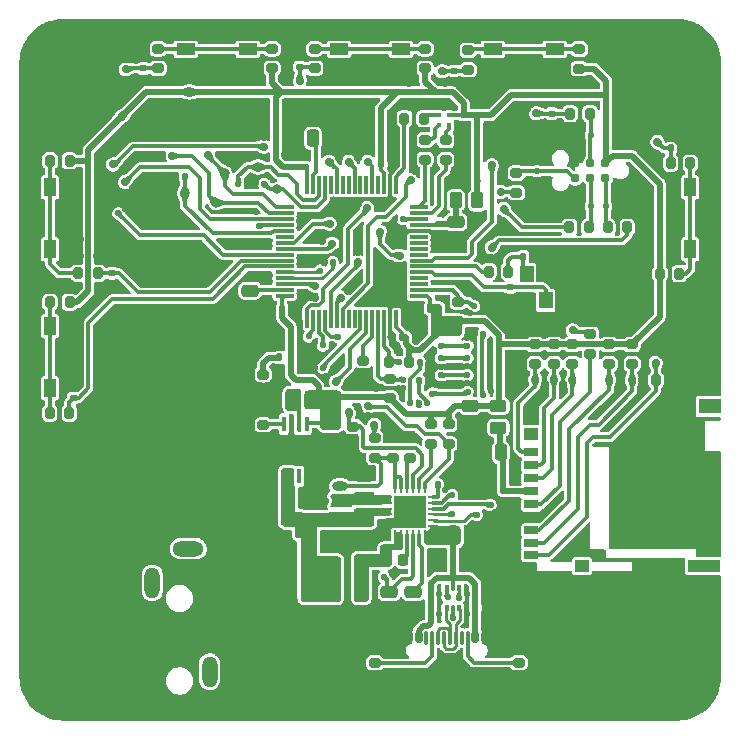
<source format=gbr>
%TF.GenerationSoftware,KiCad,Pcbnew,9.0.0*%
%TF.CreationDate,2025-03-31T19:39:25-04:00*%
%TF.ProjectId,nano405,6e616e6f-3430-4352-9e6b-696361645f70,A*%
%TF.SameCoordinates,Original*%
%TF.FileFunction,Copper,L1,Top*%
%TF.FilePolarity,Positive*%
%FSLAX46Y46*%
G04 Gerber Fmt 4.6, Leading zero omitted, Abs format (unit mm)*
G04 Created by KiCad (PCBNEW 9.0.0) date 2025-03-31 19:39:25*
%MOMM*%
%LPD*%
G01*
G04 APERTURE LIST*
G04 Aperture macros list*
%AMRoundRect*
0 Rectangle with rounded corners*
0 $1 Rounding radius*
0 $2 $3 $4 $5 $6 $7 $8 $9 X,Y pos of 4 corners*
0 Add a 4 corners polygon primitive as box body*
4,1,4,$2,$3,$4,$5,$6,$7,$8,$9,$2,$3,0*
0 Add four circle primitives for the rounded corners*
1,1,$1+$1,$2,$3*
1,1,$1+$1,$4,$5*
1,1,$1+$1,$6,$7*
1,1,$1+$1,$8,$9*
0 Add four rect primitives between the rounded corners*
20,1,$1+$1,$2,$3,$4,$5,0*
20,1,$1+$1,$4,$5,$6,$7,0*
20,1,$1+$1,$6,$7,$8,$9,0*
20,1,$1+$1,$8,$9,$2,$3,0*%
G04 Aperture macros list end*
%TA.AperFunction,ComponentPad*%
%ADD10RoundRect,0.200000X0.450000X-0.200000X0.450000X0.200000X-0.450000X0.200000X-0.450000X-0.200000X0*%
%TD*%
%TA.AperFunction,ComponentPad*%
%ADD11O,1.300000X0.800000*%
%TD*%
%TA.AperFunction,ComponentPad*%
%ADD12O,1.308000X2.616000*%
%TD*%
%TA.AperFunction,ComponentPad*%
%ADD13O,2.616000X1.308000*%
%TD*%
%TA.AperFunction,TestPad*%
%ADD14C,0.800000*%
%TD*%
%TA.AperFunction,SMDPad,CuDef*%
%ADD15RoundRect,0.250000X-0.250000X-0.475000X0.250000X-0.475000X0.250000X0.475000X-0.250000X0.475000X0*%
%TD*%
%TA.AperFunction,SMDPad,CuDef*%
%ADD16RoundRect,0.200000X0.200000X0.275000X-0.200000X0.275000X-0.200000X-0.275000X0.200000X-0.275000X0*%
%TD*%
%TA.AperFunction,SMDPad,CuDef*%
%ADD17RoundRect,0.140000X0.170000X-0.140000X0.170000X0.140000X-0.170000X0.140000X-0.170000X-0.140000X0*%
%TD*%
%TA.AperFunction,SMDPad,CuDef*%
%ADD18RoundRect,0.200000X-0.275000X0.200000X-0.275000X-0.200000X0.275000X-0.200000X0.275000X0.200000X0*%
%TD*%
%TA.AperFunction,SMDPad,CuDef*%
%ADD19RoundRect,0.125000X0.125000X0.125000X-0.125000X0.125000X-0.125000X-0.125000X0.125000X-0.125000X0*%
%TD*%
%TA.AperFunction,SMDPad,CuDef*%
%ADD20RoundRect,0.200000X-0.200000X-0.275000X0.200000X-0.275000X0.200000X0.275000X-0.200000X0.275000X0*%
%TD*%
%TA.AperFunction,SMDPad,CuDef*%
%ADD21RoundRect,0.100000X0.100000X0.100000X-0.100000X0.100000X-0.100000X-0.100000X0.100000X-0.100000X0*%
%TD*%
%TA.AperFunction,ComponentPad*%
%ADD22C,0.800000*%
%TD*%
%TA.AperFunction,ComponentPad*%
%ADD23C,6.400000*%
%TD*%
%TA.AperFunction,SMDPad,CuDef*%
%ADD24RoundRect,0.200000X0.275000X-0.200000X0.275000X0.200000X-0.275000X0.200000X-0.275000X-0.200000X0*%
%TD*%
%TA.AperFunction,SMDPad,CuDef*%
%ADD25RoundRect,0.140000X0.140000X0.170000X-0.140000X0.170000X-0.140000X-0.170000X0.140000X-0.170000X0*%
%TD*%
%TA.AperFunction,SMDPad,CuDef*%
%ADD26RoundRect,0.250000X-0.475000X0.250000X-0.475000X-0.250000X0.475000X-0.250000X0.475000X0.250000X0*%
%TD*%
%TA.AperFunction,SMDPad,CuDef*%
%ADD27R,1.550000X1.000000*%
%TD*%
%TA.AperFunction,ConnectorPad*%
%ADD28C,0.787400*%
%TD*%
%TA.AperFunction,SMDPad,CuDef*%
%ADD29RoundRect,0.140000X-0.140000X-0.170000X0.140000X-0.170000X0.140000X0.170000X-0.140000X0.170000X0*%
%TD*%
%TA.AperFunction,SMDPad,CuDef*%
%ADD30RoundRect,0.140000X-0.170000X0.140000X-0.170000X-0.140000X0.170000X-0.140000X0.170000X0.140000X0*%
%TD*%
%TA.AperFunction,SMDPad,CuDef*%
%ADD31RoundRect,0.093750X0.093750X-0.156250X0.093750X0.156250X-0.093750X0.156250X-0.093750X-0.156250X0*%
%TD*%
%TA.AperFunction,SMDPad,CuDef*%
%ADD32RoundRect,0.075000X0.075000X-0.250000X0.075000X0.250000X-0.075000X0.250000X-0.075000X-0.250000X0*%
%TD*%
%TA.AperFunction,SMDPad,CuDef*%
%ADD33RoundRect,0.250000X0.250000X0.475000X-0.250000X0.475000X-0.250000X-0.475000X0.250000X-0.475000X0*%
%TD*%
%TA.AperFunction,SMDPad,CuDef*%
%ADD34RoundRect,0.150000X-0.150000X-0.350000X0.150000X-0.350000X0.150000X0.350000X-0.150000X0.350000X0*%
%TD*%
%TA.AperFunction,SMDPad,CuDef*%
%ADD35RoundRect,0.075000X-0.075000X-0.500000X0.075000X-0.500000X0.075000X0.500000X-0.075000X0.500000X0*%
%TD*%
%TA.AperFunction,ComponentPad*%
%ADD36O,1.000000X2.100000*%
%TD*%
%TA.AperFunction,ComponentPad*%
%ADD37O,1.000000X1.800000*%
%TD*%
%TA.AperFunction,SMDPad,CuDef*%
%ADD38RoundRect,0.250000X-0.450000X0.262500X-0.450000X-0.262500X0.450000X-0.262500X0.450000X0.262500X0*%
%TD*%
%TA.AperFunction,SMDPad,CuDef*%
%ADD39RoundRect,0.125000X-0.125000X-0.125000X0.125000X-0.125000X0.125000X0.125000X-0.125000X0.125000X0*%
%TD*%
%TA.AperFunction,SMDPad,CuDef*%
%ADD40R,1.000000X1.550000*%
%TD*%
%TA.AperFunction,SMDPad,CuDef*%
%ADD41RoundRect,0.250000X0.262500X0.450000X-0.262500X0.450000X-0.262500X-0.450000X0.262500X-0.450000X0*%
%TD*%
%TA.AperFunction,SMDPad,CuDef*%
%ADD42R,0.980000X3.400000*%
%TD*%
%TA.AperFunction,SMDPad,CuDef*%
%ADD43R,1.200000X0.700000*%
%TD*%
%TA.AperFunction,SMDPad,CuDef*%
%ADD44R,0.800000X1.000000*%
%TD*%
%TA.AperFunction,SMDPad,CuDef*%
%ADD45R,1.200000X1.000000*%
%TD*%
%TA.AperFunction,SMDPad,CuDef*%
%ADD46R,2.800000X1.000000*%
%TD*%
%TA.AperFunction,SMDPad,CuDef*%
%ADD47R,1.900000X1.300000*%
%TD*%
%TA.AperFunction,SMDPad,CuDef*%
%ADD48RoundRect,0.250000X0.475000X-0.250000X0.475000X0.250000X-0.475000X0.250000X-0.475000X-0.250000X0*%
%TD*%
%TA.AperFunction,SMDPad,CuDef*%
%ADD49R,0.550000X1.600000*%
%TD*%
%TA.AperFunction,SMDPad,CuDef*%
%ADD50RoundRect,0.062500X0.350000X0.062500X-0.350000X0.062500X-0.350000X-0.062500X0.350000X-0.062500X0*%
%TD*%
%TA.AperFunction,SMDPad,CuDef*%
%ADD51RoundRect,0.062500X0.062500X0.350000X-0.062500X0.350000X-0.062500X-0.350000X0.062500X-0.350000X0*%
%TD*%
%TA.AperFunction,HeatsinkPad*%
%ADD52R,2.700000X2.700000*%
%TD*%
%TA.AperFunction,SMDPad,CuDef*%
%ADD53R,1.150000X1.400000*%
%TD*%
%TA.AperFunction,SMDPad,CuDef*%
%ADD54RoundRect,0.225000X-0.225000X-0.250000X0.225000X-0.250000X0.225000X0.250000X-0.225000X0.250000X0*%
%TD*%
%TA.AperFunction,SMDPad,CuDef*%
%ADD55R,0.330200X1.308100*%
%TD*%
%TA.AperFunction,SMDPad,CuDef*%
%ADD56R,1.752600X1.447800*%
%TD*%
%TA.AperFunction,SMDPad,CuDef*%
%ADD57RoundRect,0.075000X0.700000X0.075000X-0.700000X0.075000X-0.700000X-0.075000X0.700000X-0.075000X0*%
%TD*%
%TA.AperFunction,SMDPad,CuDef*%
%ADD58RoundRect,0.075000X0.075000X0.700000X-0.075000X0.700000X-0.075000X-0.700000X0.075000X-0.700000X0*%
%TD*%
%TA.AperFunction,SMDPad,CuDef*%
%ADD59RoundRect,0.125000X0.125000X-0.125000X0.125000X0.125000X-0.125000X0.125000X-0.125000X-0.125000X0*%
%TD*%
%TA.AperFunction,SMDPad,CuDef*%
%ADD60RoundRect,0.147500X-0.147500X-0.172500X0.147500X-0.172500X0.147500X0.172500X-0.147500X0.172500X0*%
%TD*%
%TA.AperFunction,ViaPad*%
%ADD61C,0.550000*%
%TD*%
%TA.AperFunction,ViaPad*%
%ADD62C,0.700000*%
%TD*%
%TA.AperFunction,Conductor*%
%ADD63C,0.500000*%
%TD*%
%TA.AperFunction,Conductor*%
%ADD64C,0.335300*%
%TD*%
%TA.AperFunction,Conductor*%
%ADD65C,0.300000*%
%TD*%
%TA.AperFunction,Conductor*%
%ADD66C,0.278384*%
%TD*%
G04 APERTURE END LIST*
D10*
%TO.P,J5,1,PWR*%
%TO.N,/USB + Power/BAT_PWR*%
X125125000Y-84400000D03*
D11*
%TO.P,J5,2,NTC*%
%TO.N,/USB + Power/BAT_NTC*%
X125125000Y-83150000D03*
%TO.P,J5,3,GND*%
%TO.N,GND*%
X125125000Y-81900000D03*
%TD*%
D12*
%TO.P,J3,1,S*%
%TO.N,GND*%
X109025000Y-100750000D03*
%TO.P,J3,2,T*%
%TO.N,/Audio/HP_TIP*%
X109245000Y-91350000D03*
D13*
%TO.P,J3,3,TN*%
%TO.N,/Audio/HP_DETECT*%
X112315000Y-88450000D03*
D12*
%TO.P,J3,5,R*%
%TO.N,/Audio/HP_RING*%
X114105000Y-98850000D03*
%TD*%
D14*
%TO.P,WCLK,1*%
%TO.N,I2S_WS*%
X115375000Y-56675000D03*
%TD*%
D15*
%TO.P,C42,1*%
%TO.N,/USB + Power/USBC_VBUS*%
X134700000Y-87225000D03*
%TO.P,C42,2*%
%TO.N,GND*%
X136600000Y-87225000D03*
%TD*%
%TO.P,C51,1*%
%TO.N,+VSYS*%
X120750000Y-84325000D03*
%TO.P,C51,2*%
%TO.N,GND*%
X122650000Y-84325000D03*
%TD*%
D16*
%TO.P,R3,1*%
%TO.N,/RGB_B*%
X132250000Y-52025000D03*
%TO.P,R3,2*%
%TO.N,LED_B*%
X130600000Y-52025000D03*
%TD*%
D17*
%TO.P,C37,1*%
%TO.N,NEXT*%
X134800000Y-48000000D03*
%TO.P,C37,2*%
%TO.N,GND*%
X134800000Y-47040000D03*
%TD*%
D18*
%TO.P,R47,1*%
%TO.N,/USB + Power/SWR_VSET*%
X118650000Y-77950000D03*
%TO.P,R47,2*%
%TO.N,GND*%
X118650000Y-79600000D03*
%TD*%
D16*
%TO.P,R6,1*%
%TO.N,/JTAG_NRST*%
X146295000Y-51600000D03*
%TO.P,R6,2*%
%TO.N,NRST*%
X144645000Y-51600000D03*
%TD*%
D19*
%TO.P,D5,1,A1*%
%TO.N,GND*%
X149870000Y-59450000D03*
%TO.P,D5,2,A2*%
%TO.N,/JTAG_SWDIO*%
X147670000Y-59450000D03*
%TD*%
D20*
%TO.P,R8,1*%
%TO.N,/JTAG_SWDIO*%
X147820000Y-61250000D03*
%TO.P,R8,2*%
%TO.N,SWDIO*%
X149470000Y-61250000D03*
%TD*%
D21*
%TO.P,D1,1,RK*%
%TO.N,/RGB_R*%
X134350000Y-52550000D03*
%TO.P,D1,2,GK*%
%TO.N,/RGB_G*%
X133550000Y-52550000D03*
%TO.P,D1,3,BK*%
%TO.N,/RGB_B*%
X133550000Y-51750000D03*
%TO.P,D1,4,A*%
%TO.N,+3.3V*%
X134350000Y-51750000D03*
%TD*%
D16*
%TO.P,R39,1*%
%TO.N,+3.3V*%
X130980000Y-72600000D03*
%TO.P,R39,2*%
%TO.N,I2C1_SDA*%
X129330000Y-72600000D03*
%TD*%
D22*
%TO.P,H3,1,1*%
%TO.N,GND*%
X151000000Y-98975000D03*
X151702944Y-97277944D03*
X151702944Y-100672056D03*
X153400000Y-96575000D03*
D23*
X153400000Y-98975000D03*
D22*
X153400000Y-101375000D03*
X155097056Y-97277944D03*
X155097056Y-100672056D03*
X155800000Y-98975000D03*
%TD*%
D24*
%TO.P,R24,1*%
%TO.N,+3.3V*%
X119400000Y-47775000D03*
%TO.P,R24,2*%
%TO.N,/IO/PREV_SW*%
X119400000Y-46125000D03*
%TD*%
D18*
%TO.P,R32,1*%
%TO.N,/IO/NEXT_SW*%
X136000000Y-46250000D03*
%TO.P,R32,2*%
%TO.N,NEXT*%
X136000000Y-47900000D03*
%TD*%
D16*
%TO.P,R29,1*%
%TO.N,/IO/PWR_SW*%
X154800000Y-55800000D03*
%TO.P,R29,2*%
%TO.N,PWRBTN*%
X153150000Y-55800000D03*
%TD*%
D25*
%TO.P,C16,1*%
%TO.N,/SD_VDD*%
X138950000Y-81950000D03*
%TO.P,C16,2*%
%TO.N,GND*%
X137990000Y-81950000D03*
%TD*%
D18*
%TO.P,R4,1*%
%TO.N,/BOOT0*%
X127125000Y-72525000D03*
%TO.P,R4,2*%
%TO.N,GND*%
X127125000Y-74175000D03*
%TD*%
D26*
%TO.P,C18,1*%
%TO.N,+3.3V*%
X136150000Y-76360000D03*
%TO.P,C18,2*%
%TO.N,GND*%
X136150000Y-78260000D03*
%TD*%
D27*
%TO.P,SW1,1,1*%
%TO.N,GND*%
X112075000Y-44475000D03*
X117325000Y-44475000D03*
%TO.P,SW1,2,2*%
%TO.N,/IO/PREV_SW*%
X112075000Y-46175000D03*
X117325000Y-46175000D03*
%TD*%
D17*
%TO.P,C39,1*%
%TO.N,PLAY*%
X121725000Y-47655000D03*
%TO.P,C39,2*%
%TO.N,GND*%
X121725000Y-46695000D03*
%TD*%
D24*
%TO.P,R44,1*%
%TO.N,/USB + Power/BAT_ILIM*%
X131100000Y-80725000D03*
%TO.P,R44,2*%
%TO.N,GND*%
X131100000Y-79075000D03*
%TD*%
D28*
%TO.P,J1,1,VCC*%
%TO.N,+3.3V*%
X147620000Y-55800000D03*
%TO.P,J1,2,SWDIO*%
%TO.N,/JTAG_SWDIO*%
X147620000Y-57070000D03*
%TO.P,J1,3,~{RESET}*%
%TO.N,/JTAG_NRST*%
X146350000Y-55800000D03*
%TO.P,J1,4,SWCLK*%
%TO.N,/JTAG_SWCLK*%
X146350000Y-57070000D03*
%TO.P,J1,5,GND*%
%TO.N,GND*%
X145080000Y-55800000D03*
%TO.P,J1,6,SWO*%
%TO.N,/JTAG_SWO*%
X145080000Y-57070000D03*
%TD*%
D18*
%TO.P,R1,1*%
%TO.N,/RGB_R*%
X134100000Y-53875000D03*
%TO.P,R1,2*%
%TO.N,LED_R*%
X134100000Y-55525000D03*
%TD*%
D25*
%TO.P,C4,1*%
%TO.N,+3.3V*%
X120250000Y-68125000D03*
%TO.P,C4,2*%
%TO.N,GND*%
X119290000Y-68125000D03*
%TD*%
D16*
%TO.P,R25,1*%
%TO.N,+3.3V*%
X102250000Y-55600000D03*
%TO.P,R25,2*%
%TO.N,/IO/VOL_UP*%
X100600000Y-55600000D03*
%TD*%
D18*
%TO.P,R35,1*%
%TO.N,/IO/PLAY_SW*%
X123000000Y-46125000D03*
%TO.P,R35,2*%
%TO.N,PLAY*%
X123000000Y-47775000D03*
%TD*%
D26*
%TO.P,C8,1*%
%TO.N,/VDDA*%
X134950000Y-60775000D03*
%TO.P,C8,2*%
%TO.N,GND*%
X134950000Y-62675000D03*
%TD*%
D29*
%TO.P,C36,1*%
%TO.N,PWRBTN*%
X153170000Y-54550000D03*
%TO.P,C36,2*%
%TO.N,GND*%
X154130000Y-54550000D03*
%TD*%
D30*
%TO.P,C7,1*%
%TO.N,/VDDA*%
X133500000Y-60920000D03*
%TO.P,C7,2*%
%TO.N,GND*%
X133500000Y-61880000D03*
%TD*%
D24*
%TO.P,R34,1*%
%TO.N,+3.3V*%
X132350000Y-47775000D03*
%TO.P,R34,2*%
%TO.N,/IO/PLAY_SW*%
X132350000Y-46125000D03*
%TD*%
D31*
%TO.P,U4,1,I/O1*%
%TO.N,/USB + Power/USBC_D-*%
X134162500Y-93475000D03*
D32*
%TO.P,U4,2,GND*%
%TO.N,GND*%
X134700000Y-93550000D03*
D31*
%TO.P,U4,3,I/O2*%
%TO.N,/USB + Power/USBC_D+*%
X135237500Y-93475000D03*
%TO.P,U4,4,I/O2*%
%TO.N,USB_D+*%
X135237500Y-91775000D03*
D32*
%TO.P,U4,5,VBUS*%
%TO.N,/USB + Power/USBC_VBUS*%
X134700000Y-91700000D03*
D31*
%TO.P,U4,6,I/O1*%
%TO.N,USB_D-*%
X134162500Y-91775000D03*
%TD*%
D33*
%TO.P,C1,1*%
%TO.N,+3.3V*%
X133530000Y-69620000D03*
%TO.P,C1,2*%
%TO.N,GND*%
X131630000Y-69620000D03*
%TD*%
D17*
%TO.P,C34,1*%
%TO.N,PREV*%
X108500000Y-47785000D03*
%TO.P,C34,2*%
%TO.N,GND*%
X108500000Y-46825000D03*
%TD*%
D34*
%TO.P,J4,A1,GND*%
%TO.N,GND*%
X131000000Y-95920000D03*
%TO.P,J4,A4,VBUS*%
%TO.N,/USB + Power/USBC_VBUS*%
X131800000Y-95920000D03*
D35*
%TO.P,J4,A5,CC1*%
%TO.N,/USB + Power/USB_CC1*%
X132950000Y-95995000D03*
%TO.P,J4,A6,D+*%
%TO.N,/USB + Power/USBC_D+*%
X133950000Y-95995000D03*
%TO.P,J4,A7,D-*%
%TO.N,/USB + Power/USBC_D-*%
X134450000Y-95995000D03*
%TO.P,J4,A8*%
%TO.N,N/C*%
X135450000Y-95995000D03*
D34*
%TO.P,J4,A9,VBUS*%
%TO.N,/USB + Power/USBC_VBUS*%
X136600000Y-95920000D03*
%TO.P,J4,A12,GND*%
%TO.N,GND*%
X137400000Y-95920000D03*
%TO.P,J4,B1,GND*%
X137400000Y-95920000D03*
%TO.P,J4,B4,VBUS*%
%TO.N,/USB + Power/USBC_VBUS*%
X136600000Y-95920000D03*
D35*
%TO.P,J4,B5,CC2*%
%TO.N,/USB + Power/USB_CC2*%
X135950000Y-95995000D03*
%TO.P,J4,B6,D+*%
%TO.N,/USB + Power/USBC_D+*%
X134950000Y-95995000D03*
%TO.P,J4,B7,D-*%
%TO.N,/USB + Power/USBC_D-*%
X133450000Y-95995000D03*
%TO.P,J4,B8*%
%TO.N,N/C*%
X132450000Y-95995000D03*
D34*
%TO.P,J4,B9,VBUS*%
%TO.N,/USB + Power/USBC_VBUS*%
X131800000Y-95920000D03*
%TO.P,J4,B12,GND*%
%TO.N,GND*%
X131000000Y-95920000D03*
D36*
%TO.P,J4,S1,SHIELD*%
X129880000Y-96570000D03*
D37*
X129880000Y-100750000D03*
D36*
X138520000Y-96570000D03*
D37*
X138520000Y-100750000D03*
%TD*%
D30*
%TO.P,C13,1*%
%TO.N,NRST*%
X143070000Y-51600000D03*
%TO.P,C13,2*%
%TO.N,GND*%
X143070000Y-52560000D03*
%TD*%
D22*
%TO.P,H4,1,1*%
%TO.N,GND*%
X99600000Y-98975000D03*
X100302944Y-97277944D03*
X100302944Y-100672056D03*
X102000000Y-96575000D03*
D23*
X102000000Y-98975000D03*
D22*
X102000000Y-101375000D03*
X103697056Y-97277944D03*
X103697056Y-100672056D03*
X104400000Y-98975000D03*
%TD*%
D33*
%TO.P,C17,1*%
%TO.N,/SD_VDD*%
X138750000Y-80300000D03*
%TO.P,C17,2*%
%TO.N,GND*%
X136850000Y-80300000D03*
%TD*%
D30*
%TO.P,C11,1*%
%TO.N,/HSE_IN*%
X139550000Y-66320000D03*
%TO.P,C11,2*%
%TO.N,GND*%
X139550000Y-67280000D03*
%TD*%
D25*
%TO.P,C9,1*%
%TO.N,+3.3V*%
X136775000Y-57300000D03*
%TO.P,C9,2*%
%TO.N,GND*%
X135815000Y-57300000D03*
%TD*%
D30*
%TO.P,C10,1*%
%TO.N,+3.3V*%
X135625000Y-51745000D03*
%TO.P,C10,2*%
%TO.N,GND*%
X135625000Y-52705000D03*
%TD*%
D26*
%TO.P,C43,1*%
%TO.N,+VSYS*%
X127175000Y-85950000D03*
%TO.P,C43,2*%
%TO.N,GND*%
X127175000Y-87850000D03*
%TD*%
D38*
%TO.P,FB2,1*%
%TO.N,+3.3V*%
X138550000Y-76375000D03*
%TO.P,FB2,2*%
%TO.N,/SD_VDD*%
X138550000Y-78200000D03*
%TD*%
D29*
%TO.P,C3,1*%
%TO.N,+3.3V*%
X128640000Y-55900000D03*
%TO.P,C3,2*%
%TO.N,GND*%
X129600000Y-55900000D03*
%TD*%
D24*
%TO.P,R11,1*%
%TO.N,SDIO_D0*%
X147925000Y-72800000D03*
%TO.P,R11,2*%
%TO.N,+3.3V*%
X147925000Y-71150000D03*
%TD*%
D14*
%TO.P,BCLK,1*%
%TO.N,I2S_CK*%
X114650000Y-59150000D03*
%TD*%
D18*
%TO.P,R41,1*%
%TO.N,+3.3V*%
X134350000Y-77925000D03*
%TO.P,R41,2*%
%TO.N,BAT_INT*%
X134350000Y-79575000D03*
%TD*%
D24*
%TO.P,R13,1*%
%TO.N,SDIO_D3*%
X143250000Y-72800000D03*
%TO.P,R13,2*%
%TO.N,+3.3V*%
X143250000Y-71150000D03*
%TD*%
D16*
%TO.P,R7,1*%
%TO.N,/JTAG_SWCLK*%
X146220000Y-61250000D03*
%TO.P,R7,2*%
%TO.N,SWCLK*%
X144570000Y-61250000D03*
%TD*%
D19*
%TO.P,D2,1,A1*%
%TO.N,GND*%
X149870000Y-53400000D03*
%TO.P,D2,2,A2*%
%TO.N,+3.3V*%
X147670000Y-53400000D03*
%TD*%
D39*
%TO.P,D7,1,A1*%
%TO.N,GND*%
X136750000Y-83525000D03*
%TO.P,D7,2,A2*%
%TO.N,/SD_VDD*%
X138950000Y-83525000D03*
%TD*%
D24*
%TO.P,R37,1*%
%TO.N,/USB + Power/USB_CC1*%
X128100000Y-98100000D03*
%TO.P,R37,2*%
%TO.N,GND*%
X128100000Y-96450000D03*
%TD*%
%TO.P,R30,1*%
%TO.N,+3.3V*%
X145400000Y-47800000D03*
%TO.P,R30,2*%
%TO.N,/IO/NEXT_SW*%
X145400000Y-46150000D03*
%TD*%
D18*
%TO.P,R27,1*%
%TO.N,/IO/PREV_SW*%
X109750000Y-46125000D03*
%TO.P,R27,2*%
%TO.N,PREV*%
X109750000Y-47775000D03*
%TD*%
D40*
%TO.P,SW5,1,1*%
%TO.N,GND*%
X98875000Y-74850000D03*
X98875000Y-69600000D03*
%TO.P,SW5,2,2*%
%TO.N,/IO/VOL_DOWN*%
X100575000Y-74850000D03*
X100575000Y-69600000D03*
%TD*%
D24*
%TO.P,R36,1*%
%TO.N,/USB + Power/USB_CC2*%
X140300000Y-98100000D03*
%TO.P,R36,2*%
%TO.N,GND*%
X140300000Y-96450000D03*
%TD*%
D40*
%TO.P,SW2,1,1*%
%TO.N,GND*%
X98875000Y-63100000D03*
X98875000Y-57850000D03*
%TO.P,SW2,2,2*%
%TO.N,/IO/VOL_UP*%
X100575000Y-63100000D03*
X100575000Y-57850000D03*
%TD*%
D24*
%TO.P,R40,1*%
%TO.N,+3.3V*%
X129400000Y-75700000D03*
%TO.P,R40,2*%
%TO.N,I2C1_SCL*%
X129400000Y-74050000D03*
%TD*%
%TO.P,R12,1*%
%TO.N,SDIO_CMD*%
X144825000Y-72800000D03*
%TO.P,R12,2*%
%TO.N,+3.3V*%
X144825000Y-71150000D03*
%TD*%
D41*
%TO.P,FB1,1*%
%TO.N,+3.3V*%
X136775000Y-58950000D03*
%TO.P,FB1,2*%
%TO.N,/VDDA*%
X134950000Y-58950000D03*
%TD*%
D39*
%TO.P,D4,1,A1*%
%TO.N,GND*%
X144170000Y-59450000D03*
%TO.P,D4,2,A2*%
%TO.N,/JTAG_SWCLK*%
X146370000Y-59450000D03*
%TD*%
D42*
%TO.P,L1,1*%
%TO.N,/USB + Power/BAT_SW*%
X126950000Y-91100000D03*
%TO.P,L1,2*%
%TO.N,+VSYS*%
X124580000Y-91100000D03*
%TD*%
D26*
%TO.P,C52,1*%
%TO.N,+3.3V*%
X124350000Y-77725000D03*
%TO.P,C52,2*%
%TO.N,GND*%
X124350000Y-79625000D03*
%TD*%
D16*
%TO.P,R31,1*%
%TO.N,+3.3V*%
X102250000Y-67600000D03*
%TO.P,R31,2*%
%TO.N,/IO/VOL_DOWN*%
X100600000Y-67600000D03*
%TD*%
D24*
%TO.P,R38,1*%
%TO.N,+3.3V*%
X135150000Y-69200000D03*
%TO.P,R38,2*%
%TO.N,BAT_STAT*%
X135150000Y-67550000D03*
%TD*%
D18*
%TO.P,R14,1*%
%TO.N,+3.3V*%
X141675000Y-71150000D03*
%TO.P,R14,2*%
%TO.N,SDIO_D2*%
X141675000Y-72800000D03*
%TD*%
D14*
%TO.P,MCLK,1*%
%TO.N,I2S_MCK*%
X112000000Y-58350000D03*
%TD*%
D17*
%TO.P,C38,1*%
%TO.N,VolDown*%
X102600000Y-75675000D03*
%TO.P,C38,2*%
%TO.N,GND*%
X102600000Y-74715000D03*
%TD*%
D22*
%TO.P,H2,1,1*%
%TO.N,GND*%
X150975000Y-47600000D03*
X151677944Y-45902944D03*
X151677944Y-49297056D03*
X153375000Y-45200000D03*
D23*
X153375000Y-47600000D03*
D22*
X153375000Y-50000000D03*
X155072056Y-45902944D03*
X155072056Y-49297056D03*
X155775000Y-47600000D03*
%TD*%
D43*
%TO.P,J2,1,DAT2*%
%TO.N,SDIO_D2*%
X141350000Y-80300000D03*
%TO.P,J2,2,DAT3/CD*%
%TO.N,SDIO_D3*%
X141350000Y-81400000D03*
%TO.P,J2,3,CMD*%
%TO.N,SDIO_CMD*%
X141350000Y-82500000D03*
%TO.P,J2,4,VDD*%
%TO.N,/SD_VDD*%
X141350000Y-83600000D03*
%TO.P,J2,5,CLK*%
%TO.N,/SD_CLK*%
X141350000Y-84700000D03*
%TO.P,J2,6,VSS*%
%TO.N,GND*%
X141350000Y-85800000D03*
%TO.P,J2,7,DAT0*%
%TO.N,SDIO_D0*%
X141350000Y-86900000D03*
%TO.P,J2,8,DAT1*%
%TO.N,SDIO_D1*%
X141350000Y-88000000D03*
%TO.P,J2,9,DET*%
%TO.N,SD_DETECT*%
X141350000Y-88950000D03*
D44*
%TO.P,J2,10,SHIELD*%
%TO.N,GND*%
X151850000Y-89900000D03*
D45*
%TO.P,J2,11*%
%TO.N,N/C*%
X145650000Y-89900000D03*
D46*
X156000000Y-89900000D03*
D45*
X141350000Y-78750000D03*
D47*
X156450000Y-76400000D03*
%TD*%
D18*
%TO.P,R43,1*%
%TO.N,/USB + Power/BAT_REGN*%
X128100000Y-79075000D03*
%TO.P,R43,2*%
%TO.N,/USB + Power/BAT_NTC*%
X128100000Y-80725000D03*
%TD*%
D48*
%TO.P,C46,1*%
%TO.N,GND*%
X131350000Y-94000000D03*
%TO.P,C46,2*%
%TO.N,/USB + Power/PMID*%
X131350000Y-92100000D03*
%TD*%
D49*
%TO.P,L2,1*%
%TO.N,/USB + Power/SWR_SW*%
X120950000Y-75850000D03*
%TO.P,L2,2*%
%TO.N,+3.3V*%
X122400000Y-75850000D03*
%TD*%
D25*
%TO.P,C6,1*%
%TO.N,+3.3V*%
X130400000Y-70500000D03*
%TO.P,C6,2*%
%TO.N,GND*%
X129440000Y-70500000D03*
%TD*%
D29*
%TO.P,C41,1*%
%TO.N,/USB + Power/USBC_VBUS*%
X134695000Y-88750000D03*
%TO.P,C41,2*%
%TO.N,GND*%
X135655000Y-88750000D03*
%TD*%
D50*
%TO.P,U3,1,VBUS*%
%TO.N,/USB + Power/USBC_VBUS*%
X133050000Y-86550000D03*
%TO.P,U3,2,D+*%
%TO.N,USB_D+*%
X133050000Y-86050000D03*
%TO.P,U3,3,D-*%
%TO.N,USB_D-*%
X133050000Y-85550000D03*
%TO.P,U3,4,STAT*%
%TO.N,BAT_STAT*%
X133050000Y-85050000D03*
%TO.P,U3,5,SCL*%
%TO.N,I2C1_SCL*%
X133050000Y-84550000D03*
%TO.P,U3,6,SDA*%
%TO.N,I2C1_SDA*%
X133050000Y-84050000D03*
D51*
%TO.P,U3,7,INT*%
%TO.N,BAT_INT*%
X132337500Y-83337500D03*
%TO.P,U3,8,OTG*%
%TO.N,/USB + Power/BAT_OTG*%
X131837500Y-83337500D03*
%TO.P,U3,9,CE*%
%TO.N,BAT_CE*%
X131337500Y-83337500D03*
%TO.P,U3,10,ILIM*%
%TO.N,/USB + Power/BAT_ILIM*%
X130837500Y-83337500D03*
%TO.P,U3,11,TS1*%
%TO.N,/USB + Power/BAT_NTC*%
X130337500Y-83337500D03*
%TO.P,U3,12,TS2*%
X129837500Y-83337500D03*
D50*
%TO.P,U3,13,BAT*%
%TO.N,/USB + Power/BAT_PWR*%
X129125000Y-84050000D03*
%TO.P,U3,14,BAT*%
X129125000Y-84550000D03*
%TO.P,U3,15,SYS*%
%TO.N,+VSYS*%
X129125000Y-85050000D03*
%TO.P,U3,16,SYS*%
X129125000Y-85550000D03*
%TO.P,U3,17,PGND*%
%TO.N,GND*%
X129125000Y-86050000D03*
%TO.P,U3,18,PGND*%
X129125000Y-86550000D03*
D51*
%TO.P,U3,19,SW*%
%TO.N,/USB + Power/BAT_SW*%
X129837500Y-87262500D03*
%TO.P,U3,20,SW*%
X130337500Y-87262500D03*
%TO.P,U3,21,BTST*%
%TO.N,/USB + Power/BAT_BTST*%
X130837500Y-87262500D03*
%TO.P,U3,22,REGN*%
%TO.N,/USB + Power/BAT_REGN*%
X131337500Y-87262500D03*
%TO.P,U3,23,PMID*%
%TO.N,/USB + Power/PMID*%
X131837500Y-87262500D03*
%TO.P,U3,24,VBUS*%
%TO.N,/USB + Power/USBC_VBUS*%
X132337500Y-87262500D03*
D52*
%TO.P,U3,25,EPAD*%
%TO.N,GND*%
X131087500Y-85300000D03*
%TD*%
D24*
%TO.P,R10,1*%
%TO.N,SDIO_D1*%
X149875000Y-72800000D03*
%TO.P,R10,2*%
%TO.N,+3.3V*%
X149875000Y-71150000D03*
%TD*%
D53*
%TO.P,Y1,1,1*%
%TO.N,/HSE_IN*%
X142555000Y-67430000D03*
%TO.P,Y1,2,2*%
%TO.N,GND*%
X142555000Y-65230000D03*
%TO.P,Y1,3,3*%
%TO.N,/XTAL_IN*%
X140955000Y-65230000D03*
%TO.P,Y1,4,4*%
%TO.N,GND*%
X140955000Y-67430000D03*
%TD*%
D33*
%TO.P,C14,1*%
%TO.N,/VCAP1*%
X122850000Y-53700000D03*
%TO.P,C14,2*%
%TO.N,GND*%
X120950000Y-53700000D03*
%TD*%
D14*
%TO.P,+3V3,1*%
%TO.N,+3.3V*%
X112400000Y-49775000D03*
%TD*%
D27*
%TO.P,SW6,1,1*%
%TO.N,GND*%
X125075000Y-44475000D03*
X130325000Y-44475000D03*
%TO.P,SW6,2,2*%
%TO.N,/IO/PLAY_SW*%
X125075000Y-46175000D03*
X130325000Y-46175000D03*
%TD*%
D54*
%TO.P,C45,1*%
%TO.N,/USB + Power/BAT_SW*%
X128950000Y-89425000D03*
%TO.P,C45,2*%
%TO.N,/USB + Power/BAT_BTST*%
X130500000Y-89425000D03*
%TD*%
D25*
%TO.P,C5,1*%
%TO.N,+3.3V*%
X132800000Y-68000000D03*
%TO.P,C5,2*%
%TO.N,GND*%
X131840000Y-68000000D03*
%TD*%
D40*
%TO.P,SW3,1,1*%
%TO.N,GND*%
X156500000Y-57850000D03*
X156500000Y-63100000D03*
%TO.P,SW3,2,2*%
%TO.N,/IO/PWR_SW*%
X154800000Y-57850000D03*
X154800000Y-63100000D03*
%TD*%
D14*
%TO.P,SDA2,1*%
%TO.N,I2C2_SDA*%
X118225000Y-56125000D03*
%TD*%
D18*
%TO.P,R2,1*%
%TO.N,/RGB_G*%
X132350000Y-53850000D03*
%TO.P,R2,2*%
%TO.N,LED_G*%
X132350000Y-55500000D03*
%TD*%
D26*
%TO.P,C48,1*%
%TO.N,/USB + Power/BAT_REGN*%
X129300000Y-92100000D03*
%TO.P,C48,2*%
%TO.N,GND*%
X129300000Y-94000000D03*
%TD*%
D18*
%TO.P,R42,1*%
%TO.N,+3.3V*%
X132825000Y-77925000D03*
%TO.P,R42,2*%
%TO.N,/USB + Power/BAT_OTG*%
X132825000Y-79575000D03*
%TD*%
D20*
%TO.P,R5,1*%
%TO.N,/HSE_OUT*%
X137750000Y-64980000D03*
%TO.P,R5,2*%
%TO.N,/XTAL_IN*%
X139400000Y-64980000D03*
%TD*%
D18*
%TO.P,R46,1*%
%TO.N,BAT_CE*%
X126225000Y-78100000D03*
%TO.P,R46,2*%
%TO.N,GND*%
X126225000Y-79750000D03*
%TD*%
D20*
%TO.P,R28,1*%
%TO.N,/IO/VOL_UP*%
X103000000Y-65125000D03*
%TO.P,R28,2*%
%TO.N,VolUp*%
X104650000Y-65125000D03*
%TD*%
D24*
%TO.P,R45,1*%
%TO.N,/USB + Power/BAT_NTC*%
X129600000Y-80725000D03*
%TO.P,R45,2*%
%TO.N,GND*%
X129600000Y-79075000D03*
%TD*%
D39*
%TO.P,D3,1,A1*%
%TO.N,GND*%
X144170000Y-53400000D03*
%TO.P,D3,2,A2*%
%TO.N,/JTAG_NRST*%
X146370000Y-53400000D03*
%TD*%
D55*
%TO.P,U6,1,VOS*%
%TO.N,+3.3V*%
X122324999Y-77900000D03*
%TO.P,U6,2,SW*%
%TO.N,/USB + Power/SWR_SW*%
X121675001Y-77900000D03*
%TO.P,U6,3,MODE*%
%TO.N,GND*%
X121024999Y-77900000D03*
%TO.P,U6,4,VSET*%
%TO.N,/USB + Power/SWR_VSET*%
X120375001Y-77900000D03*
%TO.P,U6,5,EN*%
%TO.N,+VSYS*%
X120375001Y-82306900D03*
%TO.P,U6,6,VIN*%
X121024999Y-82306900D03*
%TO.P,U6,7,NC*%
%TO.N,unconnected-(U6-NC-Pad7)*%
X121675001Y-82306900D03*
%TO.P,U6,8,GND*%
%TO.N,GND*%
X122324999Y-82306900D03*
D56*
%TO.P,U6,EPAD,GND*%
X121350000Y-80103450D03*
%TD*%
D17*
%TO.P,C2,1*%
%TO.N,+3.3V*%
X122200000Y-56160000D03*
%TO.P,C2,2*%
%TO.N,GND*%
X122200000Y-55200000D03*
%TD*%
D57*
%TO.P,U1,1,VBAT*%
%TO.N,+3.3V*%
X131800000Y-67050000D03*
%TO.P,U1,2,PC13*%
%TO.N,BAT_STAT*%
X131800000Y-66550000D03*
%TO.P,U1,3,PC14*%
%TO.N,unconnected-(U1-PC14-Pad3)*%
X131800000Y-66050000D03*
%TO.P,U1,4,PC15*%
%TO.N,unconnected-(U1-PC15-Pad4)*%
X131800000Y-65550000D03*
%TO.P,U1,5,PH0*%
%TO.N,/HSE_IN*%
X131800000Y-65050000D03*
%TO.P,U1,6,PH1*%
%TO.N,/HSE_OUT*%
X131800000Y-64550000D03*
%TO.P,U1,7,NRST*%
%TO.N,NRST*%
X131800000Y-64050000D03*
%TO.P,U1,8,PC0*%
%TO.N,unconnected-(U1-PC0-Pad8)*%
X131800000Y-63550000D03*
%TO.P,U1,9,PC1*%
%TO.N,unconnected-(U1-PC1-Pad9)*%
X131800000Y-63050000D03*
%TO.P,U1,10,PC2*%
%TO.N,unconnected-(U1-PC2-Pad10)*%
X131800000Y-62550000D03*
%TO.P,U1,11,PC3*%
%TO.N,unconnected-(U1-PC3-Pad11)*%
X131800000Y-62050000D03*
%TO.P,U1,12,VSSA*%
%TO.N,GND*%
X131800000Y-61550000D03*
%TO.P,U1,13,VDDA*%
%TO.N,/VDDA*%
X131800000Y-61050000D03*
%TO.P,U1,14,PA0*%
%TO.N,PWRBTN*%
X131800000Y-60550000D03*
%TO.P,U1,15,PA1*%
%TO.N,LED_R*%
X131800000Y-60050000D03*
%TO.P,U1,16,PA2*%
%TO.N,LED_G*%
X131800000Y-59550000D03*
D58*
%TO.P,U1,17,PA3*%
%TO.N,LED_B*%
X129875000Y-57625000D03*
%TO.P,U1,18,VSS*%
%TO.N,GND*%
X129375000Y-57625000D03*
%TO.P,U1,19,VDD*%
%TO.N,+3.3V*%
X128875000Y-57625000D03*
%TO.P,U1,20,PA4*%
%TO.N,unconnected-(U1-PA4-Pad20)*%
X128375000Y-57625000D03*
%TO.P,U1,21,PA5*%
%TO.N,NEXT*%
X127875000Y-57625000D03*
%TO.P,U1,22,PA6*%
%TO.N,unconnected-(U1-PA6-Pad22)*%
X127375000Y-57625000D03*
%TO.P,U1,23,PA7*%
%TO.N,unconnected-(U1-PA7-Pad23)*%
X126875000Y-57625000D03*
%TO.P,U1,24,PC4*%
%TO.N,PLAY*%
X126375000Y-57625000D03*
%TO.P,U1,25,PC5*%
%TO.N,unconnected-(U1-PC5-Pad25)*%
X125875000Y-57625000D03*
%TO.P,U1,26,PB0*%
%TO.N,unconnected-(U1-PB0-Pad26)*%
X125375000Y-57625000D03*
%TO.P,U1,27,PB1*%
%TO.N,PREV*%
X124875000Y-57625000D03*
%TO.P,U1,28,PB2*%
%TO.N,unconnected-(U1-PB2-Pad28)*%
X124375000Y-57625000D03*
%TO.P,U1,29,PB10*%
%TO.N,I2C2_SCL*%
X123875000Y-57625000D03*
%TO.P,U1,30,PB11*%
%TO.N,I2C2_SDA*%
X123375000Y-57625000D03*
%TO.P,U1,31,VCAP_1*%
%TO.N,/VCAP1*%
X122875000Y-57625000D03*
%TO.P,U1,32,VDD*%
%TO.N,+3.3V*%
X122375000Y-57625000D03*
D57*
%TO.P,U1,33,PB12*%
%TO.N,I2S_WS*%
X120450000Y-59550000D03*
%TO.P,U1,34,PB13*%
%TO.N,I2S_CK*%
X120450000Y-60050000D03*
%TO.P,U1,35,PB14*%
%TO.N,CS_INT*%
X120450000Y-60550000D03*
%TO.P,U1,36,PB15*%
%TO.N,I2S_SD*%
X120450000Y-61050000D03*
%TO.P,U1,37,PC6*%
%TO.N,I2S_MCK*%
X120450000Y-61550000D03*
%TO.P,U1,38,PC7*%
%TO.N,unconnected-(U1-PC7-Pad38)*%
X120450000Y-62050000D03*
%TO.P,U1,39,PC8*%
%TO.N,SDIO_D0*%
X120450000Y-62550000D03*
%TO.P,U1,40,PC9*%
%TO.N,SDIO_D1*%
X120450000Y-63050000D03*
%TO.P,U1,41,PA8*%
%TO.N,CS_RESET*%
X120450000Y-63550000D03*
%TO.P,U1,42,PA9*%
%TO.N,VolUp*%
X120450000Y-64050000D03*
%TO.P,U1,43,PA10*%
%TO.N,VolDown*%
X120450000Y-64550000D03*
%TO.P,U1,44,PA11*%
%TO.N,USB_D-*%
X120450000Y-65050000D03*
%TO.P,U1,45,PA12*%
%TO.N,USB_D+*%
X120450000Y-65550000D03*
%TO.P,U1,46,PA13*%
%TO.N,SWDIO*%
X120450000Y-66050000D03*
%TO.P,U1,47,VCAP_2*%
%TO.N,/VCAP2*%
X120450000Y-66550000D03*
%TO.P,U1,48,VDD*%
%TO.N,+3.3V*%
X120450000Y-67050000D03*
D58*
%TO.P,U1,49,PA14*%
%TO.N,SWCLK*%
X122375000Y-68975000D03*
%TO.P,U1,50,PA15*%
%TO.N,SD_DETECT*%
X122875000Y-68975000D03*
%TO.P,U1,51,PC10*%
%TO.N,SDIO_D2*%
X123375000Y-68975000D03*
%TO.P,U1,52,PC11*%
%TO.N,SDIO_D3*%
X123875000Y-68975000D03*
%TO.P,U1,53,PC12*%
%TO.N,SDIO_CK*%
X124375000Y-68975000D03*
%TO.P,U1,54,PD2*%
%TO.N,SDIO_CMD*%
X124875000Y-68975000D03*
%TO.P,U1,55,PB3*%
%TO.N,SWO*%
X125375000Y-68975000D03*
%TO.P,U1,56,PB4*%
%TO.N,unconnected-(U1-PB4-Pad56)*%
X125875000Y-68975000D03*
%TO.P,U1,57,PB5*%
%TO.N,unconnected-(U1-PB5-Pad57)*%
X126375000Y-68975000D03*
%TO.P,U1,58,PB6*%
%TO.N,BAT_INT*%
X126875000Y-68975000D03*
%TO.P,U1,59,PB7*%
%TO.N,BAT_CE*%
X127375000Y-68975000D03*
%TO.P,U1,60,BOOT0*%
%TO.N,/BOOT0*%
X127875000Y-68975000D03*
%TO.P,U1,61,PB8*%
%TO.N,I2C1_SCL*%
X128375000Y-68975000D03*
%TO.P,U1,62,PB9*%
%TO.N,I2C1_SDA*%
X128875000Y-68975000D03*
%TO.P,U1,63,VSS*%
%TO.N,GND*%
X129375000Y-68975000D03*
%TO.P,U1,64,VDD*%
%TO.N,+3.3V*%
X129875000Y-68975000D03*
%TD*%
D17*
%TO.P,C35,1*%
%TO.N,VolUp*%
X105850000Y-65125000D03*
%TO.P,C35,2*%
%TO.N,GND*%
X105850000Y-64165000D03*
%TD*%
D14*
%TO.P,SCL2,1*%
%TO.N,I2C2_SCL*%
X119850000Y-58025000D03*
%TD*%
D20*
%TO.P,R26,1*%
%TO.N,+3.3V*%
X152225000Y-65150000D03*
%TO.P,R26,2*%
%TO.N,/IO/PWR_SW*%
X153875000Y-65150000D03*
%TD*%
%TO.P,R16,1*%
%TO.N,SD_DETECT*%
X151900000Y-74150000D03*
%TO.P,R16,2*%
%TO.N,GND*%
X153550000Y-74150000D03*
%TD*%
D48*
%TO.P,C47,1*%
%TO.N,/USB + Power/BAT_PWR*%
X127175000Y-84200000D03*
%TO.P,C47,2*%
%TO.N,GND*%
X127175000Y-82300000D03*
%TD*%
D26*
%TO.P,C15,1*%
%TO.N,/VCAP2*%
X117525000Y-66600000D03*
%TO.P,C15,2*%
%TO.N,GND*%
X117525000Y-68500000D03*
%TD*%
D59*
%TO.P,D6,1,A1*%
%TO.N,GND*%
X141820000Y-58700000D03*
%TO.P,D6,2,A2*%
%TO.N,/JTAG_SWO*%
X141820000Y-56500000D03*
%TD*%
D22*
%TO.P,H1,1,1*%
%TO.N,GND*%
X99599175Y-47599175D03*
X100302119Y-45902119D03*
X100302119Y-49296231D03*
X101999175Y-45199175D03*
D23*
X101999175Y-47599175D03*
D22*
X101999175Y-49999175D03*
X103696231Y-45902119D03*
X103696231Y-49296231D03*
X104399175Y-47599175D03*
%TD*%
D27*
%TO.P,SW4,1,1*%
%TO.N,GND*%
X138075000Y-44475000D03*
X143325000Y-44475000D03*
%TO.P,SW4,2,2*%
%TO.N,/IO/NEXT_SW*%
X138075000Y-46175000D03*
X143325000Y-46175000D03*
%TD*%
D29*
%TO.P,C40,1*%
%TO.N,/USB + Power/USBC_VBUS*%
X136600000Y-93425000D03*
%TO.P,C40,2*%
%TO.N,GND*%
X137560000Y-93425000D03*
%TD*%
D20*
%TO.P,R33,1*%
%TO.N,/IO/VOL_DOWN*%
X100575000Y-76975000D03*
%TO.P,R33,2*%
%TO.N,VolDown*%
X102225000Y-76975000D03*
%TD*%
D29*
%TO.P,C12,1*%
%TO.N,/XTAL_IN*%
X140650000Y-63730000D03*
%TO.P,C12,2*%
%TO.N,GND*%
X141610000Y-63730000D03*
%TD*%
D18*
%TO.P,R9,1*%
%TO.N,/JTAG_SWO*%
X140070000Y-56650000D03*
%TO.P,R9,2*%
%TO.N,SWO*%
X140070000Y-58300000D03*
%TD*%
D26*
%TO.P,C44,1*%
%TO.N,+VSYS*%
X125125000Y-85950000D03*
%TO.P,C44,2*%
%TO.N,GND*%
X125125000Y-87850000D03*
%TD*%
D24*
%TO.P,R15,2*%
%TO.N,SDIO_CK*%
X146350000Y-70300000D03*
%TO.P,R15,1*%
%TO.N,/SD_CLK*%
X146350000Y-71950000D03*
%TD*%
D60*
%TO.P,D8,1,K*%
%TO.N,/USB + Power/SWR_LED*%
X120015000Y-72250000D03*
%TO.P,D8,2,A*%
%TO.N,+3.3V*%
X120985000Y-72250000D03*
%TD*%
D18*
%TO.P,R48,2*%
%TO.N,GND*%
X118650000Y-75350000D03*
%TO.P,R48,1*%
%TO.N,/USB + Power/SWR_LED*%
X118650000Y-73700000D03*
%TD*%
D61*
%TO.N,GND*%
X133065692Y-71627558D03*
D62*
X118000000Y-87000000D03*
D61*
X121639363Y-60727722D03*
D62*
X101000000Y-52000000D03*
X149000000Y-67000000D03*
X149000000Y-65000000D03*
X145000000Y-67000000D03*
X145000000Y-65000000D03*
D61*
X132925000Y-90025000D03*
X118000000Y-59925000D03*
D62*
X124875000Y-63375000D03*
D61*
%TO.N,USB_D+*%
X135200257Y-92580937D03*
X136715047Y-85576991D03*
X124525000Y-64175000D03*
%TO.N,USB_D-*%
X134625000Y-85500000D03*
X123473946Y-64903165D03*
X134252681Y-92546994D03*
D62*
%TO.N,BAT_CE*%
X124777900Y-74322100D03*
X125925000Y-76900000D03*
D61*
%TO.N,BAT_INT*%
X123697017Y-73135961D03*
D62*
X127549964Y-76384075D03*
D61*
%TO.N,I2C1_SCL*%
X134650000Y-83900000D03*
X130474188Y-74125519D03*
X132550000Y-76150000D03*
X131851208Y-74142650D03*
%TO.N,I2C1_SDA*%
X133450000Y-83000000D03*
X131100000Y-76150000D03*
X131925000Y-72642650D03*
X130117650Y-72642650D03*
%TO.N,BAT_STAT*%
X137282350Y-70292650D03*
X136481465Y-67919614D03*
X137900000Y-84750000D03*
X137282350Y-75438425D03*
%TO.N,I2S_SD*%
X118250000Y-61142650D03*
D62*
%TO.N,I2S_WS*%
X113975000Y-55150000D03*
D61*
%TO.N,I2S_MCK*%
X112000000Y-56900000D03*
D62*
%TO.N,I2S_CK*%
X110950000Y-55200000D03*
%TO.N,SWO*%
X131125000Y-57225000D03*
%TO.N,SWDIO*%
X123038241Y-66189192D03*
X128525000Y-61600000D03*
X130194866Y-63631744D03*
%TO.N,CS_INT*%
X106950000Y-57400000D03*
D61*
%TO.N,I2C2_SCL*%
X118725000Y-57550000D03*
%TO.N,I2C2_SDA*%
X116539153Y-57532480D03*
D62*
%TO.N,SDIO_CK*%
X144850000Y-69950000D03*
X126650000Y-64175000D03*
%TO.N,SDIO_D2*%
X141675000Y-74150000D03*
D61*
X135934546Y-73750000D03*
X133680000Y-73750000D03*
X123684808Y-71237355D03*
%TO.N,SD_DETECT*%
X132950000Y-75310000D03*
D62*
X151875000Y-72700000D03*
D61*
X135940621Y-75149904D03*
%TO.N,SDIO_CMD*%
X133675000Y-71275000D03*
D62*
X144825000Y-74150000D03*
X125225000Y-67200000D03*
D61*
X135925000Y-71275000D03*
D62*
%TO.N,SDIO_D0*%
X124275000Y-60932350D03*
X147925000Y-74150000D03*
D61*
%TO.N,SDIO_D3*%
X133674571Y-72310935D03*
X135930000Y-72300000D03*
D62*
X143250000Y-74150000D03*
D61*
X124970763Y-70498682D03*
D62*
%TO.N,SDIO_D1*%
X124468893Y-62628287D03*
X149875000Y-74150000D03*
D61*
%TO.N,CS_RESET*%
X106375000Y-60050000D03*
D62*
%TO.N,/USB + Power/BAT_REGN*%
X128050000Y-77950000D03*
D61*
X128850000Y-90825000D03*
D62*
%TO.N,PREV*%
X107000000Y-47850003D03*
X124225000Y-55675000D03*
%TO.N,NEXT*%
X127475000Y-55675000D03*
X133750000Y-48025000D03*
%TO.N,NRST*%
X138000000Y-56000000D03*
X141750000Y-51575000D03*
%TO.N,+VSYS*%
X118700000Y-54400000D03*
X121800000Y-87125000D03*
X105912500Y-55912500D03*
%TO.N,PLAY*%
X121725000Y-48806771D03*
X125875000Y-55675000D03*
%TO.N,PWRBTN*%
X152000000Y-54000000D03*
D61*
X130500000Y-60550000D03*
D62*
%TO.N,+3.3V*%
X106725000Y-51800000D03*
%TO.N,GND*%
X131600000Y-70900000D03*
X105000000Y-86000000D03*
X104000000Y-44000000D03*
X145000000Y-44000000D03*
X116000000Y-101000000D03*
X150000000Y-87000000D03*
X121000000Y-44000000D03*
X112660000Y-65330000D03*
X99000000Y-96000000D03*
X143000000Y-91000000D03*
X141000000Y-91000000D03*
X117000000Y-102000000D03*
X141000000Y-93000000D03*
X103000000Y-88000000D03*
X149000000Y-95000000D03*
X138292942Y-85418001D03*
X147000000Y-101000000D03*
X117000000Y-98000000D03*
X99000000Y-60500000D03*
X148000000Y-98000000D03*
X118000000Y-101000000D03*
X107500000Y-52400000D03*
X119000000Y-90000000D03*
X125199936Y-59857493D03*
X102000000Y-74000000D03*
X157000000Y-88000000D03*
X109000000Y-71350000D03*
X157000000Y-70000000D03*
X157000000Y-74000000D03*
X157000000Y-51000000D03*
X123636849Y-62382351D03*
X106000000Y-68800000D03*
X99000000Y-73250000D03*
X154000000Y-87000000D03*
X99000000Y-68000000D03*
X156000000Y-65000000D03*
X118700000Y-53549997D03*
X116000000Y-83000000D03*
X124000000Y-101000000D03*
X137000000Y-102000000D03*
X118000000Y-95000000D03*
X155000000Y-91000000D03*
X157000000Y-91000000D03*
X146000000Y-102000000D03*
X148000000Y-45000000D03*
X138775000Y-57175000D03*
X119000000Y-102000000D03*
X123850000Y-83150000D03*
X100000000Y-89000000D03*
X141000000Y-95000000D03*
X107000000Y-88000000D03*
X134900000Y-57300000D03*
X115000000Y-102000000D03*
X102000000Y-79000000D03*
X144000000Y-92000000D03*
X117000000Y-78000000D03*
X138000000Y-90000000D03*
X155000000Y-53000000D03*
X105000000Y-78000000D03*
X104000000Y-85000000D03*
X108000000Y-87000000D03*
X127750000Y-44000000D03*
X117000000Y-74000000D03*
D61*
X133550000Y-92300000D03*
D62*
X133000000Y-45000000D03*
X129350000Y-59000000D03*
X107000000Y-80000000D03*
X144000000Y-102000000D03*
X157000000Y-86000000D03*
X120000000Y-45000000D03*
X99000000Y-71250000D03*
X119000000Y-88000000D03*
X156000000Y-52000000D03*
X106000000Y-99000000D03*
X99000000Y-65000000D03*
X118000000Y-91000000D03*
X116000000Y-71000000D03*
X157000000Y-56000000D03*
X135600000Y-79550000D03*
X99000000Y-77000000D03*
X100000000Y-81000000D03*
X104000000Y-93000000D03*
D61*
X133670000Y-73020000D03*
D62*
X103000000Y-92000000D03*
X118000000Y-89000000D03*
X156000000Y-67000000D03*
X150750000Y-74150000D03*
X156000000Y-56000000D03*
X140000000Y-48500000D03*
X131840000Y-86150000D03*
X139000000Y-56000000D03*
X122000000Y-101000000D03*
X156000000Y-96000000D03*
X105000000Y-72000000D03*
X123750008Y-64179001D03*
X126000000Y-97000000D03*
X157000000Y-93000000D03*
X99000000Y-92000000D03*
X111980000Y-51300000D03*
X140000000Y-100000000D03*
X128000000Y-101000000D03*
X121000000Y-92000000D03*
X107000000Y-78000000D03*
X134000000Y-101000000D03*
X143000000Y-101000000D03*
D61*
X137900000Y-75080000D03*
D62*
X106650000Y-56500000D03*
X108000000Y-44000000D03*
X151000000Y-44000000D03*
X126000000Y-99000000D03*
X118000000Y-99000000D03*
X155000000Y-88000000D03*
X130320000Y-84480000D03*
X149000000Y-46000000D03*
X102000000Y-72000000D03*
X122000000Y-45000000D03*
X118932906Y-69088662D03*
X157000000Y-97000000D03*
X99000000Y-94000000D03*
X149000000Y-44000000D03*
X119000000Y-82000000D03*
X145000000Y-91000000D03*
X118000000Y-51000000D03*
X117000000Y-100000000D03*
X115000000Y-84000000D03*
X125050000Y-55400000D03*
X122000000Y-52000000D03*
X125000000Y-96000000D03*
X117000000Y-82000000D03*
X142000000Y-55000000D03*
X151000000Y-65000000D03*
X106000000Y-71000000D03*
X126644354Y-59265161D03*
X114000000Y-75000000D03*
X115000000Y-82000000D03*
X119000000Y-92000000D03*
X116000000Y-81000000D03*
X119000000Y-84000000D03*
X141000000Y-69000000D03*
X131840000Y-84480000D03*
X114750000Y-44000000D03*
X140000000Y-90000000D03*
X102000000Y-83000000D03*
X120000000Y-95000000D03*
X105000000Y-102000000D03*
X117000000Y-80000000D03*
X153000000Y-91000000D03*
X149000000Y-97000000D03*
X156000000Y-92000000D03*
X105000000Y-94000000D03*
X140970076Y-51237033D03*
D61*
X106981218Y-59700000D03*
D62*
X131516271Y-56470407D03*
X132000000Y-101000000D03*
X121000000Y-102000000D03*
X124000000Y-99000000D03*
X130200367Y-64481729D03*
X106000000Y-93000000D03*
X101000000Y-86000000D03*
X150000000Y-102000000D03*
D61*
X136130021Y-68525000D03*
D62*
X121000000Y-96000000D03*
X156750000Y-61000000D03*
X156000000Y-61750000D03*
X147000000Y-44000000D03*
X125000000Y-100000000D03*
X115000000Y-80000000D03*
X149000000Y-91000000D03*
X126000000Y-101000000D03*
X140000000Y-92000000D03*
X141000000Y-101000000D03*
X129675000Y-54900000D03*
X152000000Y-53000000D03*
X134000000Y-49000000D03*
X125000000Y-53650000D03*
X107000000Y-86000000D03*
X141000000Y-54000000D03*
X105000000Y-92000000D03*
X103000000Y-73000000D03*
X156000000Y-87000000D03*
X118000000Y-77000000D03*
D61*
X135900000Y-94000000D03*
D62*
X107000000Y-74000000D03*
X157000000Y-84000000D03*
X126750000Y-45000000D03*
X106000000Y-75000000D03*
X127000000Y-94000000D03*
X149000000Y-101000000D03*
X130000000Y-66000000D03*
X139000000Y-89000000D03*
X106000000Y-83000000D03*
X102000000Y-71000000D03*
X150000000Y-68000000D03*
X120000000Y-97000000D03*
X123000000Y-94000000D03*
X117000000Y-94000000D03*
X150000000Y-96000000D03*
X149000000Y-86000000D03*
X157000000Y-53000000D03*
X122000000Y-95000000D03*
X119000000Y-86000000D03*
D61*
X109975000Y-68275000D03*
X103175000Y-63650000D03*
D62*
X156000000Y-69000000D03*
X107000000Y-82000000D03*
X102000000Y-93000000D03*
X120880000Y-79810000D03*
X145000000Y-69000000D03*
X121000000Y-98000000D03*
X148000000Y-102000000D03*
X140000000Y-102000000D03*
X117000000Y-96000000D03*
X126550000Y-80900000D03*
X136000000Y-101000000D03*
X109000000Y-88000000D03*
X100000000Y-93000000D03*
X149000000Y-88000000D03*
X156000000Y-71000000D03*
X157000000Y-68000000D03*
X139000000Y-54000000D03*
X126650000Y-63324997D03*
X137900000Y-63825000D03*
X135650000Y-53575000D03*
X100000000Y-66000000D03*
X115000000Y-72000000D03*
X105000000Y-90000000D03*
X122000000Y-97000000D03*
X133000000Y-102000000D03*
X104000000Y-87000000D03*
X101000000Y-54000000D03*
X143000000Y-54000000D03*
X121000000Y-51000000D03*
X100000000Y-53000000D03*
X157000000Y-55000000D03*
X139000000Y-69000000D03*
X149000000Y-93000000D03*
X117000000Y-84000000D03*
X120000000Y-99000000D03*
X129550000Y-78150000D03*
X105000000Y-76000000D03*
X114000000Y-83000000D03*
X103000000Y-70000000D03*
X123000000Y-102000000D03*
X115000000Y-76000000D03*
X141825000Y-59775000D03*
X139000000Y-91000000D03*
X157000000Y-49000000D03*
X110099997Y-55200000D03*
X148000000Y-96000000D03*
X109000000Y-45000000D03*
X125000000Y-52000000D03*
X116800000Y-53075000D03*
X121000000Y-94000000D03*
D61*
X135925000Y-70574997D03*
D62*
X131000000Y-49000000D03*
X99000000Y-72250000D03*
D61*
X108825650Y-59877350D03*
X129517050Y-90612757D03*
D62*
X116000000Y-85000000D03*
X129675000Y-53650000D03*
X106000000Y-44000000D03*
X139000000Y-87000000D03*
X124000000Y-95000000D03*
X150000000Y-64000000D03*
X114000000Y-77000000D03*
X120000000Y-93000000D03*
X138000000Y-88000000D03*
D61*
X124465342Y-71091332D03*
D62*
X152000000Y-87000000D03*
X157000000Y-66000000D03*
X99000000Y-52000000D03*
X142000000Y-102000000D03*
X104000000Y-91000000D03*
X115000000Y-78000000D03*
D61*
X118026021Y-57512179D03*
D62*
X99000000Y-67000000D03*
X146000000Y-87000000D03*
X115750000Y-45000000D03*
X140000000Y-55000000D03*
X107000000Y-96000000D03*
X99000000Y-80000000D03*
X151000000Y-91000000D03*
X142000000Y-92000000D03*
X104000000Y-83000000D03*
X99000000Y-61500000D03*
X99000000Y-82000000D03*
X102000000Y-95000000D03*
X145000000Y-101000000D03*
X143000000Y-69000000D03*
X142000000Y-100000000D03*
X106000000Y-81000000D03*
X119000000Y-44000000D03*
X100000000Y-95000000D03*
X127000000Y-98000000D03*
X131000000Y-102000000D03*
X106000000Y-85000000D03*
X127000000Y-96000000D03*
X136000000Y-44000000D03*
X106000000Y-87000000D03*
X137467997Y-86000000D03*
X127000000Y-102000000D03*
X147000000Y-46000000D03*
X102000000Y-85000000D03*
X119000000Y-96000000D03*
X117000000Y-88000000D03*
X106000000Y-97000000D03*
X114000000Y-79000000D03*
X107000000Y-100000000D03*
X112820000Y-52880000D03*
X107000000Y-76000000D03*
X102000000Y-89000000D03*
X141750000Y-45000000D03*
X99000000Y-78000000D03*
X111000000Y-102000000D03*
X107000000Y-102000000D03*
X114000000Y-81000000D03*
X153000000Y-88000000D03*
X104000000Y-77000000D03*
X100000000Y-91000000D03*
X140750000Y-44000000D03*
X124000000Y-97000000D03*
X151000000Y-88000000D03*
D61*
X135900000Y-92300000D03*
D62*
X152366316Y-72006377D03*
X148000000Y-92000000D03*
X142000000Y-48500000D03*
X102000000Y-81000000D03*
X132000000Y-44000000D03*
X100000000Y-87000000D03*
X99000000Y-90000000D03*
X156000000Y-59250000D03*
X125125000Y-80925000D03*
X113000000Y-102000000D03*
X115000000Y-70000000D03*
D61*
X132598806Y-72832350D03*
D62*
X135000000Y-102000000D03*
X147000000Y-93000000D03*
X157000000Y-82000000D03*
X121000000Y-88000000D03*
X143000000Y-47500000D03*
X142000000Y-53000000D03*
X99000000Y-54000000D03*
X99000000Y-59500000D03*
X114000000Y-73000000D03*
X157000000Y-95000000D03*
X148000000Y-94000000D03*
X119000000Y-98000000D03*
D61*
X135929846Y-74449984D03*
D62*
X107636284Y-57901515D03*
X139750000Y-45000000D03*
X105000000Y-74000000D03*
X116000000Y-79000000D03*
X121000000Y-90000000D03*
X102000000Y-69000000D03*
X130320000Y-86150000D03*
X110702149Y-63337851D03*
X123850000Y-80925000D03*
X123000000Y-44000000D03*
X138000000Y-92000000D03*
X100000000Y-83000000D03*
X116000000Y-75000000D03*
X109000000Y-73000000D03*
X105000000Y-82000000D03*
X136750000Y-81925000D03*
D61*
X134700000Y-94275000D03*
D62*
X126675002Y-55387769D03*
X106000000Y-95000000D03*
X107000000Y-45000000D03*
X121000000Y-100000000D03*
X139000000Y-95000000D03*
X123850000Y-84420000D03*
X123000000Y-96000000D03*
X125000000Y-98000000D03*
X120000000Y-91000000D03*
X149000000Y-99000000D03*
X100000000Y-79000000D03*
X140000000Y-53000000D03*
X156000000Y-83000000D03*
X142462498Y-74469915D03*
X146000000Y-45000000D03*
X140000000Y-94000000D03*
X111980000Y-52880000D03*
X142575000Y-63700000D03*
X134000000Y-44000000D03*
X120000000Y-87000000D03*
X100000000Y-51000000D03*
X157000000Y-72000000D03*
X147000000Y-91000000D03*
X123850000Y-81900000D03*
X100000000Y-85000000D03*
X156000000Y-94000000D03*
X123000000Y-51000000D03*
X104000000Y-89000000D03*
X121810000Y-80400000D03*
X120000000Y-101000000D03*
X119000000Y-100000000D03*
X128000000Y-95000000D03*
X104000000Y-79000000D03*
X119000000Y-94000000D03*
X120000000Y-89000000D03*
X104000000Y-81000000D03*
X112820000Y-51300000D03*
X125000000Y-102000000D03*
X118000000Y-83000000D03*
X106000000Y-91000000D03*
D61*
X114794067Y-55080933D03*
D62*
X107000000Y-84000000D03*
X148900000Y-74150000D03*
D61*
X129975000Y-71232350D03*
D62*
X127000000Y-100000000D03*
X138000000Y-48500000D03*
X99000000Y-50000000D03*
X156000000Y-75000000D03*
X105000000Y-45000000D03*
X99000000Y-56000000D03*
X99000000Y-88000000D03*
X146000000Y-92000000D03*
D61*
X133550000Y-94000000D03*
D62*
X125826042Y-66598958D03*
X118000000Y-85000000D03*
X128750000Y-45000000D03*
X106000000Y-101000000D03*
X117000000Y-86000000D03*
X126708868Y-76571281D03*
X123000000Y-98000000D03*
X141000000Y-99000000D03*
D61*
X117239103Y-57523909D03*
D62*
X126675000Y-52000000D03*
X115000000Y-74000000D03*
X156000000Y-73000000D03*
X116000000Y-73000000D03*
X110694998Y-65330700D03*
X139000000Y-47500000D03*
X106000000Y-79000000D03*
X105000000Y-96000000D03*
X142850000Y-59775000D03*
X101000000Y-90000000D03*
X133425000Y-62932350D03*
D61*
X111250000Y-56900000D03*
X134024999Y-83454560D03*
D62*
X123950000Y-73950000D03*
X118000000Y-93000000D03*
X120500000Y-55100000D03*
X117000000Y-90000000D03*
X144037502Y-74475000D03*
X103000000Y-84000000D03*
X104000000Y-95000000D03*
X106000000Y-73000000D03*
X107000000Y-98000000D03*
X127550007Y-77234077D03*
X139000000Y-93000000D03*
X120942191Y-48475539D03*
D61*
X135930000Y-73010000D03*
D62*
X126675000Y-53650000D03*
X116000000Y-77000000D03*
X101000000Y-94000000D03*
X141000000Y-47500000D03*
X148000000Y-100000000D03*
X114000000Y-71000000D03*
D61*
X103175000Y-62225000D03*
D62*
X138250000Y-67250000D03*
X123000000Y-67182350D03*
X150000000Y-66000000D03*
X103000000Y-80000000D03*
X110000000Y-44000000D03*
X99000000Y-86000000D03*
X121350000Y-55100000D03*
X107000000Y-72000000D03*
X117000000Y-76000000D03*
X126000000Y-95000000D03*
X118000000Y-97000000D03*
X117000000Y-92000000D03*
X122920000Y-73130000D03*
X102000000Y-87000000D03*
X118000000Y-81000000D03*
D61*
X136582353Y-70289806D03*
D62*
X112652149Y-63337851D03*
D61*
X129800070Y-60539978D03*
D62*
X156000000Y-81000000D03*
X135000000Y-45000000D03*
X156750000Y-60000000D03*
X125000000Y-94000000D03*
D61*
X130507350Y-74824736D03*
D62*
X123000000Y-100000000D03*
X156000000Y-85000000D03*
X123875000Y-87875000D03*
X113750000Y-45000000D03*
X101000000Y-82000000D03*
X156000000Y-54000000D03*
X99000000Y-84000000D03*
X122000000Y-99000000D03*
X150000000Y-45000000D03*
X140000000Y-88000000D03*
D61*
X131825000Y-76150000D03*
D62*
X135600000Y-80525000D03*
X102000000Y-91000000D03*
X151000000Y-67000000D03*
X106000000Y-89000000D03*
X144000000Y-89000000D03*
X107000000Y-47000000D03*
D61*
X132600000Y-74550000D03*
D62*
X129335108Y-61857350D03*
X139650000Y-74750000D03*
X146000000Y-66000000D03*
X145902900Y-64097100D03*
X146000000Y-68000000D03*
D61*
X123047098Y-70948687D03*
%TO.N,SD_DETECT*%
X122530590Y-70475000D03*
D62*
%TO.N,GND*%
X105750000Y-57825000D03*
D61*
X111250000Y-60550000D03*
X116450000Y-62450000D03*
D62*
X128200000Y-74800000D03*
D61*
X104525000Y-63650000D03*
D62*
%TO.N,SWCLK*%
X127425627Y-59600000D03*
%TO.N,GND*%
X140000000Y-59627900D03*
%TO.N,SWCLK*%
X139000000Y-59675000D03*
%TO.N,SWDIO*%
X137989921Y-62948034D03*
%TO.N,SWO*%
X138750000Y-58250000D03*
%TD*%
D63*
%TO.N,+3.3V*%
X130380000Y-70500000D02*
X130760000Y-70500000D01*
X131910661Y-71650000D02*
X133500000Y-70060661D01*
X130760000Y-70500000D02*
X130770000Y-70510000D01*
X130770000Y-70510000D02*
X130770000Y-71130660D01*
X130770000Y-71130660D02*
X131289340Y-71650000D01*
X133500000Y-70060661D02*
X133500000Y-69625000D01*
X131289340Y-71650000D02*
X131910661Y-71650000D01*
X131075000Y-72625000D02*
X130980000Y-72530000D01*
X130980000Y-72530000D02*
X130980000Y-71340660D01*
X130980000Y-71340660D02*
X130807170Y-71167830D01*
D64*
%TO.N,/SD_CLK*%
X142200000Y-84700000D02*
X143800000Y-83100000D01*
X143800000Y-77750000D02*
X146350000Y-75200000D01*
X146350000Y-75200000D02*
X146350000Y-72050000D01*
X141350000Y-84700000D02*
X142200000Y-84700000D01*
X143800000Y-83100000D02*
X143800000Y-77750000D01*
X146350000Y-72050000D02*
X146400000Y-72000000D01*
%TO.N,SDIO_D3*%
X143250000Y-74150000D02*
X143250000Y-75700000D01*
X143250000Y-75700000D02*
X142375000Y-76575000D01*
X142375000Y-76575000D02*
X142375000Y-81125000D01*
X142375000Y-81125000D02*
X142100000Y-81400000D01*
X142100000Y-81400000D02*
X141350000Y-81400000D01*
%TO.N,SWCLK*%
X127425627Y-59600000D02*
X127250000Y-59775627D01*
X122650000Y-67850000D02*
X122375000Y-68125000D01*
X127250000Y-59925627D02*
X125800000Y-61375627D01*
X127250000Y-59775627D02*
X127250000Y-59925627D01*
X123700000Y-67500000D02*
X123350000Y-67850000D01*
X125800000Y-64350000D02*
X123700000Y-66450000D01*
X125800000Y-61375627D02*
X125800000Y-64350000D01*
X123700000Y-66450000D02*
X123700000Y-67500000D01*
X122375000Y-68125000D02*
X122375000Y-68975000D01*
X123350000Y-67850000D02*
X122650000Y-67850000D01*
D65*
%TO.N,I2C2_SDA*%
X119925000Y-56775000D02*
X120700000Y-56775000D01*
X123375000Y-58575000D02*
X123375000Y-57625000D01*
X119275000Y-56125000D02*
X119925000Y-56775000D01*
X121500000Y-57575000D02*
X121500000Y-58425000D01*
X120700000Y-56775000D02*
X121500000Y-57575000D01*
X118225000Y-56125000D02*
X119275000Y-56125000D01*
X123000000Y-58950000D02*
X123375000Y-58575000D01*
X121500000Y-58425000D02*
X122025000Y-58950000D01*
X122025000Y-58950000D02*
X123000000Y-58950000D01*
D64*
%TO.N,NRST*%
X138000000Y-56000000D02*
X138000000Y-60775000D01*
X138000000Y-60775000D02*
X136300000Y-62475000D01*
X136300000Y-62475000D02*
X136300000Y-63500000D01*
X136300000Y-63500000D02*
X136000000Y-63800000D01*
X136000000Y-63800000D02*
X133175000Y-63800000D01*
X133175000Y-63800000D02*
X132925000Y-64050000D01*
X132925000Y-64050000D02*
X131800000Y-64050000D01*
%TO.N,/HSE_IN*%
X131800000Y-65050000D02*
X132950000Y-65050000D01*
X133200000Y-65300000D02*
X136300000Y-65300000D01*
X137320000Y-66320000D02*
X139550000Y-66320000D01*
X132950000Y-65050000D02*
X133200000Y-65300000D01*
X136300000Y-65300000D02*
X137320000Y-66320000D01*
%TO.N,CS_INT*%
X106950000Y-57400000D02*
X108200000Y-56150000D01*
X108200000Y-56150000D02*
X112375000Y-56150000D01*
X112375000Y-56150000D02*
X113325000Y-57100000D01*
X113325000Y-57100000D02*
X113325000Y-59725000D01*
X113325000Y-59725000D02*
X114150000Y-60550000D01*
X114150000Y-60550000D02*
X120450000Y-60550000D01*
%TO.N,I2S_CK*%
X114650000Y-59150000D02*
X118225000Y-59150000D01*
X119125000Y-60050000D02*
X120450000Y-60050000D01*
X118225000Y-59150000D02*
X119125000Y-60050000D01*
X110950000Y-55200000D02*
X112575000Y-55200000D01*
X114050000Y-56675000D02*
X114050000Y-58550000D01*
X114050000Y-58550000D02*
X114650000Y-59150000D01*
X112575000Y-55200000D02*
X114050000Y-56675000D01*
%TO.N,VolDown*%
X102600000Y-75675000D02*
X103050000Y-75675000D01*
X103050000Y-75675000D02*
X103850000Y-74875000D01*
X103850000Y-74875000D02*
X103850000Y-69300000D01*
X105825000Y-67325000D02*
X114350000Y-67325000D01*
X103850000Y-69300000D02*
X105825000Y-67325000D01*
X114350000Y-67325000D02*
X117125000Y-64550000D01*
X117125000Y-64550000D02*
X120450000Y-64550000D01*
%TO.N,VolUp*%
X105850000Y-65125000D02*
X106400000Y-65125000D01*
X108025000Y-66750000D02*
X114100000Y-66750000D01*
X106400000Y-65125000D02*
X108025000Y-66750000D01*
X114100000Y-66750000D02*
X116800000Y-64050000D01*
X116800000Y-64050000D02*
X120450000Y-64050000D01*
D63*
%TO.N,+3.3V*%
X122200000Y-56160000D02*
X122190000Y-56150000D01*
X119725000Y-55575000D02*
X119725000Y-50225000D01*
X122190000Y-56150000D02*
X120300000Y-56150000D01*
X119725000Y-50225000D02*
X120150000Y-49800000D01*
X120300000Y-56150000D02*
X119725000Y-55575000D01*
D64*
%TO.N,I2C1_SCL*%
X128600000Y-74050000D02*
X129400000Y-74050000D01*
X128357050Y-73807050D02*
X128600000Y-74050000D01*
X128357050Y-68992950D02*
X128357050Y-73807050D01*
X128375000Y-68975000D02*
X128357050Y-68992950D01*
%TO.N,SWDIO*%
X137989921Y-62948034D02*
X137989921Y-62935079D01*
X149000000Y-62350000D02*
X149470000Y-61880000D01*
X149470000Y-61880000D02*
X149470000Y-61250000D01*
X138575000Y-62350000D02*
X149000000Y-62350000D01*
X137989921Y-62935079D02*
X138575000Y-62350000D01*
%TO.N,BAT_STAT*%
X137176003Y-70398997D02*
X137282350Y-70292650D01*
X137176003Y-75332078D02*
X137176003Y-70398997D01*
X137282350Y-75438425D02*
X137176003Y-75332078D01*
%TO.N,SWCLK*%
X140575000Y-61250000D02*
X144570000Y-61250000D01*
X139000000Y-59675000D02*
X140575000Y-61250000D01*
%TO.N,GND*%
X104525000Y-63650000D02*
X105040000Y-64165000D01*
X105040000Y-64165000D02*
X105850000Y-64165000D01*
%TO.N,SD_DETECT*%
X122530590Y-70475000D02*
X122530590Y-70269410D01*
X122875000Y-69925000D02*
X122875000Y-68975000D01*
X122530590Y-70269410D02*
X122875000Y-69925000D01*
%TO.N,/IO/VOL_DOWN*%
X100600000Y-69600000D02*
X100600000Y-74850000D01*
X100575000Y-74850000D02*
X100575000Y-76975000D01*
D65*
X100600000Y-67600000D02*
X100600000Y-69600000D01*
D64*
%TO.N,/IO/VOL_UP*%
X100600000Y-64350000D02*
X101375000Y-65125000D01*
X100600000Y-63100000D02*
X100600000Y-64350000D01*
X100600000Y-57850000D02*
X100600000Y-63100000D01*
X101375000Y-65125000D02*
X103000000Y-65125000D01*
X100650000Y-63150000D02*
X100600000Y-63100000D01*
D65*
X100600000Y-55600000D02*
X100600000Y-57850000D01*
%TO.N,/USB + Power/PMID*%
X131837500Y-88112500D02*
X132125000Y-88400000D01*
X131837500Y-87262500D02*
X131837500Y-88112500D01*
X132125000Y-88400000D02*
X132125000Y-91325000D01*
X132125000Y-91325000D02*
X131350000Y-92100000D01*
D63*
%TO.N,/USB + Power/SWR_LED*%
X118675000Y-73875000D02*
X118820000Y-73730000D01*
X118650000Y-73875000D02*
X118675000Y-73875000D01*
D66*
%TO.N,USB_D+*%
X135237500Y-92543694D02*
X135237500Y-91775000D01*
X135200257Y-92580937D02*
X135237500Y-92543694D01*
X123625000Y-65550000D02*
X120450000Y-65550000D01*
X136715047Y-85576991D02*
X136123009Y-85576991D01*
X135635808Y-86064192D02*
X133064192Y-86064192D01*
X136123009Y-85576991D02*
X135635808Y-86064192D01*
X124525000Y-64175000D02*
X124525000Y-64650000D01*
X124525000Y-64650000D02*
X123625000Y-65550000D01*
%TO.N,USB_D-*%
X134625000Y-85500000D02*
X134575000Y-85550000D01*
X134575000Y-85550000D02*
X133050000Y-85550000D01*
X134162500Y-92456813D02*
X134162500Y-91775000D01*
X134252681Y-92546994D02*
X134162500Y-92456813D01*
D65*
%TO.N,BAT_CE*%
X127125000Y-78400000D02*
X127125000Y-79875000D01*
X131550000Y-79925000D02*
X132125000Y-80500000D01*
D64*
X125925000Y-77800000D02*
X126225000Y-78100000D01*
D65*
X132125000Y-80500000D02*
X132125000Y-81450000D01*
X126225000Y-78075000D02*
X126800000Y-78075000D01*
D64*
X125925000Y-76900000D02*
X125925000Y-77800000D01*
D65*
X126800000Y-78075000D02*
X127125000Y-78400000D01*
X131337500Y-82237500D02*
X131337500Y-83337500D01*
X127125000Y-79875000D02*
X127175000Y-79925000D01*
X132125000Y-81450000D02*
X131337500Y-82237500D01*
X127175000Y-79925000D02*
X131550000Y-79925000D01*
D64*
%TO.N,BAT_INT*%
X132337500Y-82902500D02*
X134350000Y-80890000D01*
X123697017Y-73002765D02*
X126875000Y-69824782D01*
X132337500Y-83337500D02*
X132337500Y-82902500D01*
X126875000Y-69824782D02*
X126875000Y-68975000D01*
X123697017Y-73135961D02*
X123697017Y-73002765D01*
X134350000Y-80890000D02*
X134350000Y-79575000D01*
D65*
%TO.N,I2C1_SCL*%
X133738604Y-84550000D02*
X133050000Y-84550000D01*
D64*
X131851208Y-75301208D02*
X131851208Y-74142650D01*
D65*
X134650000Y-83900000D02*
X134388604Y-83900000D01*
X134388604Y-83900000D02*
X133738604Y-84550000D01*
D64*
X132550000Y-76150000D02*
X132550000Y-76000000D01*
X132550000Y-76000000D02*
X131851208Y-75301208D01*
D65*
X129400000Y-74050000D02*
X129625000Y-74275000D01*
D64*
X129542650Y-74192650D02*
X129400000Y-74050000D01*
%TO.N,I2C1_SDA*%
X128875000Y-68975000D02*
X128875000Y-70083904D01*
X129325000Y-72595000D02*
X129330000Y-72600000D01*
D65*
X133450000Y-84050000D02*
X133050000Y-84050000D01*
D64*
X131100000Y-74055724D02*
X131100000Y-76150000D01*
X129325000Y-71800000D02*
X129325000Y-72595000D01*
X128842350Y-71317350D02*
X129325000Y-71800000D01*
X131605724Y-73550000D02*
X131100000Y-74055724D01*
X131605724Y-73544276D02*
X131605724Y-73550000D01*
X130117650Y-72642650D02*
X130075000Y-72600000D01*
D65*
X133450000Y-83000000D02*
X133450000Y-84050000D01*
D64*
X131925000Y-72642650D02*
X131925000Y-73225000D01*
X130075000Y-72600000D02*
X129330000Y-72600000D01*
X128842350Y-70116554D02*
X128842350Y-71317350D01*
X131925000Y-73225000D02*
X131605724Y-73544276D01*
X128875000Y-70083904D02*
X128842350Y-70116554D01*
D65*
%TO.N,/USB + Power/BAT_OTG*%
X132825000Y-79575000D02*
X132825000Y-81550000D01*
X132825000Y-81550000D02*
X131837500Y-82537500D01*
X131837500Y-82537500D02*
X131837500Y-83337500D01*
%TO.N,BAT_STAT*%
X137900000Y-84750000D02*
X137850000Y-84700000D01*
D64*
X134675000Y-66550000D02*
X131800000Y-66550000D01*
D65*
X134275000Y-84700000D02*
X133925000Y-85050000D01*
X137850000Y-84700000D02*
X134275000Y-84700000D01*
D64*
X136391331Y-67919614D02*
X136021717Y-67550000D01*
X136481465Y-67919614D02*
X136391331Y-67919614D01*
X135150000Y-67550000D02*
X135150000Y-67025000D01*
D65*
X133925000Y-85050000D02*
X133050000Y-85050000D01*
D64*
X135150000Y-67025000D02*
X134675000Y-66550000D01*
X136021717Y-67550000D02*
X135150000Y-67550000D01*
D65*
%TO.N,/USB + Power/BAT_ILIM*%
X130837500Y-83337500D02*
X130837500Y-80937500D01*
X130837500Y-80937500D02*
X131050000Y-80725000D01*
D64*
%TO.N,/USB + Power/SWR_VSET*%
X118625000Y-77900000D02*
X120375001Y-77900000D01*
%TO.N,/IO/PREV_SW*%
X109750000Y-46250000D02*
X109875000Y-46125000D01*
X109875000Y-46125000D02*
X112075000Y-46125000D01*
X112075000Y-46125000D02*
X117325000Y-46125000D01*
D63*
X119275000Y-46125000D02*
X119400000Y-46250000D01*
D65*
X117325000Y-46125000D02*
X119275000Y-46125000D01*
D64*
%TO.N,/IO/NEXT_SW*%
X136125000Y-46125000D02*
X136000000Y-46250000D01*
X138075000Y-46125000D02*
X143325000Y-46125000D01*
X145400000Y-46150000D02*
X143350000Y-46150000D01*
D65*
X138075000Y-46125000D02*
X136125000Y-46125000D01*
D64*
X143350000Y-46150000D02*
X143325000Y-46125000D01*
D65*
%TO.N,/IO/PLAY_SW*%
X132350000Y-46125000D02*
X130325000Y-46125000D01*
X123000000Y-46125000D02*
X125075000Y-46125000D01*
D64*
X130325000Y-46125000D02*
X125075000Y-46125000D01*
%TO.N,/IO/PWR_SW*%
X154800000Y-57850000D02*
X154800000Y-55800000D01*
D65*
X154425000Y-65150000D02*
X154800000Y-64775000D01*
X154800000Y-64775000D02*
X154800000Y-63100000D01*
X153875000Y-65150000D02*
X154425000Y-65150000D01*
D64*
X154800000Y-63100000D02*
X154800000Y-57850000D01*
%TO.N,I2S_SD*%
X118342650Y-61050000D02*
X120450000Y-61050000D01*
X118250000Y-61142650D02*
X118342650Y-61050000D01*
%TO.N,I2S_MCK*%
X112000000Y-56900000D02*
X112000000Y-58350000D01*
D65*
%TO.N,/BOOT0*%
X127875000Y-69736229D02*
X127869400Y-69741829D01*
X127875000Y-68975000D02*
X127875000Y-69736229D01*
X127125000Y-71300000D02*
X127125000Y-72525000D01*
X127869400Y-69741829D02*
X127869400Y-70555600D01*
X127869400Y-70555600D02*
X127125000Y-71300000D01*
D64*
%TO.N,SWO*%
X127550000Y-65967630D02*
X125375000Y-68142630D01*
X130725000Y-58675000D02*
X129025000Y-60375000D01*
X127550000Y-61100000D02*
X127550000Y-65967630D01*
X128275000Y-60375000D02*
X127550000Y-61100000D01*
X130725000Y-57625000D02*
X130725000Y-58675000D01*
X129025000Y-60375000D02*
X128275000Y-60375000D01*
X125375000Y-68142630D02*
X125375000Y-68975000D01*
X131125000Y-57225000D02*
X130725000Y-57625000D01*
%TO.N,SWDIO*%
X130126850Y-63563728D02*
X130194866Y-63631744D01*
X128525000Y-62650000D02*
X129438728Y-63563728D01*
X129438728Y-63563728D02*
X130126850Y-63563728D01*
X128525000Y-61600000D02*
X128525000Y-62650000D01*
%TO.N,/HSE_OUT*%
X137130000Y-65005000D02*
X137775000Y-65005000D01*
X136675000Y-64550000D02*
X137130000Y-65005000D01*
X131800000Y-64550000D02*
X136675000Y-64550000D01*
%TO.N,LED_B*%
X129875000Y-56978947D02*
X130600000Y-56253947D01*
X130600000Y-56253947D02*
X130600000Y-52025000D01*
X129875000Y-57625000D02*
X129875000Y-56978947D01*
%TO.N,LED_G*%
X132350000Y-59000000D02*
X131800000Y-59550000D01*
X132350000Y-55425000D02*
X132350000Y-59000000D01*
%TO.N,LED_R*%
X132900000Y-60050000D02*
X131800000Y-60050000D01*
X134100000Y-56350000D02*
X133500000Y-56950000D01*
X134100000Y-55375000D02*
X134100000Y-56350000D01*
X133500000Y-59450000D02*
X132900000Y-60050000D01*
X133500000Y-56950000D02*
X133500000Y-59450000D01*
%TO.N,I2C2_SCL*%
X119200000Y-58025000D02*
X119850000Y-58025000D01*
X118725000Y-57550000D02*
X119200000Y-58025000D01*
%TO.N,SDIO_CK*%
X124375000Y-66725000D02*
X124375000Y-68975000D01*
X126650000Y-64450000D02*
X124375000Y-66725000D01*
X144850000Y-69950000D02*
X144975000Y-70075000D01*
X146125000Y-70075000D02*
X146350000Y-70300000D01*
X126650000Y-64175000D02*
X126650000Y-64450000D01*
X144975000Y-70075000D02*
X146125000Y-70075000D01*
D65*
%TO.N,/USB + Power/BAT_NTC*%
X125125000Y-83150000D02*
X128350000Y-83150000D01*
X130225000Y-82400000D02*
X129837500Y-82400000D01*
X129837500Y-82400000D02*
X129837500Y-81012500D01*
X128575000Y-81250000D02*
X128050000Y-80725000D01*
X128575000Y-82925000D02*
X128575000Y-81250000D01*
X129837500Y-81012500D02*
X129550000Y-80725000D01*
X128050000Y-80725000D02*
X129550000Y-80725000D01*
D64*
X128217650Y-80892650D02*
X128050000Y-80725000D01*
D65*
X130337500Y-82512500D02*
X130225000Y-82400000D01*
X128350000Y-83150000D02*
X128575000Y-82925000D01*
X129837500Y-83337500D02*
X129837500Y-82400000D01*
X130337500Y-83337500D02*
X130337500Y-82512500D01*
%TO.N,/USB + Power/USB_CC2*%
X136500000Y-98100000D02*
X140150000Y-98100000D01*
X140150000Y-98100000D02*
X140300000Y-98250000D01*
X135950000Y-97550000D02*
X136500000Y-98100000D01*
X135950000Y-95995000D02*
X135950000Y-97550000D01*
%TO.N,/USB + Power/USB_CC1*%
X132950000Y-95995000D02*
X132950000Y-97550000D01*
X132950000Y-97550000D02*
X132350000Y-98150000D01*
X128200000Y-98150000D02*
X128100000Y-98250000D01*
X132350000Y-98150000D02*
X128200000Y-98150000D01*
D66*
%TO.N,/USB + Power/USBC_D-*%
X133450000Y-95995000D02*
X133450000Y-95300000D01*
X134114192Y-94483696D02*
X134114192Y-93523308D01*
X133450000Y-95300000D02*
X133619192Y-95130808D01*
X134450000Y-95995000D02*
X134450000Y-94822888D01*
X134112500Y-94485388D02*
X134114192Y-94483696D01*
X134450000Y-94822888D02*
X134112500Y-94485388D01*
X134180808Y-95130808D02*
X134450000Y-95400000D01*
X134450000Y-95400000D02*
X134450000Y-95995000D01*
X134114192Y-93523308D02*
X134162500Y-93475000D01*
X133619192Y-95130808D02*
X134180808Y-95130808D01*
%TO.N,/USB + Power/USBC_D+*%
X134150000Y-96900000D02*
X134718562Y-96900000D01*
X135285808Y-94487080D02*
X135285808Y-93523308D01*
X133950000Y-95995000D02*
X133950000Y-96700000D01*
X134950000Y-96668562D02*
X134950000Y-95995000D01*
X134950000Y-95995000D02*
X134950000Y-94822888D01*
X133950000Y-96700000D02*
X134150000Y-96900000D01*
X134718562Y-96900000D02*
X134950000Y-96668562D01*
X135285808Y-93523308D02*
X135237500Y-93475000D01*
X134950000Y-94822888D02*
X135285808Y-94487080D01*
D64*
%TO.N,SDIO_D2*%
X141675000Y-74675000D02*
X140250000Y-76100000D01*
X140250000Y-76100000D02*
X140250000Y-79962500D01*
X141675000Y-74150000D02*
X141675000Y-74675000D01*
X123684808Y-71237355D02*
X123700000Y-71222163D01*
X140250000Y-79962500D02*
X140587500Y-80300000D01*
X123700000Y-70473184D02*
X123375000Y-70148184D01*
X140587500Y-80300000D02*
X141350000Y-80300000D01*
X135934546Y-73750000D02*
X133680000Y-73750000D01*
X123700000Y-71222163D02*
X123700000Y-70473184D01*
X123375000Y-70148184D02*
X123375000Y-68975000D01*
X141675000Y-74150000D02*
X141675000Y-72800000D01*
%TO.N,SD_DETECT*%
X146050000Y-85725000D02*
X142825000Y-88950000D01*
X146525000Y-79000000D02*
X146050000Y-79475000D01*
X151875000Y-75125000D02*
X148000000Y-79000000D01*
X135940621Y-75149904D02*
X135780525Y-75310000D01*
X151875000Y-72700000D02*
X151875000Y-75125000D01*
X142825000Y-88950000D02*
X141350000Y-88950000D01*
X148000000Y-79000000D02*
X146525000Y-79000000D01*
X135780525Y-75310000D02*
X132950000Y-75310000D01*
X146050000Y-79475000D02*
X146050000Y-85725000D01*
%TO.N,SDIO_CMD*%
X144825000Y-75425000D02*
X143125000Y-77125000D01*
X143125000Y-81725000D02*
X142350000Y-82500000D01*
X124875000Y-67550000D02*
X124875000Y-68975000D01*
X143125000Y-77125000D02*
X143125000Y-81725000D01*
X125225000Y-67200000D02*
X124875000Y-67550000D01*
X144825000Y-74150000D02*
X144825000Y-72800000D01*
X144825000Y-74150000D02*
X144825000Y-75425000D01*
X135925000Y-71275000D02*
X133675000Y-71275000D01*
X142350000Y-82500000D02*
X141350000Y-82500000D01*
%TO.N,SDIO_D0*%
X144550000Y-78350000D02*
X147925000Y-74975000D01*
X141350000Y-86900000D02*
X142025000Y-86900000D01*
X144550000Y-84375000D02*
X144550000Y-78350000D01*
X147925000Y-74975000D02*
X147925000Y-74150000D01*
X147925000Y-74150000D02*
X147925000Y-72800000D01*
X142025000Y-86900000D02*
X144550000Y-84375000D01*
%TO.N,SDIO_D3*%
X143250000Y-74150000D02*
X143250000Y-73100000D01*
X135919065Y-72310935D02*
X135930000Y-72300000D01*
X124411816Y-70498682D02*
X123885300Y-69972166D01*
X124970763Y-70498682D02*
X124411816Y-70498682D01*
X123885300Y-69972166D02*
X123885300Y-68975000D01*
X133674571Y-72310935D02*
X135919065Y-72310935D01*
%TO.N,SDIO_D1*%
X147050000Y-77950000D02*
X146300000Y-77950000D01*
X149875000Y-74150000D02*
X149875000Y-72800000D01*
X149875000Y-74150000D02*
X149875000Y-75125000D01*
X145300000Y-85075000D02*
X142375000Y-88000000D01*
X145300000Y-78950000D02*
X145300000Y-85075000D01*
X146300000Y-77950000D02*
X145300000Y-78950000D01*
X149875000Y-75125000D02*
X147050000Y-77950000D01*
X142375000Y-88000000D02*
X141350000Y-88000000D01*
%TO.N,/JTAG_NRST*%
X146370000Y-53400000D02*
X146370000Y-51675000D01*
X146350000Y-55800000D02*
X146350000Y-53420000D01*
X146350000Y-53420000D02*
X146370000Y-53400000D01*
X146370000Y-51675000D02*
X146295000Y-51600000D01*
%TO.N,/JTAG_SWCLK*%
X146370000Y-57090000D02*
X146350000Y-57070000D01*
X146370000Y-61100000D02*
X146220000Y-61250000D01*
X146370000Y-59450000D02*
X146370000Y-57090000D01*
X146370000Y-59450000D02*
X146370000Y-61100000D01*
%TO.N,/JTAG_SWDIO*%
X147670000Y-61100000D02*
X147820000Y-61250000D01*
X147670000Y-59450000D02*
X147670000Y-57120000D01*
X147670000Y-59450000D02*
X147670000Y-61100000D01*
X147670000Y-57120000D02*
X147620000Y-57070000D01*
%TO.N,/JTAG_SWO*%
X140295000Y-56425000D02*
X140070000Y-56650000D01*
X140220000Y-56500000D02*
X140070000Y-56650000D01*
X141820000Y-56500000D02*
X144350000Y-56500000D01*
X144350000Y-56500000D02*
X144920000Y-57070000D01*
X144920000Y-57070000D02*
X145080000Y-57070000D01*
X141820000Y-56500000D02*
X140220000Y-56500000D01*
%TO.N,/RGB_R*%
X134100000Y-53725000D02*
X134100000Y-53200000D01*
X134100000Y-53200000D02*
X134350000Y-52950000D01*
X134350000Y-52950000D02*
X134350000Y-52550000D01*
%TO.N,/RGB_B*%
X132250000Y-52025000D02*
X132525000Y-51750000D01*
X132525000Y-51750000D02*
X133550000Y-51750000D01*
%TO.N,/RGB_G*%
X132975000Y-53775000D02*
X133175000Y-53575000D01*
X133175000Y-52925000D02*
X133550000Y-52550000D01*
X133175000Y-53575000D02*
X133175000Y-52925000D01*
X132350000Y-53775000D02*
X132975000Y-53775000D01*
D65*
%TO.N,/USB + Power/BAT_BTST*%
X130837500Y-89087500D02*
X130500000Y-89425000D01*
X130837500Y-87262500D02*
X130837500Y-89087500D01*
%TO.N,/USB + Power/BAT_REGN*%
X131125000Y-91000000D02*
X131337500Y-90787500D01*
D64*
X128050000Y-77950000D02*
X128050000Y-79075000D01*
X129300000Y-92100000D02*
X129150000Y-91950000D01*
D65*
X129300000Y-92100000D02*
X130400000Y-91000000D01*
D64*
X129150000Y-91125000D02*
X128850000Y-90825000D01*
D65*
X131337500Y-90787500D02*
X131337500Y-87262500D01*
D64*
X129150000Y-91950000D02*
X129150000Y-91125000D01*
D65*
X130400000Y-91000000D02*
X131125000Y-91000000D01*
D63*
%TO.N,/USB + Power/USBC_VBUS*%
X134695000Y-87230000D02*
X134700000Y-87225000D01*
D64*
X134700000Y-90900000D02*
X134700000Y-91700000D01*
D63*
X136080000Y-90900000D02*
X136600000Y-91420000D01*
X134700000Y-90900000D02*
X136080000Y-90900000D01*
X132176170Y-95020000D02*
X131800000Y-95396170D01*
X132555000Y-95020000D02*
X132176170Y-95020000D01*
X133330000Y-90900000D02*
X132850000Y-91380000D01*
X134700000Y-90900000D02*
X133330000Y-90900000D01*
X134700000Y-90900000D02*
X134700000Y-88755000D01*
X131800000Y-95396170D02*
X131800000Y-95995000D01*
X134700000Y-88755000D02*
X134695000Y-88750000D01*
X134695000Y-88750000D02*
X134695000Y-87230000D01*
X132850000Y-94725000D02*
X132555000Y-95020000D01*
X136600000Y-93425000D02*
X136600000Y-91420000D01*
X136600000Y-95920000D02*
X136600000Y-93425000D01*
X132850000Y-91380000D02*
X132850000Y-94725000D01*
D64*
%TO.N,VolUp*%
X104650000Y-65125000D02*
X105850000Y-65125000D01*
%TO.N,PREV*%
X124225000Y-55675000D02*
X124875000Y-56325000D01*
X124875000Y-56325000D02*
X124875000Y-57625000D01*
X107065003Y-47785000D02*
X108500000Y-47785000D01*
X109750000Y-47775000D02*
X108510000Y-47775000D01*
X108510000Y-47775000D02*
X108500000Y-47785000D01*
X107000000Y-47850003D02*
X107065003Y-47785000D01*
%TO.N,NEXT*%
X134800000Y-48000000D02*
X133775000Y-48000000D01*
X136000000Y-47900000D02*
X135900000Y-48000000D01*
X135900000Y-48000000D02*
X134800000Y-48000000D01*
X133775000Y-48000000D02*
X133750000Y-48025000D01*
X127875000Y-56075000D02*
X127875000Y-57625000D01*
X127475000Y-55675000D02*
X127875000Y-56075000D01*
D63*
%TO.N,/SD_VDD*%
X138750000Y-80300000D02*
X138675000Y-80225000D01*
X138950000Y-80500000D02*
X138750000Y-80300000D01*
X141350000Y-83600000D02*
X139025000Y-83600000D01*
X138675000Y-80225000D02*
X138675000Y-78325000D01*
X138950000Y-83600000D02*
X138950000Y-81950000D01*
X138950000Y-81950000D02*
X138950000Y-80500000D01*
X139025000Y-83600000D02*
X138950000Y-83525000D01*
X138675000Y-78325000D02*
X138550000Y-78200000D01*
D64*
%TO.N,VolDown*%
X102225000Y-76975000D02*
X102225000Y-76050000D01*
X102225000Y-76050000D02*
X102600000Y-75675000D01*
X102235000Y-76985000D02*
X102225000Y-76975000D01*
%TO.N,NRST*%
X144645000Y-51600000D02*
X143070000Y-51600000D01*
X141775000Y-51600000D02*
X143070000Y-51600000D01*
X141750000Y-51575000D02*
X141775000Y-51600000D01*
D65*
%TO.N,+VSYS*%
X105912500Y-55912500D02*
X106062500Y-55912500D01*
X107600000Y-54375000D02*
X118675000Y-54375000D01*
X118675000Y-54375000D02*
X118700000Y-54400000D01*
X106062500Y-55912500D02*
X107600000Y-54375000D01*
D63*
X121800000Y-87125000D02*
X121775000Y-87100000D01*
D64*
%TO.N,PLAY*%
X123000000Y-47775000D02*
X122900000Y-47675000D01*
X121745000Y-47675000D02*
X121725000Y-47655000D01*
X122900000Y-47675000D02*
X121745000Y-47675000D01*
X126375000Y-56175000D02*
X126375000Y-57625000D01*
X121725000Y-48806771D02*
X121725000Y-47655000D01*
X125875000Y-55675000D02*
X126375000Y-56175000D01*
%TO.N,PWRBTN*%
X130500000Y-60550000D02*
X131800000Y-60550000D01*
X153170000Y-54550000D02*
X152550000Y-54550000D01*
X153175000Y-55775000D02*
X153175000Y-54645000D01*
X152550000Y-54550000D02*
X152000000Y-54000000D01*
X153150000Y-55800000D02*
X153175000Y-55775000D01*
D63*
%TO.N,/VDDA*%
X134730000Y-60920000D02*
X134950000Y-60700000D01*
X134930000Y-60920000D02*
X134950000Y-60900000D01*
D65*
X131800000Y-61050000D02*
X133370000Y-61050000D01*
D63*
X134950000Y-60900000D02*
X134950000Y-58950000D01*
D65*
X133370000Y-61050000D02*
X133500000Y-60920000D01*
D63*
X133500000Y-60920000D02*
X134930000Y-60920000D01*
X134950000Y-59150000D02*
X135150000Y-58950000D01*
D65*
X133570000Y-60850000D02*
X133500000Y-60920000D01*
D64*
%TO.N,/XTAL_IN*%
X139400000Y-64030000D02*
X139400000Y-64980000D01*
X139700000Y-63730000D02*
X139400000Y-64030000D01*
X141290000Y-64895000D02*
X140955000Y-65230000D01*
X140650000Y-63730000D02*
X140650000Y-64925000D01*
X139700000Y-63730000D02*
X140650000Y-63730000D01*
X140650000Y-64925000D02*
X140955000Y-65230000D01*
%TO.N,/HSE_IN*%
X139520000Y-66350000D02*
X139550000Y-66320000D01*
X142555000Y-66535000D02*
X142555000Y-67430000D01*
X139550000Y-66320000D02*
X142340000Y-66320000D01*
X142340000Y-66320000D02*
X142555000Y-66535000D01*
D65*
%TO.N,+3.3V*%
X134350000Y-51750000D02*
X135620000Y-51750000D01*
D63*
X136775000Y-58950000D02*
X136775000Y-57325000D01*
X147520000Y-50000000D02*
X147670000Y-49850000D01*
X134910303Y-76350000D02*
X136150000Y-76350000D01*
X135625000Y-51745000D02*
X137905000Y-51745000D01*
X147670000Y-48820000D02*
X146650000Y-47800000D01*
X132825000Y-77025000D02*
X132850000Y-77000000D01*
X132350000Y-47900000D02*
X132350000Y-48900000D01*
D65*
X128875000Y-57625000D02*
X128875000Y-56650000D01*
D63*
X147650000Y-55770000D02*
X147650000Y-53470000D01*
X130700000Y-77000000D02*
X134260303Y-77000000D01*
X135300000Y-69350000D02*
X135150000Y-69200000D01*
X128640000Y-51110000D02*
X129950000Y-49800000D01*
X135800000Y-76450000D02*
X135900000Y-76350000D01*
D64*
X124175000Y-77900000D02*
X124350000Y-77725000D01*
D63*
X136775000Y-57325000D02*
X136800000Y-57300000D01*
D65*
X132525000Y-67050000D02*
X132800000Y-67325000D01*
D63*
X103850000Y-54675000D02*
X103850000Y-55600000D01*
X134350000Y-76910303D02*
X134910303Y-76350000D01*
X103850000Y-66650000D02*
X102900000Y-67600000D01*
X138300000Y-76375000D02*
X138575000Y-76100000D01*
X137905000Y-51745000D02*
X139650000Y-50000000D01*
D65*
X132800000Y-67325000D02*
X132800000Y-68000000D01*
X129875000Y-69675000D02*
X129875000Y-68975000D01*
D63*
X147620000Y-55800000D02*
X147650000Y-55770000D01*
X134350000Y-77925000D02*
X134350000Y-76910303D01*
D65*
X120250000Y-68125000D02*
X120250000Y-67250000D01*
D63*
X106725000Y-51800000D02*
X103850000Y-54675000D01*
X129950000Y-49800000D02*
X133250000Y-49800000D01*
X147650000Y-53470000D02*
X147670000Y-53450000D01*
D65*
X120250000Y-67250000D02*
X120450000Y-67050000D01*
X128875000Y-56650000D02*
X128640000Y-56415000D01*
D63*
X120125000Y-49775000D02*
X120150000Y-49800000D01*
X146650000Y-47800000D02*
X145400000Y-47800000D01*
X133250000Y-49800000D02*
X134675000Y-49800000D01*
X136775000Y-51850000D02*
X136825000Y-51800000D01*
X136800000Y-57300000D02*
X136775000Y-57275000D01*
X135900000Y-76350000D02*
X138275000Y-76350000D01*
X129950000Y-49800000D02*
X120900000Y-49800000D01*
X119400000Y-49050000D02*
X119400000Y-47900000D01*
D65*
X135620000Y-51750000D02*
X135625000Y-51745000D01*
X122375000Y-56335000D02*
X122200000Y-56160000D01*
D63*
X138275000Y-76350000D02*
X138300000Y-76375000D01*
X134675000Y-49800000D02*
X135625000Y-50750000D01*
X135625000Y-50750000D02*
X135625000Y-51475000D01*
X138575000Y-70375000D02*
X137400000Y-69200000D01*
X138575000Y-76100000D02*
X138575000Y-71150000D01*
X138300000Y-76375000D02*
X138550000Y-76375000D01*
X102425000Y-55600000D02*
X103850000Y-55600000D01*
X147670000Y-49850000D02*
X147670000Y-48820000D01*
X124350000Y-75900000D02*
X124350000Y-77725000D01*
X137400000Y-69200000D02*
X135150000Y-69200000D01*
X132825000Y-77925000D02*
X132825000Y-77025000D01*
X106725000Y-51800000D02*
X108750000Y-49775000D01*
X129400000Y-75700000D02*
X130700000Y-77000000D01*
X147670000Y-53400000D02*
X147670000Y-49850000D01*
X102900000Y-67600000D02*
X102250000Y-67600000D01*
X108750000Y-49775000D02*
X112400000Y-49775000D01*
D65*
X131800000Y-67050000D02*
X132525000Y-67050000D01*
D63*
X152225000Y-65150000D02*
X152225000Y-68800000D01*
X103850000Y-55600000D02*
X103850000Y-66650000D01*
X112400000Y-49775000D02*
X120125000Y-49775000D01*
X128640000Y-55900000D02*
X128640000Y-51110000D01*
X134260303Y-77000000D02*
X134350000Y-76910303D01*
D65*
X122375000Y-57625000D02*
X122375000Y-56335000D01*
D63*
X120900000Y-49800000D02*
X120150000Y-49800000D01*
X120150000Y-49800000D02*
X119400000Y-49050000D01*
D65*
X130380000Y-70180000D02*
X129875000Y-69675000D01*
X128640000Y-56415000D02*
X128640000Y-55900000D01*
D63*
X132350000Y-48900000D02*
X133250000Y-49800000D01*
X136775000Y-57275000D02*
X136775000Y-51850000D01*
D65*
X130380000Y-70500000D02*
X130380000Y-70180000D01*
D63*
X139650000Y-50000000D02*
X147520000Y-50000000D01*
X152225000Y-68800000D02*
X149875000Y-71150000D01*
D65*
%TO.N,/VCAP1*%
X123100000Y-56592590D02*
X123100000Y-53950000D01*
X122880000Y-56812590D02*
X123100000Y-56592590D01*
X123100000Y-53950000D02*
X122850000Y-53700000D01*
X123050000Y-53750000D02*
X123100000Y-53700000D01*
X122875000Y-57625000D02*
X122880000Y-57620000D01*
X122880000Y-56820000D02*
X122880000Y-56812590D01*
D64*
%TO.N,/VCAP2*%
X117575000Y-66550000D02*
X117525000Y-66600000D01*
D65*
X117575000Y-66550000D02*
X120450000Y-66550000D01*
D63*
%TO.N,GND*%
X129850000Y-96540000D02*
X129880000Y-96570000D01*
D64*
X129975000Y-71232350D02*
X129582350Y-71232350D01*
D65*
X129375000Y-68975000D02*
X129375000Y-70455000D01*
X131800000Y-61550000D02*
X132800000Y-61550000D01*
X143055000Y-52575000D02*
X143070000Y-52560000D01*
X141820000Y-59020000D02*
X141820000Y-58700000D01*
X121350000Y-80103450D02*
X121024999Y-79778449D01*
X143175000Y-59450000D02*
X144170000Y-59450000D01*
X129375000Y-57625000D02*
X129375000Y-58975000D01*
D64*
X139550000Y-67280000D02*
X140805000Y-67280000D01*
D65*
X130992590Y-61550000D02*
X131800000Y-61550000D01*
X141825000Y-59025000D02*
X141820000Y-59020000D01*
X129335108Y-61857350D02*
X130685240Y-61857350D01*
X129375000Y-68125000D02*
X129375000Y-68975000D01*
X131850000Y-69300000D02*
X131850000Y-68010000D01*
X143070000Y-52560000D02*
X143330000Y-52560000D01*
X141825000Y-59775000D02*
X141825000Y-59025000D01*
D64*
X142545000Y-63730000D02*
X141610000Y-63730000D01*
D65*
X133130000Y-61880000D02*
X133500000Y-61880000D01*
D63*
X123900000Y-87850000D02*
X125125000Y-87850000D01*
D65*
X131600000Y-69550000D02*
X131850000Y-69300000D01*
X102600000Y-74715000D02*
X102600000Y-74600000D01*
X142850000Y-59775000D02*
X143175000Y-59450000D01*
D64*
X129420000Y-71070000D02*
X129420000Y-70500000D01*
D65*
X134700000Y-93550000D02*
X134700000Y-94275000D01*
D63*
X123875000Y-87875000D02*
X123900000Y-87850000D01*
X134900000Y-57300000D02*
X135815000Y-57300000D01*
D65*
X132800000Y-61550000D02*
X133130000Y-61880000D01*
X129375000Y-56817590D02*
X129600000Y-56592590D01*
X143330000Y-52560000D02*
X144170000Y-53400000D01*
X129600000Y-56592590D02*
X129600000Y-55900000D01*
X145080000Y-54310000D02*
X144170000Y-53400000D01*
X130337500Y-86050000D02*
X129125000Y-86050000D01*
D64*
X142550000Y-65225000D02*
X142555000Y-65230000D01*
D65*
X131850000Y-68010000D02*
X131840000Y-68000000D01*
X131840000Y-68000000D02*
X131740000Y-67900000D01*
X121024999Y-79778449D02*
X121024999Y-77900000D01*
X129837500Y-86550000D02*
X129125000Y-86550000D01*
D63*
X135625000Y-53550000D02*
X135625000Y-52705000D01*
D65*
X129375000Y-58975000D02*
X129350000Y-59000000D01*
X102600000Y-74600000D02*
X102000000Y-74000000D01*
X131740000Y-67900000D02*
X129600000Y-67900000D01*
D63*
X135650000Y-53575000D02*
X135625000Y-53550000D01*
D65*
X145080000Y-55800000D02*
X145080000Y-54310000D01*
D64*
X142550000Y-63725000D02*
X142550000Y-65275000D01*
D63*
X129550000Y-78150000D02*
X129550000Y-79075000D01*
D65*
X99000000Y-69475000D02*
X98875000Y-69600000D01*
D63*
X131600000Y-69700000D02*
X131600000Y-70900000D01*
D65*
X129887500Y-86500000D02*
X129837500Y-86550000D01*
D64*
X140805000Y-67280000D02*
X140955000Y-67430000D01*
X129582350Y-71232350D02*
X129420000Y-71070000D01*
D65*
X129600000Y-67900000D02*
X129375000Y-68125000D01*
X129375000Y-57625000D02*
X129375000Y-56817590D01*
X129320000Y-70500000D02*
X129375000Y-70445000D01*
X130685240Y-61857350D02*
X130992590Y-61550000D01*
D63*
%TO.N,+3.3V*%
X149875000Y-55200000D02*
X152225000Y-57550000D01*
X152225000Y-57550000D02*
X152225000Y-64725000D01*
X149875000Y-55175000D02*
X149875000Y-55200000D01*
X148245000Y-55175000D02*
X149875000Y-55175000D01*
X147620000Y-55800000D02*
X148245000Y-55175000D01*
X138575000Y-71150000D02*
X141675000Y-71150000D01*
X138575000Y-71150000D02*
X138575000Y-70375000D01*
X141675000Y-71150000D02*
X143250000Y-71150000D01*
X143250000Y-71150000D02*
X144825000Y-71150000D01*
X144825000Y-71150000D02*
X147925000Y-71150000D01*
X147925000Y-71150000D02*
X149875000Y-71150000D01*
%TO.N,/USB + Power/SWR_LED*%
X118650000Y-72750000D02*
X118650000Y-73875000D01*
X119135000Y-72265000D02*
X118650000Y-72750000D01*
X120000000Y-72265000D02*
X119135000Y-72265000D01*
X120015000Y-72250000D02*
X120000000Y-72265000D01*
D64*
%TO.N,I2S_MCK*%
X112000000Y-59400000D02*
X112000000Y-58350000D01*
X114350000Y-61750000D02*
X112000000Y-59400000D01*
X119342650Y-61750000D02*
X114350000Y-61750000D01*
X119542650Y-61550000D02*
X119342650Y-61750000D01*
X120450000Y-61550000D02*
X119542650Y-61550000D01*
%TO.N,CS_RESET*%
X115250000Y-63550000D02*
X120450000Y-63550000D01*
X108225000Y-61900000D02*
X113600000Y-61900000D01*
X113600000Y-61900000D02*
X115250000Y-63550000D01*
X106375000Y-60050000D02*
X108225000Y-61900000D01*
%TO.N,BAT_CE*%
X125975000Y-71575000D02*
X127375000Y-70175000D01*
X125975000Y-73125000D02*
X125975000Y-71575000D01*
X124777900Y-74322100D02*
X125975000Y-73125000D01*
X127375000Y-70175000D02*
X127375000Y-68975000D01*
D65*
%TO.N,I2C2_SCL*%
X123875000Y-58875000D02*
X123875000Y-57625000D01*
X121825000Y-59550000D02*
X123200000Y-59550000D01*
X123200000Y-59550000D02*
X123875000Y-58875000D01*
X120300000Y-58025000D02*
X121825000Y-59550000D01*
X119850000Y-58025000D02*
X120300000Y-58025000D01*
D64*
%TO.N,SWDIO*%
X122760808Y-66050000D02*
X120450000Y-66050000D01*
X122900000Y-66189192D02*
X122760808Y-66050000D01*
X123038241Y-66189192D02*
X122900000Y-66189192D01*
D66*
%TO.N,USB_D-*%
X123327111Y-65050000D02*
X120450000Y-65050000D01*
X123473946Y-64903165D02*
X123327111Y-65050000D01*
D64*
%TO.N,BAT_INT*%
X131675000Y-78075000D02*
X132350000Y-78750000D01*
X129152100Y-76480000D02*
X130747100Y-78075000D01*
X130747100Y-78075000D02*
X131675000Y-78075000D01*
X127587874Y-76480000D02*
X129152100Y-76480000D01*
X127549964Y-76442090D02*
X127587874Y-76480000D01*
X127549964Y-76384075D02*
X127549964Y-76442090D01*
X132350000Y-78750000D02*
X133525000Y-78750000D01*
X133525000Y-78750000D02*
X134350000Y-79575000D01*
%TO.N,SDIO_D0*%
X121282370Y-62550000D02*
X120450000Y-62550000D01*
X122900020Y-60932350D02*
X121282370Y-62550000D01*
X124275000Y-60932350D02*
X122900020Y-60932350D01*
%TO.N,SDIO_D1*%
X124468893Y-62628287D02*
X124468893Y-62681107D01*
X124468893Y-62681107D02*
X124100000Y-63050000D01*
X124100000Y-63050000D02*
X120450000Y-63050000D01*
%TO.N,SWO*%
X140020000Y-58250000D02*
X140070000Y-58300000D01*
X138750000Y-58250000D02*
X140020000Y-58250000D01*
D63*
%TO.N,+3.3V*%
X120250000Y-68925000D02*
X120250000Y-68125000D01*
X120985000Y-73735000D02*
X120985000Y-69660000D01*
X121400000Y-74150000D02*
X120985000Y-73735000D01*
X123325000Y-75600000D02*
X123325000Y-74650000D01*
X123625000Y-75900000D02*
X123325000Y-75600000D01*
X122825000Y-74150000D02*
X121400000Y-74150000D01*
X120985000Y-69660000D02*
X120250000Y-68925000D01*
X123325000Y-74650000D02*
X122825000Y-74150000D01*
X124350000Y-75900000D02*
X123625000Y-75900000D01*
D64*
%TO.N,I2C1_SCL*%
X129492650Y-74142650D02*
X129400000Y-74050000D01*
X130457057Y-74142650D02*
X129492650Y-74142650D01*
X130474188Y-74125519D02*
X130457057Y-74142650D01*
%TO.N,I2S_WS*%
X119725000Y-59550000D02*
X120450000Y-59550000D01*
X118600000Y-58425000D02*
X119725000Y-59550000D01*
X116100000Y-58425000D02*
X118600000Y-58425000D01*
X115400000Y-56625000D02*
X115400000Y-57725000D01*
X115400000Y-57725000D02*
X116100000Y-58425000D01*
X113975000Y-55200000D02*
X115400000Y-56625000D01*
X113975000Y-55150000D02*
X113975000Y-55200000D01*
%TO.N,I2C2_SDA*%
X117325000Y-56125000D02*
X118225000Y-56125000D01*
X116539153Y-56910847D02*
X117325000Y-56125000D01*
X116539153Y-57532480D02*
X116539153Y-56910847D01*
D63*
%TO.N,+3.3V*%
X129400000Y-75700000D02*
X129334075Y-75634075D01*
X129334075Y-75634075D02*
X124615925Y-75634075D01*
X124615925Y-75634075D02*
X124350000Y-75900000D01*
D65*
X122324999Y-77900000D02*
X122424999Y-77800000D01*
X122424999Y-77800000D02*
X124075000Y-77800000D01*
X124075000Y-77800000D02*
X124175000Y-77900000D01*
%TD*%
%TA.AperFunction,Conductor*%
%TO.N,+VSYS*%
G36*
X121202440Y-81644685D02*
G01*
X121248195Y-81697489D01*
X121259401Y-81749000D01*
X121259401Y-82985628D01*
X121273933Y-83058685D01*
X121273934Y-83058689D01*
X121273935Y-83058690D01*
X121329103Y-83141257D01*
X121349980Y-83207932D01*
X121350000Y-83210145D01*
X121350000Y-86600000D01*
X120500598Y-86600000D01*
X120433559Y-86580315D01*
X120412917Y-86563681D01*
X120368717Y-86519481D01*
X120368709Y-86519475D01*
X120231790Y-86440426D01*
X120231787Y-86440424D01*
X120231784Y-86440423D01*
X120230079Y-86439966D01*
X120222970Y-86438061D01*
X120209292Y-86429723D01*
X120193705Y-86426040D01*
X120180075Y-86411914D01*
X120163310Y-86401695D01*
X120155751Y-86386705D01*
X120145190Y-86375760D01*
X120133450Y-86342484D01*
X120127381Y-86311971D01*
X120125000Y-86287789D01*
X120125000Y-81937210D01*
X120127381Y-81913029D01*
X120143025Y-81834379D01*
X120161534Y-81789693D01*
X120199168Y-81733370D01*
X120205059Y-81727479D01*
X120207119Y-81722748D01*
X120233367Y-81699170D01*
X120289693Y-81661534D01*
X120334379Y-81643025D01*
X120413028Y-81627381D01*
X120437211Y-81625000D01*
X121135401Y-81625000D01*
X121202440Y-81644685D01*
G37*
%TD.AperFunction*%
%TD*%
%TA.AperFunction,Conductor*%
%TO.N,GND*%
G36*
X153703032Y-43600648D02*
G01*
X154056532Y-43618015D01*
X154068640Y-43619208D01*
X154177576Y-43635367D01*
X154415717Y-43670692D01*
X154427635Y-43673062D01*
X154768008Y-43758321D01*
X154779646Y-43761852D01*
X155109996Y-43880054D01*
X155121237Y-43884710D01*
X155346857Y-43991419D01*
X155438433Y-44034731D01*
X155449150Y-44040459D01*
X155750102Y-44220843D01*
X155760220Y-44227603D01*
X156042049Y-44436622D01*
X156051455Y-44444342D01*
X156311436Y-44679974D01*
X156320025Y-44688563D01*
X156481782Y-44867035D01*
X156555657Y-44948544D01*
X156563377Y-44957950D01*
X156772396Y-45239779D01*
X156779156Y-45249897D01*
X156957356Y-45547206D01*
X156959533Y-45550837D01*
X156965270Y-45561570D01*
X157115289Y-45878762D01*
X157119945Y-45890003D01*
X157238147Y-46220353D01*
X157241680Y-46231998D01*
X157326934Y-46572351D01*
X157329308Y-46584287D01*
X157380791Y-46931359D01*
X157381984Y-46943468D01*
X157399351Y-47296966D01*
X157399500Y-47303051D01*
X157399500Y-75375500D01*
X157379815Y-75442539D01*
X157327011Y-75488294D01*
X157275500Y-75499500D01*
X155475323Y-75499500D01*
X155402264Y-75514032D01*
X155402260Y-75514033D01*
X155319399Y-75569399D01*
X155264033Y-75652260D01*
X155264032Y-75652264D01*
X155249500Y-75725321D01*
X155249500Y-77074678D01*
X155264032Y-77147735D01*
X155264033Y-77147739D01*
X155278225Y-77168979D01*
X155319399Y-77230601D01*
X155402260Y-77285966D01*
X155402264Y-77285967D01*
X155475321Y-77300499D01*
X155475324Y-77300500D01*
X155475326Y-77300500D01*
X157275500Y-77300500D01*
X157284185Y-77303050D01*
X157293147Y-77301762D01*
X157317187Y-77312740D01*
X157342539Y-77320185D01*
X157348466Y-77327025D01*
X157356703Y-77330787D01*
X157370992Y-77353021D01*
X157388294Y-77372989D01*
X157390581Y-77383503D01*
X157394477Y-77389565D01*
X157399500Y-77424500D01*
X157399500Y-77476000D01*
X157379815Y-77543039D01*
X157327011Y-77588794D01*
X157275500Y-77600000D01*
X156050000Y-77600000D01*
X156050000Y-80150000D01*
X157275500Y-80150000D01*
X157342539Y-80169685D01*
X157388294Y-80222489D01*
X157399500Y-80274000D01*
X157399500Y-89025500D01*
X157379815Y-89092539D01*
X157327011Y-89138294D01*
X157275500Y-89149500D01*
X155374000Y-89149500D01*
X155306961Y-89129815D01*
X155261206Y-89077011D01*
X155250000Y-89025500D01*
X155250000Y-88500000D01*
X148074000Y-88500000D01*
X148006961Y-88480315D01*
X147961206Y-88427511D01*
X147950000Y-88376000D01*
X147950000Y-79800000D01*
X146615715Y-79800000D01*
X146594469Y-79793761D01*
X146572381Y-79792182D01*
X146561597Y-79784109D01*
X146548676Y-79780315D01*
X146534176Y-79763581D01*
X146516448Y-79750310D01*
X146511740Y-79737689D01*
X146502921Y-79727511D01*
X146499769Y-79705593D01*
X146492031Y-79684846D01*
X146494893Y-79671685D01*
X146492977Y-79658353D01*
X146502176Y-79638209D01*
X146506883Y-79616573D01*
X146520152Y-79598846D01*
X146522002Y-79594797D01*
X146528016Y-79588336D01*
X146661886Y-79454466D01*
X146723208Y-79420984D01*
X146749566Y-79418150D01*
X148055048Y-79418150D01*
X148055050Y-79418150D01*
X148161400Y-79389654D01*
X148256750Y-79334603D01*
X152209603Y-75381750D01*
X152264654Y-75286400D01*
X152293150Y-75180050D01*
X152293150Y-75069949D01*
X152293150Y-74904954D01*
X152312835Y-74837915D01*
X152343516Y-74805184D01*
X152350792Y-74799814D01*
X152422150Y-74747150D01*
X152502793Y-74637882D01*
X152525911Y-74571815D01*
X152547646Y-74509701D01*
X152547646Y-74509699D01*
X152550500Y-74479269D01*
X152550500Y-73820730D01*
X152547646Y-73790300D01*
X152547646Y-73790298D01*
X152509161Y-73680318D01*
X152502793Y-73662118D01*
X152422150Y-73552850D01*
X152348649Y-73498604D01*
X152343916Y-73492370D01*
X152336951Y-73488803D01*
X152323088Y-73464938D01*
X152306400Y-73442958D01*
X152304899Y-73433624D01*
X152301857Y-73428387D01*
X152298409Y-73393265D01*
X152301637Y-73321527D01*
X152303049Y-73307649D01*
X152307138Y-73281940D01*
X152312772Y-73259862D01*
X152338255Y-73188262D01*
X152343382Y-73175991D01*
X152351669Y-73158818D01*
X152353494Y-73154953D01*
X152353646Y-73154624D01*
X152355148Y-73151313D01*
X152405022Y-73039199D01*
X152412024Y-73021757D01*
X152412604Y-73020143D01*
X152418277Y-73002336D01*
X152461015Y-72849001D01*
X152463289Y-72840245D01*
X152463488Y-72839419D01*
X152465548Y-72830109D01*
X152465548Y-72830097D01*
X152466283Y-72823469D01*
X152466699Y-72823515D01*
X152469767Y-72800451D01*
X152475500Y-72779057D01*
X152475500Y-72620943D01*
X152434577Y-72468216D01*
X152425859Y-72453115D01*
X152355524Y-72331290D01*
X152355518Y-72331282D01*
X152243717Y-72219481D01*
X152243709Y-72219475D01*
X152106790Y-72140426D01*
X152106786Y-72140424D01*
X152106784Y-72140423D01*
X151954057Y-72099500D01*
X151795943Y-72099500D01*
X151643216Y-72140423D01*
X151643209Y-72140426D01*
X151506290Y-72219475D01*
X151506282Y-72219481D01*
X151394481Y-72331282D01*
X151394475Y-72331290D01*
X151315426Y-72468209D01*
X151315423Y-72468216D01*
X151274500Y-72620943D01*
X151274500Y-72779058D01*
X151284966Y-72818119D01*
X151288754Y-72839806D01*
X151289710Y-72851170D01*
X151313307Y-72933122D01*
X151336851Y-73014892D01*
X151338308Y-73019950D01*
X151344080Y-73037569D01*
X151344668Y-73039164D01*
X151351775Y-73056470D01*
X151392594Y-73146363D01*
X151394555Y-73150922D01*
X151433071Y-73245640D01*
X151440007Y-73269104D01*
X151444591Y-73293127D01*
X151445228Y-73296462D01*
X151447253Y-73313153D01*
X151451621Y-73395697D01*
X151451622Y-73395700D01*
X151453374Y-73402985D01*
X151449908Y-73472768D01*
X151409264Y-73529600D01*
X151406446Y-73531743D01*
X151377856Y-73552844D01*
X151377850Y-73552850D01*
X151297207Y-73662117D01*
X151297206Y-73662119D01*
X151252353Y-73790298D01*
X151252353Y-73790300D01*
X151249500Y-73820730D01*
X151249500Y-74479269D01*
X151252353Y-74509699D01*
X151252353Y-74509701D01*
X151297206Y-74637880D01*
X151297207Y-74637882D01*
X151365229Y-74730050D01*
X151377850Y-74747150D01*
X151406484Y-74768282D01*
X151409505Y-74772262D01*
X151414053Y-74774339D01*
X151430425Y-74799814D01*
X151448734Y-74823929D01*
X151449861Y-74830058D01*
X151451827Y-74833117D01*
X151456850Y-74868052D01*
X151456850Y-74900435D01*
X151437165Y-74967474D01*
X151420531Y-74988116D01*
X147863116Y-78545531D01*
X147801793Y-78579016D01*
X147775435Y-78581850D01*
X147249385Y-78581850D01*
X147182346Y-78562165D01*
X147136591Y-78509361D01*
X147126647Y-78440203D01*
X147155672Y-78376647D01*
X147204842Y-78345047D01*
X147203896Y-78342762D01*
X147211397Y-78339654D01*
X147211400Y-78339654D01*
X147306750Y-78284603D01*
X150209603Y-75381751D01*
X150264654Y-75286400D01*
X150267166Y-75277025D01*
X150293150Y-75180050D01*
X150293150Y-74879934D01*
X150293558Y-74869884D01*
X150294364Y-74859964D01*
X150298395Y-74843588D01*
X150301737Y-74769292D01*
X150301919Y-74767063D01*
X150302153Y-74766452D01*
X150303049Y-74757649D01*
X150307138Y-74731940D01*
X150312772Y-74709862D01*
X150338255Y-74638262D01*
X150343382Y-74625991D01*
X150351669Y-74608818D01*
X150353494Y-74604953D01*
X150353646Y-74604624D01*
X150355148Y-74601313D01*
X150405022Y-74489199D01*
X150412024Y-74471757D01*
X150412604Y-74470143D01*
X150416250Y-74458698D01*
X150418273Y-74452350D01*
X150418277Y-74452336D01*
X150461015Y-74299001D01*
X150463289Y-74290245D01*
X150463488Y-74289419D01*
X150465548Y-74280109D01*
X150465548Y-74280097D01*
X150466283Y-74273469D01*
X150466699Y-74273515D01*
X150469767Y-74250451D01*
X150475500Y-74229057D01*
X150475500Y-74070943D01*
X150465028Y-74031866D01*
X150461244Y-74010194D01*
X150460288Y-73998827D01*
X150411695Y-73830063D01*
X150405891Y-73812361D01*
X150405301Y-73810761D01*
X150398221Y-73793524D01*
X150357392Y-73703607D01*
X150355441Y-73699069D01*
X150355260Y-73698625D01*
X150337125Y-73654027D01*
X150316928Y-73604358D01*
X150309993Y-73580897D01*
X150305457Y-73557131D01*
X150304769Y-73553524D01*
X150302745Y-73536840D01*
X150301669Y-73516499D01*
X150317786Y-73448515D01*
X150357032Y-73410516D01*
X150355405Y-73408311D01*
X150362882Y-73402793D01*
X150472150Y-73322150D01*
X150552793Y-73212882D01*
X150580329Y-73134189D01*
X150597646Y-73084701D01*
X150597646Y-73084699D01*
X150600500Y-73054269D01*
X150600500Y-72545730D01*
X150597646Y-72515300D01*
X150597646Y-72515298D01*
X150559565Y-72406471D01*
X150552793Y-72387118D01*
X150472150Y-72277850D01*
X150362882Y-72197207D01*
X150362880Y-72197206D01*
X150234700Y-72152353D01*
X150204270Y-72149500D01*
X150204266Y-72149500D01*
X149545734Y-72149500D01*
X149545730Y-72149500D01*
X149515300Y-72152353D01*
X149515298Y-72152353D01*
X149387119Y-72197206D01*
X149387117Y-72197207D01*
X149277850Y-72277850D01*
X149197207Y-72387117D01*
X149197206Y-72387119D01*
X149152353Y-72515298D01*
X149152353Y-72515300D01*
X149149500Y-72545730D01*
X149149500Y-73054269D01*
X149152353Y-73084699D01*
X149152353Y-73084701D01*
X149194734Y-73205815D01*
X149197207Y-73212882D01*
X149277850Y-73322150D01*
X149387118Y-73402793D01*
X149394595Y-73408311D01*
X149393052Y-73410401D01*
X149395214Y-73412505D01*
X149410394Y-73420281D01*
X149419736Y-73436366D01*
X149433067Y-73449338D01*
X149437108Y-73466277D01*
X149445485Y-73480700D01*
X149448930Y-73515825D01*
X149448361Y-73528456D01*
X149446947Y-73542355D01*
X149442860Y-73568049D01*
X149437221Y-73590150D01*
X149411749Y-73661715D01*
X149406611Y-73674014D01*
X149398333Y-73691170D01*
X149396497Y-73695058D01*
X149396407Y-73695251D01*
X149394876Y-73698625D01*
X149344970Y-73810810D01*
X149337987Y-73828205D01*
X149337978Y-73828229D01*
X149337976Y-73828235D01*
X149337402Y-73829832D01*
X149335395Y-73836130D01*
X149331718Y-73847671D01*
X149288995Y-74000956D01*
X149286696Y-74009809D01*
X149286515Y-74010556D01*
X149284450Y-74019890D01*
X149283717Y-74026519D01*
X149283303Y-74026473D01*
X149280232Y-74049548D01*
X149274500Y-74070937D01*
X149274500Y-74229058D01*
X149284966Y-74268119D01*
X149288754Y-74289806D01*
X149289710Y-74301170D01*
X149314880Y-74388584D01*
X149337959Y-74468740D01*
X149338308Y-74469950D01*
X149344080Y-74487569D01*
X149344668Y-74489164D01*
X149351775Y-74506470D01*
X149392594Y-74596363D01*
X149394555Y-74600922D01*
X149433071Y-74695640D01*
X149440007Y-74719104D01*
X149442095Y-74730048D01*
X149445228Y-74746462D01*
X149447253Y-74763153D01*
X149451621Y-74845697D01*
X149451622Y-74845704D01*
X149453411Y-74853138D01*
X149456850Y-74882137D01*
X149456850Y-74900434D01*
X149437165Y-74967473D01*
X149420531Y-74988115D01*
X146913116Y-77495531D01*
X146851793Y-77529016D01*
X146825435Y-77531850D01*
X146258865Y-77531850D01*
X146191826Y-77512165D01*
X146146071Y-77459361D01*
X146136127Y-77390203D01*
X146165152Y-77326647D01*
X146171184Y-77320169D01*
X147215131Y-76276222D01*
X148259603Y-75231750D01*
X148314654Y-75136400D01*
X148343150Y-75030050D01*
X148343150Y-74919949D01*
X148343150Y-74879934D01*
X148343558Y-74869884D01*
X148344364Y-74859964D01*
X148348395Y-74843588D01*
X148351737Y-74769292D01*
X148351919Y-74767063D01*
X148352153Y-74766452D01*
X148353049Y-74757649D01*
X148357138Y-74731940D01*
X148362772Y-74709862D01*
X148388255Y-74638262D01*
X148393382Y-74625991D01*
X148401669Y-74608818D01*
X148403494Y-74604953D01*
X148403646Y-74604624D01*
X148405148Y-74601313D01*
X148455022Y-74489199D01*
X148462024Y-74471757D01*
X148462604Y-74470143D01*
X148466250Y-74458698D01*
X148468273Y-74452350D01*
X148468277Y-74452336D01*
X148511015Y-74299001D01*
X148513289Y-74290245D01*
X148513488Y-74289419D01*
X148515548Y-74280109D01*
X148515548Y-74280097D01*
X148516283Y-74273469D01*
X148516699Y-74273515D01*
X148519767Y-74250451D01*
X148525500Y-74229057D01*
X148525500Y-74070943D01*
X148515028Y-74031866D01*
X148511244Y-74010194D01*
X148510288Y-73998827D01*
X148461695Y-73830063D01*
X148455891Y-73812361D01*
X148455301Y-73810761D01*
X148448221Y-73793524D01*
X148407392Y-73703607D01*
X148405441Y-73699069D01*
X148405260Y-73698625D01*
X148387125Y-73654027D01*
X148366928Y-73604358D01*
X148359993Y-73580897D01*
X148355457Y-73557131D01*
X148354769Y-73553524D01*
X148352745Y-73536840D01*
X148351669Y-73516499D01*
X148367786Y-73448515D01*
X148407032Y-73410516D01*
X148405405Y-73408311D01*
X148412882Y-73402793D01*
X148522150Y-73322150D01*
X148602793Y-73212882D01*
X148630329Y-73134189D01*
X148647646Y-73084701D01*
X148647646Y-73084699D01*
X148650500Y-73054269D01*
X148650500Y-72545730D01*
X148647646Y-72515300D01*
X148647646Y-72515298D01*
X148609565Y-72406471D01*
X148602793Y-72387118D01*
X148522150Y-72277850D01*
X148412882Y-72197207D01*
X148412880Y-72197206D01*
X148284700Y-72152353D01*
X148254270Y-72149500D01*
X148254266Y-72149500D01*
X147595734Y-72149500D01*
X147595730Y-72149500D01*
X147565300Y-72152353D01*
X147565298Y-72152353D01*
X147437119Y-72197206D01*
X147437117Y-72197207D01*
X147327850Y-72277850D01*
X147295738Y-72321360D01*
X147240090Y-72363611D01*
X147170433Y-72369068D01*
X147108884Y-72336001D01*
X147074984Y-72274906D01*
X147072510Y-72236147D01*
X147075500Y-72204267D01*
X147075500Y-71774500D01*
X147078050Y-71765814D01*
X147076762Y-71756853D01*
X147087740Y-71732812D01*
X147095185Y-71707461D01*
X147102025Y-71701533D01*
X147105787Y-71693297D01*
X147128021Y-71679007D01*
X147147989Y-71661706D01*
X147158503Y-71659418D01*
X147164565Y-71655523D01*
X147199500Y-71650500D01*
X147257712Y-71650500D01*
X147324751Y-71670185D01*
X147331345Y-71674730D01*
X147437113Y-71752790D01*
X147437115Y-71752791D01*
X147437118Y-71752793D01*
X147463585Y-71762054D01*
X147565299Y-71797646D01*
X147595730Y-71800500D01*
X147595734Y-71800500D01*
X148254270Y-71800500D01*
X148284699Y-71797646D01*
X148284701Y-71797646D01*
X148350847Y-71774500D01*
X148412882Y-71752793D01*
X148429514Y-71740518D01*
X148518655Y-71674730D01*
X148584284Y-71650759D01*
X148592288Y-71650500D01*
X149207712Y-71650500D01*
X149274751Y-71670185D01*
X149281345Y-71674730D01*
X149387113Y-71752790D01*
X149387115Y-71752791D01*
X149387118Y-71752793D01*
X149413585Y-71762054D01*
X149515299Y-71797646D01*
X149545730Y-71800500D01*
X149545734Y-71800500D01*
X150204270Y-71800500D01*
X150234699Y-71797646D01*
X150234701Y-71797646D01*
X150300847Y-71774500D01*
X150362882Y-71752793D01*
X150472150Y-71672150D01*
X150552793Y-71562882D01*
X150582551Y-71477838D01*
X150597646Y-71434701D01*
X150597646Y-71434699D01*
X150600500Y-71404269D01*
X150600500Y-71183676D01*
X150620185Y-71116637D01*
X150636819Y-71095995D01*
X151624804Y-70108010D01*
X152625500Y-69107314D01*
X152691392Y-68993186D01*
X152725500Y-68865892D01*
X152725500Y-68734107D01*
X152725500Y-65817288D01*
X152745185Y-65750249D01*
X152749730Y-65743655D01*
X152827790Y-65637886D01*
X152827789Y-65637886D01*
X152827793Y-65637882D01*
X152854053Y-65562835D01*
X152872646Y-65509701D01*
X152872646Y-65509699D01*
X152875500Y-65479269D01*
X152875500Y-64820730D01*
X153224500Y-64820730D01*
X153224500Y-65479269D01*
X153227353Y-65509699D01*
X153227353Y-65509701D01*
X153272206Y-65637880D01*
X153272207Y-65637882D01*
X153352850Y-65747150D01*
X153462118Y-65827793D01*
X153504051Y-65842466D01*
X153590299Y-65872646D01*
X153620730Y-65875500D01*
X153620734Y-65875500D01*
X154129270Y-65875500D01*
X154159699Y-65872646D01*
X154159701Y-65872646D01*
X154231145Y-65847646D01*
X154287882Y-65827793D01*
X154397150Y-65747150D01*
X154477793Y-65637882D01*
X154489894Y-65603297D01*
X154530613Y-65546524D01*
X154574850Y-65524476D01*
X154579588Y-65523207D01*
X154670913Y-65470480D01*
X155120480Y-65020913D01*
X155173207Y-64929588D01*
X155200500Y-64827727D01*
X155200500Y-64722273D01*
X155200500Y-64249500D01*
X155220185Y-64182461D01*
X155272989Y-64136706D01*
X155318679Y-64126766D01*
X155318614Y-64126097D01*
X155324354Y-64125531D01*
X155324500Y-64125500D01*
X155324676Y-64125500D01*
X155324677Y-64125499D01*
X155397740Y-64110966D01*
X155480601Y-64055601D01*
X155535966Y-63972740D01*
X155550500Y-63899674D01*
X155550500Y-62300326D01*
X155550500Y-62300323D01*
X155550499Y-62300321D01*
X155535967Y-62227264D01*
X155535966Y-62227260D01*
X155525854Y-62212126D01*
X155480601Y-62144399D01*
X155397740Y-62089034D01*
X155397739Y-62089033D01*
X155397735Y-62089032D01*
X155318700Y-62073311D01*
X155319224Y-62070675D01*
X155265206Y-62048861D01*
X155224849Y-61991826D01*
X155218150Y-61951621D01*
X155218150Y-58998378D01*
X155237835Y-58931339D01*
X155290639Y-58885584D01*
X155318955Y-58877971D01*
X155318700Y-58876689D01*
X155397735Y-58860967D01*
X155397735Y-58860966D01*
X155397740Y-58860966D01*
X155480601Y-58805601D01*
X155535966Y-58722740D01*
X155550500Y-58649674D01*
X155550500Y-57050326D01*
X155550500Y-57050323D01*
X155550499Y-57050321D01*
X155535967Y-56977264D01*
X155535966Y-56977260D01*
X155528901Y-56966687D01*
X155480601Y-56894399D01*
X155397740Y-56839034D01*
X155397739Y-56839033D01*
X155397735Y-56839032D01*
X155318700Y-56823311D01*
X155318992Y-56821842D01*
X155295137Y-56810948D01*
X155265206Y-56798861D01*
X155263552Y-56796523D01*
X155260947Y-56795334D01*
X155243493Y-56768175D01*
X155224849Y-56741826D01*
X155224250Y-56738232D01*
X155223173Y-56736556D01*
X155218150Y-56701621D01*
X155218150Y-56536502D01*
X155237835Y-56469463D01*
X155268515Y-56436734D01*
X155322150Y-56397150D01*
X155402793Y-56287882D01*
X155433668Y-56199646D01*
X155447646Y-56159701D01*
X155447646Y-56159699D01*
X155450500Y-56129269D01*
X155450500Y-55470730D01*
X155447646Y-55440300D01*
X155447646Y-55440298D01*
X155413488Y-55342682D01*
X155402793Y-55312118D01*
X155322150Y-55202850D01*
X155212882Y-55122207D01*
X155212880Y-55122206D01*
X155084700Y-55077353D01*
X155054270Y-55074500D01*
X155054266Y-55074500D01*
X154545734Y-55074500D01*
X154545730Y-55074500D01*
X154515300Y-55077353D01*
X154515298Y-55077353D01*
X154387119Y-55122206D01*
X154387117Y-55122207D01*
X154277850Y-55202850D01*
X154197207Y-55312117D01*
X154197206Y-55312119D01*
X154152353Y-55440298D01*
X154152353Y-55440300D01*
X154149500Y-55470730D01*
X154149500Y-56129269D01*
X154152353Y-56159699D01*
X154152353Y-56159701D01*
X154196534Y-56285959D01*
X154197207Y-56287882D01*
X154277850Y-56397150D01*
X154331483Y-56436733D01*
X154334504Y-56440711D01*
X154339053Y-56442789D01*
X154355425Y-56468264D01*
X154373734Y-56492378D01*
X154374861Y-56498508D01*
X154376827Y-56501567D01*
X154381850Y-56536502D01*
X154381850Y-56701621D01*
X154362165Y-56768660D01*
X154309361Y-56814415D01*
X154281048Y-56822047D01*
X154281300Y-56823311D01*
X154202264Y-56839032D01*
X154202260Y-56839033D01*
X154119399Y-56894399D01*
X154064033Y-56977260D01*
X154064032Y-56977264D01*
X154049500Y-57050321D01*
X154049500Y-58649678D01*
X154064032Y-58722735D01*
X154064033Y-58722739D01*
X154068918Y-58730050D01*
X154119399Y-58805601D01*
X154194380Y-58855701D01*
X154202260Y-58860966D01*
X154202264Y-58860967D01*
X154281300Y-58876689D01*
X154280769Y-58879354D01*
X154334664Y-58901035D01*
X154375097Y-58958016D01*
X154381850Y-58998378D01*
X154381850Y-61951621D01*
X154362165Y-62018660D01*
X154309361Y-62064415D01*
X154281048Y-62072047D01*
X154281300Y-62073311D01*
X154202264Y-62089032D01*
X154202260Y-62089033D01*
X154119399Y-62144399D01*
X154064033Y-62227260D01*
X154064032Y-62227264D01*
X154049500Y-62300321D01*
X154049500Y-63899678D01*
X154064032Y-63972735D01*
X154064033Y-63972739D01*
X154076788Y-63991828D01*
X154119399Y-64055601D01*
X154184658Y-64099205D01*
X154202260Y-64110966D01*
X154202264Y-64110967D01*
X154275321Y-64125499D01*
X154275324Y-64125500D01*
X154275326Y-64125500D01*
X154275500Y-64125500D01*
X154275589Y-64125526D01*
X154281386Y-64126097D01*
X154281277Y-64127196D01*
X154284185Y-64128050D01*
X154293147Y-64126762D01*
X154317187Y-64137740D01*
X154342539Y-64145185D01*
X154348466Y-64152025D01*
X154356703Y-64155787D01*
X154370992Y-64178021D01*
X154388294Y-64197989D01*
X154390581Y-64208503D01*
X154394477Y-64214565D01*
X154399500Y-64249500D01*
X154399500Y-64336502D01*
X154379815Y-64403541D01*
X154327011Y-64449296D01*
X154257853Y-64459240D01*
X154234545Y-64453543D01*
X154159701Y-64427354D01*
X154159699Y-64427353D01*
X154129270Y-64424500D01*
X154129266Y-64424500D01*
X153620734Y-64424500D01*
X153620730Y-64424500D01*
X153590300Y-64427353D01*
X153590298Y-64427353D01*
X153462119Y-64472206D01*
X153462117Y-64472207D01*
X153352850Y-64552850D01*
X153272207Y-64662117D01*
X153272206Y-64662119D01*
X153227353Y-64790298D01*
X153227353Y-64790300D01*
X153224500Y-64820730D01*
X152875500Y-64820730D01*
X152872646Y-64790300D01*
X152872646Y-64790298D01*
X152830737Y-64670531D01*
X152827793Y-64662118D01*
X152764592Y-64576483D01*
X152749729Y-64556344D01*
X152725759Y-64490715D01*
X152725500Y-64482711D01*
X152725500Y-57484110D01*
X152725500Y-57484108D01*
X152691392Y-57356814D01*
X152625500Y-57242686D01*
X152532314Y-57149500D01*
X150321194Y-54938380D01*
X150301487Y-54912698D01*
X150285267Y-54884604D01*
X150275500Y-54867686D01*
X150182314Y-54774500D01*
X150115663Y-54736019D01*
X150068187Y-54708608D01*
X149969498Y-54682165D01*
X149940892Y-54674500D01*
X148310892Y-54674500D01*
X148274500Y-54674500D01*
X148207461Y-54654815D01*
X148161706Y-54602011D01*
X148150500Y-54550500D01*
X148150500Y-53920943D01*
X151399500Y-53920943D01*
X151399500Y-54079057D01*
X151438036Y-54222873D01*
X151440423Y-54231783D01*
X151440426Y-54231790D01*
X151519475Y-54368709D01*
X151519479Y-54368714D01*
X151519480Y-54368716D01*
X151631284Y-54480520D01*
X151631285Y-54480521D01*
X151631287Y-54480522D01*
X151666310Y-54500742D01*
X151684329Y-54513403D01*
X151693035Y-54520757D01*
X151746832Y-54550500D01*
X151846725Y-54605729D01*
X151863395Y-54614165D01*
X151864944Y-54614879D01*
X151879952Y-54621145D01*
X151882098Y-54622042D01*
X151897540Y-54627839D01*
X151974563Y-54656756D01*
X151979096Y-54658562D01*
X152065906Y-54695181D01*
X152073338Y-54698316D01*
X152094832Y-54710002D01*
X152117863Y-54725652D01*
X152131091Y-54736019D01*
X152192550Y-54791300D01*
X152192558Y-54791306D01*
X152199091Y-54795306D01*
X152222024Y-54813378D01*
X152293249Y-54884603D01*
X152360643Y-54923513D01*
X152388600Y-54939654D01*
X152494950Y-54968150D01*
X152569026Y-54968150D01*
X152636065Y-54987835D01*
X152681820Y-55040639D01*
X152691764Y-55109797D01*
X152662739Y-55173353D01*
X152642660Y-55191920D01*
X152627850Y-55202850D01*
X152547207Y-55312117D01*
X152547206Y-55312119D01*
X152502353Y-55440298D01*
X152502353Y-55440300D01*
X152499500Y-55470730D01*
X152499500Y-56129269D01*
X152502353Y-56159699D01*
X152502353Y-56159701D01*
X152546534Y-56285959D01*
X152547207Y-56287882D01*
X152627850Y-56397150D01*
X152737118Y-56477793D01*
X152761150Y-56486202D01*
X152865299Y-56522646D01*
X152895730Y-56525500D01*
X152895734Y-56525500D01*
X153404270Y-56525500D01*
X153434699Y-56522646D01*
X153434701Y-56522646D01*
X153504553Y-56498203D01*
X153562882Y-56477793D01*
X153672150Y-56397150D01*
X153752793Y-56287882D01*
X153783668Y-56199646D01*
X153797646Y-56159701D01*
X153797646Y-56159699D01*
X153800500Y-56129269D01*
X153800500Y-55470730D01*
X153797646Y-55440300D01*
X153797646Y-55440298D01*
X153763488Y-55342682D01*
X153752793Y-55312118D01*
X153672150Y-55202850D01*
X153672147Y-55202848D01*
X153672145Y-55202845D01*
X153643515Y-55181715D01*
X153640493Y-55177735D01*
X153635947Y-55175659D01*
X153619574Y-55150182D01*
X153601265Y-55126067D01*
X153600137Y-55119938D01*
X153598173Y-55116881D01*
X153593150Y-55081946D01*
X153593150Y-55040462D01*
X153612835Y-54973423D01*
X153629475Y-54952775D01*
X153629859Y-54952391D01*
X153686017Y-54842175D01*
X153686017Y-54842173D01*
X153686018Y-54842172D01*
X153686018Y-54842171D01*
X153691058Y-54810346D01*
X153700500Y-54750735D01*
X153700499Y-54349266D01*
X153700499Y-54349260D01*
X153686018Y-54257829D01*
X153686018Y-54257828D01*
X153686017Y-54257826D01*
X153686017Y-54257825D01*
X153629859Y-54147609D01*
X153629857Y-54147607D01*
X153629854Y-54147603D01*
X153542396Y-54060145D01*
X153542393Y-54060143D01*
X153542391Y-54060141D01*
X153432175Y-54003983D01*
X153432174Y-54003982D01*
X153432171Y-54003981D01*
X153340735Y-53989500D01*
X152999260Y-53989500D01*
X152999260Y-53989501D01*
X152907829Y-54003981D01*
X152907825Y-54003983D01*
X152829935Y-54043669D01*
X152761265Y-54056565D01*
X152696525Y-54030288D01*
X152657891Y-53977657D01*
X152614639Y-53865084D01*
X152607275Y-53847837D01*
X152606543Y-53846283D01*
X152597935Y-53829620D01*
X152519741Y-53690994D01*
X152514950Y-53682857D01*
X152514857Y-53682706D01*
X152514503Y-53682129D01*
X152509595Y-53674443D01*
X152509590Y-53674438D01*
X152505442Y-53669260D01*
X152505768Y-53668998D01*
X152491610Y-53650494D01*
X152480520Y-53631284D01*
X152368716Y-53519480D01*
X152368714Y-53519479D01*
X152368709Y-53519475D01*
X152231790Y-53440426D01*
X152231786Y-53440424D01*
X152231784Y-53440423D01*
X152079057Y-53399500D01*
X151920943Y-53399500D01*
X151768216Y-53440423D01*
X151768209Y-53440426D01*
X151631290Y-53519475D01*
X151631282Y-53519481D01*
X151519481Y-53631282D01*
X151519475Y-53631290D01*
X151440426Y-53768209D01*
X151440423Y-53768216D01*
X151399500Y-53920943D01*
X148150500Y-53920943D01*
X148150500Y-53681472D01*
X148159279Y-53643527D01*
X148157022Y-53642830D01*
X148159864Y-53633629D01*
X148159863Y-53633629D01*
X148159866Y-53633625D01*
X148170500Y-53560636D01*
X148170500Y-53239364D01*
X148170500Y-49784108D01*
X148170500Y-48754108D01*
X148136392Y-48626814D01*
X148136126Y-48626354D01*
X148127563Y-48611521D01*
X148070500Y-48512686D01*
X147977314Y-48419500D01*
X146957314Y-47399500D01*
X146895854Y-47364016D01*
X146843187Y-47333608D01*
X146770205Y-47314053D01*
X146715892Y-47299500D01*
X146715891Y-47299500D01*
X146067288Y-47299500D01*
X146000249Y-47279815D01*
X145993655Y-47275270D01*
X145887886Y-47197209D01*
X145887880Y-47197206D01*
X145759700Y-47152353D01*
X145729270Y-47149500D01*
X145729266Y-47149500D01*
X145070734Y-47149500D01*
X145070730Y-47149500D01*
X145040300Y-47152353D01*
X145040298Y-47152353D01*
X144912119Y-47197206D01*
X144912117Y-47197207D01*
X144802850Y-47277850D01*
X144722207Y-47387117D01*
X144722206Y-47387119D01*
X144677353Y-47515298D01*
X144677353Y-47515300D01*
X144674500Y-47545730D01*
X144674500Y-48054269D01*
X144677353Y-48084699D01*
X144677353Y-48084701D01*
X144722206Y-48212880D01*
X144722207Y-48212882D01*
X144802850Y-48322150D01*
X144912118Y-48402793D01*
X144954845Y-48417744D01*
X145040299Y-48447646D01*
X145070730Y-48450500D01*
X145070734Y-48450500D01*
X145729270Y-48450500D01*
X145759699Y-48447646D01*
X145759701Y-48447646D01*
X145832188Y-48422281D01*
X145887882Y-48402793D01*
X145912862Y-48384357D01*
X145993655Y-48324730D01*
X146059284Y-48300759D01*
X146067288Y-48300500D01*
X146391324Y-48300500D01*
X146458363Y-48320185D01*
X146479005Y-48336819D01*
X147133181Y-48990995D01*
X147166666Y-49052318D01*
X147169500Y-49078676D01*
X147169500Y-49375500D01*
X147149815Y-49442539D01*
X147097011Y-49488294D01*
X147045500Y-49499500D01*
X139584108Y-49499500D01*
X139456812Y-49533608D01*
X139342686Y-49599500D01*
X139342683Y-49599502D01*
X137734005Y-51208181D01*
X137672682Y-51241666D01*
X137646324Y-51244500D01*
X136249500Y-51244500D01*
X136182461Y-51224815D01*
X136136706Y-51172011D01*
X136125500Y-51120500D01*
X136125500Y-50684110D01*
X136125500Y-50684108D01*
X136091392Y-50556814D01*
X136025500Y-50442686D01*
X135932314Y-50349500D01*
X134982314Y-49399500D01*
X134925250Y-49366554D01*
X134868187Y-49333608D01*
X134804539Y-49316554D01*
X134740892Y-49299500D01*
X134740891Y-49299500D01*
X133508675Y-49299500D01*
X133441636Y-49279815D01*
X133420994Y-49263181D01*
X132886819Y-48729005D01*
X132872115Y-48702077D01*
X132855523Y-48676259D01*
X132854631Y-48670058D01*
X132853334Y-48667682D01*
X132850500Y-48641324D01*
X132850500Y-48431078D01*
X132870185Y-48364039D01*
X132900864Y-48331310D01*
X132947150Y-48297150D01*
X132984259Y-48246868D01*
X133039905Y-48204619D01*
X133109561Y-48199160D01*
X133171110Y-48232227D01*
X133191415Y-48258503D01*
X133269477Y-48393712D01*
X133269479Y-48393715D01*
X133269480Y-48393716D01*
X133381284Y-48505520D01*
X133381286Y-48505521D01*
X133381290Y-48505524D01*
X133501605Y-48574987D01*
X133518216Y-48584577D01*
X133670943Y-48625500D01*
X133670945Y-48625500D01*
X133829056Y-48625500D01*
X133829057Y-48625500D01*
X133858007Y-48617742D01*
X133884283Y-48613654D01*
X133891687Y-48613307D01*
X133973461Y-48593014D01*
X133986256Y-48589484D01*
X133987407Y-48589134D01*
X133999741Y-48585038D01*
X134073216Y-48558544D01*
X134073244Y-48558533D01*
X134088487Y-48552475D01*
X134088493Y-48552472D01*
X134088504Y-48552468D01*
X134089885Y-48551867D01*
X134104765Y-48544813D01*
X134220112Y-48485503D01*
X134222710Y-48484148D01*
X134222988Y-48484001D01*
X134226453Y-48482135D01*
X134270798Y-48457803D01*
X134283254Y-48451848D01*
X134285201Y-48451047D01*
X134354687Y-48443754D01*
X134387670Y-48457867D01*
X134388914Y-48455428D01*
X134397607Y-48459857D01*
X134397609Y-48459859D01*
X134507825Y-48516017D01*
X134507826Y-48516017D01*
X134507828Y-48516018D01*
X134542947Y-48521579D01*
X134599265Y-48530500D01*
X135000734Y-48530499D01*
X135000739Y-48530499D01*
X135000739Y-48530498D01*
X135046454Y-48523258D01*
X135092170Y-48516018D01*
X135092171Y-48516018D01*
X135092172Y-48516017D01*
X135092175Y-48516017D01*
X135202391Y-48459859D01*
X135204439Y-48457811D01*
X135207782Y-48454469D01*
X135234709Y-48439765D01*
X135260528Y-48423173D01*
X135266728Y-48422281D01*
X135269105Y-48420984D01*
X135295463Y-48418150D01*
X135356627Y-48418150D01*
X135423666Y-48437835D01*
X135430260Y-48442380D01*
X135512113Y-48502790D01*
X135512115Y-48502791D01*
X135512118Y-48502793D01*
X135540382Y-48512683D01*
X135640299Y-48547646D01*
X135670730Y-48550500D01*
X135670734Y-48550500D01*
X136329270Y-48550500D01*
X136359699Y-48547646D01*
X136359701Y-48547646D01*
X136423790Y-48525219D01*
X136487882Y-48502793D01*
X136597150Y-48422150D01*
X136677793Y-48312882D01*
X136700892Y-48246870D01*
X136722646Y-48184701D01*
X136722646Y-48184699D01*
X136725500Y-48154269D01*
X136725500Y-47645730D01*
X136722646Y-47615300D01*
X136722646Y-47615298D01*
X136687654Y-47515298D01*
X136677793Y-47487118D01*
X136597150Y-47377850D01*
X136487882Y-47297207D01*
X136487880Y-47297206D01*
X136359700Y-47252353D01*
X136329270Y-47249500D01*
X136329266Y-47249500D01*
X135670734Y-47249500D01*
X135670730Y-47249500D01*
X135640300Y-47252353D01*
X135640298Y-47252353D01*
X135512119Y-47297206D01*
X135512117Y-47297207D01*
X135402850Y-47377850D01*
X135323439Y-47485448D01*
X135267791Y-47527699D01*
X135198135Y-47533157D01*
X135167374Y-47522299D01*
X135092171Y-47483981D01*
X135000735Y-47469500D01*
X134599260Y-47469500D01*
X134599260Y-47469501D01*
X134507829Y-47483981D01*
X134507828Y-47483981D01*
X134495427Y-47490300D01*
X134397609Y-47540141D01*
X134397608Y-47540141D01*
X134397606Y-47540143D01*
X134394531Y-47542377D01*
X134390166Y-47543933D01*
X134388914Y-47544572D01*
X134388875Y-47544496D01*
X134385034Y-47548631D01*
X134356485Y-47555948D01*
X134328723Y-47565851D01*
X134321551Y-47564901D01*
X134317352Y-47565978D01*
X134282613Y-47559747D01*
X134176448Y-47524531D01*
X134171805Y-47522888D01*
X134068666Y-47484065D01*
X134055707Y-47479580D01*
X134054555Y-47479216D01*
X134041295Y-47475410D01*
X133894079Y-47437414D01*
X133887464Y-47435801D01*
X133887446Y-47435797D01*
X133887422Y-47435791D01*
X133886830Y-47435655D01*
X133886521Y-47435588D01*
X133880161Y-47434216D01*
X133873699Y-47433519D01*
X133873732Y-47433211D01*
X133849573Y-47429995D01*
X133829066Y-47424501D01*
X133829058Y-47424500D01*
X133829057Y-47424500D01*
X133670943Y-47424500D01*
X133518216Y-47465423D01*
X133518209Y-47465426D01*
X133381290Y-47544475D01*
X133381282Y-47544481D01*
X133287181Y-47638583D01*
X133225858Y-47672068D01*
X133156166Y-47667084D01*
X133100233Y-47625212D01*
X133075816Y-47559748D01*
X133075500Y-47550902D01*
X133075500Y-47520730D01*
X133072646Y-47490300D01*
X133072646Y-47490298D01*
X133038539Y-47392828D01*
X133027793Y-47362118D01*
X132947150Y-47252850D01*
X132837882Y-47172207D01*
X132837880Y-47172206D01*
X132709700Y-47127353D01*
X132679270Y-47124500D01*
X132679266Y-47124500D01*
X132020734Y-47124500D01*
X132020730Y-47124500D01*
X131990300Y-47127353D01*
X131990298Y-47127353D01*
X131862119Y-47172206D01*
X131862117Y-47172207D01*
X131752850Y-47252850D01*
X131672207Y-47362117D01*
X131672206Y-47362119D01*
X131627353Y-47490298D01*
X131627353Y-47490300D01*
X131624500Y-47520730D01*
X131624500Y-48029269D01*
X131627353Y-48059699D01*
X131627353Y-48059701D01*
X131660444Y-48154266D01*
X131672207Y-48187882D01*
X131752850Y-48297150D01*
X131799134Y-48331309D01*
X131841384Y-48386954D01*
X131849500Y-48431078D01*
X131849500Y-48965891D01*
X131883608Y-49093186D01*
X131895336Y-49113499D01*
X131911809Y-49181399D01*
X131888957Y-49247426D01*
X131834036Y-49290617D01*
X131787949Y-49299500D01*
X122348695Y-49299500D01*
X122281656Y-49279815D01*
X122235901Y-49227011D01*
X122225957Y-49157853D01*
X122241308Y-49113500D01*
X122261413Y-49078676D01*
X122284577Y-49038555D01*
X122325500Y-48885828D01*
X122325500Y-48727714D01*
X122312171Y-48677972D01*
X122310288Y-48655598D01*
X122261695Y-48486834D01*
X122255891Y-48469132D01*
X122255301Y-48467532D01*
X122255076Y-48466984D01*
X122253702Y-48461904D01*
X122254383Y-48430105D01*
X122253391Y-48398326D01*
X122255127Y-48395428D01*
X122255200Y-48392051D01*
X122272962Y-48365673D01*
X122289312Y-48338397D01*
X122292340Y-48336898D01*
X122294227Y-48334096D01*
X122323428Y-48321509D01*
X122351930Y-48307402D01*
X122355287Y-48307778D01*
X122358390Y-48306441D01*
X122389761Y-48311640D01*
X122421365Y-48315181D01*
X122425585Y-48317577D01*
X122427319Y-48317865D01*
X122429388Y-48319737D01*
X122447030Y-48329756D01*
X122512118Y-48377793D01*
X122530877Y-48384357D01*
X122640299Y-48422646D01*
X122670730Y-48425500D01*
X122670734Y-48425500D01*
X123329270Y-48425500D01*
X123359699Y-48422646D01*
X123359701Y-48422646D01*
X123429202Y-48398326D01*
X123487882Y-48377793D01*
X123597150Y-48297150D01*
X123677793Y-48187882D01*
X123703932Y-48113182D01*
X123722646Y-48059701D01*
X123722646Y-48059699D01*
X123725500Y-48029269D01*
X123725500Y-47520730D01*
X123722646Y-47490300D01*
X123722646Y-47490298D01*
X123688539Y-47392828D01*
X123677793Y-47362118D01*
X123597150Y-47252850D01*
X123487882Y-47172207D01*
X123487880Y-47172206D01*
X123359700Y-47127353D01*
X123329270Y-47124500D01*
X123329266Y-47124500D01*
X122670734Y-47124500D01*
X122670730Y-47124500D01*
X122640300Y-47127353D01*
X122640298Y-47127353D01*
X122512119Y-47172206D01*
X122512113Y-47172209D01*
X122430260Y-47232620D01*
X122409847Y-47240075D01*
X122391562Y-47251827D01*
X122368657Y-47255120D01*
X122364631Y-47256591D01*
X122356627Y-47256850D01*
X122240463Y-47256850D01*
X122173424Y-47237165D01*
X122152782Y-47220531D01*
X122127396Y-47195145D01*
X122127393Y-47195143D01*
X122127391Y-47195141D01*
X122017175Y-47138983D01*
X122017174Y-47138982D01*
X122017171Y-47138981D01*
X121925735Y-47124500D01*
X121524260Y-47124500D01*
X121524260Y-47124501D01*
X121432829Y-47138981D01*
X121432828Y-47138981D01*
X121322607Y-47195142D01*
X121322603Y-47195145D01*
X121235145Y-47282603D01*
X121235142Y-47282608D01*
X121235141Y-47282609D01*
X121217708Y-47316824D01*
X121178981Y-47392827D01*
X121178981Y-47392828D01*
X121164500Y-47484264D01*
X121164500Y-47825739D01*
X121178981Y-47917170D01*
X121178981Y-47917171D01*
X121235142Y-48027392D01*
X121235145Y-48027396D01*
X121263785Y-48056036D01*
X121279775Y-48085320D01*
X121296531Y-48114167D01*
X121296751Y-48116408D01*
X121297270Y-48117359D01*
X121299979Y-48149292D01*
X121298362Y-48185222D01*
X121296947Y-48199126D01*
X121292860Y-48224820D01*
X121287221Y-48246921D01*
X121261749Y-48318486D01*
X121256611Y-48330785D01*
X121248333Y-48347941D01*
X121246492Y-48351839D01*
X121246415Y-48352005D01*
X121244863Y-48355427D01*
X121210256Y-48433225D01*
X121209331Y-48435637D01*
X121208977Y-48436099D01*
X121208939Y-48436187D01*
X121208918Y-48436177D01*
X121205008Y-48441298D01*
X121176670Y-48547055D01*
X121172444Y-48559956D01*
X121169011Y-48568770D01*
X121165423Y-48574987D01*
X121162845Y-48584604D01*
X121160377Y-48590944D01*
X121160042Y-48591377D01*
X121159167Y-48593937D01*
X121158270Y-48596073D01*
X121147740Y-48626354D01*
X121138986Y-48657763D01*
X121136708Y-48666532D01*
X121136507Y-48667366D01*
X121134450Y-48676661D01*
X121133717Y-48683290D01*
X121133303Y-48683244D01*
X121130232Y-48706319D01*
X121124500Y-48727708D01*
X121124500Y-48727714D01*
X121124500Y-48885828D01*
X121152680Y-48990995D01*
X121165423Y-49038554D01*
X121165424Y-49038557D01*
X121208692Y-49113500D01*
X121225165Y-49181401D01*
X121202312Y-49247428D01*
X121147391Y-49290618D01*
X121101305Y-49299500D01*
X120408676Y-49299500D01*
X120341637Y-49279815D01*
X120320995Y-49263181D01*
X119936819Y-48879005D01*
X119903334Y-48817682D01*
X119900500Y-48791324D01*
X119900500Y-48431078D01*
X119920185Y-48364039D01*
X119950864Y-48331310D01*
X119997150Y-48297150D01*
X120077793Y-48187882D01*
X120103932Y-48113182D01*
X120122646Y-48059701D01*
X120122646Y-48059699D01*
X120125500Y-48029269D01*
X120125500Y-47520730D01*
X120122646Y-47490300D01*
X120122646Y-47490298D01*
X120088539Y-47392828D01*
X120077793Y-47362118D01*
X119997150Y-47252850D01*
X119887882Y-47172207D01*
X119887880Y-47172206D01*
X119759700Y-47127353D01*
X119729270Y-47124500D01*
X119729266Y-47124500D01*
X119070734Y-47124500D01*
X119070730Y-47124500D01*
X119040300Y-47127353D01*
X119040298Y-47127353D01*
X118912119Y-47172206D01*
X118912117Y-47172207D01*
X118802850Y-47252850D01*
X118722207Y-47362117D01*
X118722206Y-47362119D01*
X118677353Y-47490298D01*
X118677353Y-47490300D01*
X118674500Y-47520730D01*
X118674500Y-48029269D01*
X118677353Y-48059699D01*
X118677353Y-48059701D01*
X118710444Y-48154266D01*
X118722207Y-48187882D01*
X118802850Y-48297150D01*
X118849134Y-48331309D01*
X118891384Y-48386954D01*
X118899500Y-48431078D01*
X118899500Y-49115891D01*
X118900175Y-49118410D01*
X118900122Y-49120616D01*
X118900561Y-49123948D01*
X118900041Y-49124016D01*
X118898510Y-49188259D01*
X118859346Y-49246121D01*
X118795117Y-49273623D01*
X118780399Y-49274500D01*
X113226138Y-49274500D01*
X113218629Y-49274272D01*
X113208158Y-49273636D01*
X113189432Y-49269265D01*
X113072360Y-49265398D01*
X113070650Y-49265295D01*
X113070274Y-49265159D01*
X113063014Y-49264594D01*
X113043436Y-49262184D01*
X112999450Y-49256771D01*
X112982102Y-49253366D01*
X112842244Y-49215388D01*
X112838192Y-49214214D01*
X112794208Y-49200648D01*
X112794208Y-49200647D01*
X112723729Y-49178912D01*
X112715813Y-49176610D01*
X112715467Y-49176515D01*
X112715114Y-49176419D01*
X112706590Y-49174245D01*
X112548641Y-49136840D01*
X112546822Y-49136424D01*
X112544644Y-49135926D01*
X112544364Y-49135864D01*
X112539876Y-49134918D01*
X112536664Y-49134910D01*
X112528211Y-49134889D01*
X112504323Y-49132507D01*
X112464071Y-49124500D01*
X112464069Y-49124500D01*
X112335931Y-49124500D01*
X112335930Y-49124500D01*
X112283096Y-49135008D01*
X112265678Y-49137205D01*
X112246578Y-49138249D01*
X112246573Y-49138250D01*
X112012323Y-49198300D01*
X112006439Y-49199907D01*
X112004607Y-49200408D01*
X112004586Y-49200413D01*
X112004557Y-49200422D01*
X112003983Y-49200588D01*
X111996504Y-49202881D01*
X111960744Y-49214440D01*
X111955215Y-49216086D01*
X111819412Y-49253099D01*
X111802132Y-49256512D01*
X111738027Y-49264497D01*
X111726838Y-49265379D01*
X111679188Y-49266970D01*
X111674489Y-49267127D01*
X111674486Y-49267127D01*
X111672419Y-49267196D01*
X111610470Y-49269264D01*
X111610468Y-49269264D01*
X111610464Y-49269265D01*
X111603083Y-49270926D01*
X111600655Y-49271473D01*
X111573426Y-49274500D01*
X108684107Y-49274500D01*
X108619064Y-49291927D01*
X108619065Y-49291928D01*
X108556814Y-49308608D01*
X108556812Y-49308608D01*
X108556812Y-49308609D01*
X108442686Y-49374500D01*
X108442683Y-49374502D01*
X106884454Y-50932730D01*
X106879780Y-50937167D01*
X106871796Y-50944360D01*
X106854720Y-50955082D01*
X106747652Y-51056226D01*
X106746534Y-51057234D01*
X106746175Y-51057406D01*
X106739812Y-51062874D01*
X106672654Y-51115281D01*
X106662900Y-51122163D01*
X106574130Y-51178604D01*
X106574089Y-51178630D01*
X106403636Y-51286911D01*
X106399810Y-51289389D01*
X106399512Y-51289587D01*
X106399091Y-51289865D01*
X106399078Y-51289876D01*
X106398781Y-51290172D01*
X106397716Y-51290986D01*
X106394343Y-51293736D01*
X106394258Y-51293632D01*
X106373356Y-51309623D01*
X106356287Y-51319477D01*
X106356286Y-51319478D01*
X106244479Y-51431284D01*
X106232572Y-51451906D01*
X106228901Y-51457868D01*
X106222691Y-51467342D01*
X106211921Y-51478624D01*
X106105142Y-51646707D01*
X106104616Y-51647511D01*
X106104604Y-51647520D01*
X106104254Y-51648061D01*
X106025023Y-51767569D01*
X106013475Y-51782407D01*
X105876343Y-51933430D01*
X105876341Y-51933432D01*
X105871995Y-51940475D01*
X105854156Y-51963028D01*
X103542686Y-54274500D01*
X103449502Y-54367683D01*
X103449500Y-54367686D01*
X103383608Y-54481812D01*
X103349500Y-54609108D01*
X103349500Y-54975500D01*
X103329815Y-55042539D01*
X103277011Y-55088294D01*
X103225500Y-55099500D01*
X102906079Y-55099500D01*
X102839040Y-55079815D01*
X102806308Y-55049133D01*
X102800039Y-55040639D01*
X102772150Y-55002850D01*
X102662882Y-54922207D01*
X102662880Y-54922206D01*
X102534700Y-54877353D01*
X102504270Y-54874500D01*
X102504266Y-54874500D01*
X101995734Y-54874500D01*
X101995730Y-54874500D01*
X101965300Y-54877353D01*
X101965298Y-54877353D01*
X101837119Y-54922206D01*
X101837117Y-54922207D01*
X101727850Y-55002850D01*
X101647207Y-55112117D01*
X101647206Y-55112119D01*
X101602353Y-55240298D01*
X101602353Y-55240300D01*
X101599500Y-55270730D01*
X101599500Y-55929269D01*
X101602353Y-55959699D01*
X101602353Y-55959701D01*
X101645055Y-56081733D01*
X101647207Y-56087882D01*
X101727850Y-56197150D01*
X101837118Y-56277793D01*
X101869635Y-56289171D01*
X101965299Y-56322646D01*
X101995730Y-56325500D01*
X101995734Y-56325500D01*
X102504270Y-56325500D01*
X102534699Y-56322646D01*
X102534701Y-56322646D01*
X102602447Y-56298940D01*
X102662882Y-56277793D01*
X102772150Y-56197150D01*
X102806308Y-56150866D01*
X102861956Y-56108616D01*
X102906079Y-56100500D01*
X103225500Y-56100500D01*
X103292539Y-56120185D01*
X103338294Y-56172989D01*
X103349500Y-56224500D01*
X103349500Y-64275500D01*
X103329815Y-64342539D01*
X103277011Y-64388294D01*
X103225500Y-64399500D01*
X102745730Y-64399500D01*
X102715300Y-64402353D01*
X102715298Y-64402353D01*
X102587119Y-64447206D01*
X102587117Y-64447207D01*
X102477850Y-64527850D01*
X102397204Y-64637121D01*
X102395263Y-64640795D01*
X102392078Y-64644066D01*
X102391689Y-64644595D01*
X102391616Y-64644541D01*
X102346533Y-64690866D01*
X102285635Y-64706850D01*
X101599565Y-64706850D01*
X101532526Y-64687165D01*
X101511884Y-64670531D01*
X101147447Y-64306094D01*
X101113962Y-64244771D01*
X101118946Y-64175079D01*
X101160818Y-64119146D01*
X101166238Y-64115310D01*
X101172738Y-64110966D01*
X101172740Y-64110966D01*
X101255601Y-64055601D01*
X101310966Y-63972740D01*
X101325500Y-63899674D01*
X101325500Y-62300326D01*
X101325500Y-62300323D01*
X101325499Y-62300321D01*
X101310967Y-62227264D01*
X101310966Y-62227260D01*
X101300854Y-62212126D01*
X101255601Y-62144399D01*
X101172740Y-62089034D01*
X101172739Y-62089033D01*
X101172736Y-62089032D01*
X101117958Y-62078136D01*
X101056047Y-62045751D01*
X101021473Y-61985035D01*
X101018150Y-61956519D01*
X101018150Y-58993480D01*
X101037835Y-58926441D01*
X101090639Y-58880686D01*
X101117952Y-58871864D01*
X101172740Y-58860966D01*
X101255601Y-58805601D01*
X101310966Y-58722740D01*
X101325500Y-58649674D01*
X101325500Y-57050326D01*
X101325500Y-57050323D01*
X101325499Y-57050321D01*
X101310967Y-56977264D01*
X101310966Y-56977260D01*
X101303901Y-56966687D01*
X101255601Y-56894399D01*
X101172740Y-56839034D01*
X101172739Y-56839033D01*
X101172736Y-56839032D01*
X101100308Y-56824625D01*
X101038397Y-56792240D01*
X101003823Y-56731523D01*
X101000500Y-56703008D01*
X101000500Y-56349529D01*
X101020185Y-56282490D01*
X101050867Y-56249759D01*
X101094633Y-56217458D01*
X101122150Y-56197150D01*
X101202793Y-56087882D01*
X101232492Y-56003008D01*
X101247646Y-55959701D01*
X101247646Y-55959699D01*
X101250500Y-55929269D01*
X101250500Y-55270730D01*
X101247646Y-55240300D01*
X101247646Y-55240298D01*
X101205529Y-55119938D01*
X101202793Y-55112118D01*
X101122150Y-55002850D01*
X101012882Y-54922207D01*
X101012880Y-54922206D01*
X100884700Y-54877353D01*
X100854270Y-54874500D01*
X100854266Y-54874500D01*
X100345734Y-54874500D01*
X100345730Y-54874500D01*
X100315300Y-54877353D01*
X100315298Y-54877353D01*
X100187119Y-54922206D01*
X100187117Y-54922207D01*
X100077850Y-55002850D01*
X99997207Y-55112117D01*
X99997206Y-55112119D01*
X99952353Y-55240298D01*
X99952353Y-55240300D01*
X99949500Y-55270730D01*
X99949500Y-55929269D01*
X99952353Y-55959699D01*
X99952353Y-55959701D01*
X99995055Y-56081733D01*
X99997207Y-56087882D01*
X100077849Y-56197149D01*
X100077851Y-56197151D01*
X100149133Y-56249759D01*
X100191384Y-56305406D01*
X100199500Y-56349529D01*
X100199500Y-56700500D01*
X100179815Y-56767539D01*
X100127011Y-56813294D01*
X100075500Y-56824500D01*
X100050323Y-56824500D01*
X99977264Y-56839032D01*
X99977260Y-56839033D01*
X99894399Y-56894399D01*
X99839033Y-56977260D01*
X99839032Y-56977264D01*
X99824500Y-57050321D01*
X99824500Y-58649678D01*
X99839032Y-58722735D01*
X99839033Y-58722739D01*
X99843918Y-58730050D01*
X99894399Y-58805601D01*
X99969380Y-58855701D01*
X99977260Y-58860966D01*
X99977264Y-58860967D01*
X100050321Y-58875499D01*
X100050324Y-58875500D01*
X100050326Y-58875500D01*
X100057850Y-58875500D01*
X100124889Y-58895185D01*
X100170644Y-58947989D01*
X100181850Y-58999500D01*
X100181850Y-61950500D01*
X100162165Y-62017539D01*
X100109361Y-62063294D01*
X100057850Y-62074500D01*
X100050323Y-62074500D01*
X99977264Y-62089032D01*
X99977260Y-62089033D01*
X99894399Y-62144399D01*
X99839033Y-62227260D01*
X99839032Y-62227264D01*
X99824500Y-62300321D01*
X99824500Y-63899678D01*
X99839032Y-63972735D01*
X99839033Y-63972739D01*
X99851788Y-63991828D01*
X99894399Y-64055601D01*
X99959658Y-64099205D01*
X99977260Y-64110966D01*
X99977264Y-64110967D01*
X100050321Y-64125499D01*
X100050324Y-64125500D01*
X100050326Y-64125500D01*
X100057850Y-64125500D01*
X100124889Y-64145185D01*
X100170644Y-64197989D01*
X100181850Y-64249500D01*
X100181850Y-64294950D01*
X100181850Y-64405050D01*
X100210346Y-64511400D01*
X100265397Y-64606750D01*
X101040397Y-65381750D01*
X101118250Y-65459603D01*
X101213600Y-65514654D01*
X101319950Y-65543150D01*
X102285635Y-65543150D01*
X102352674Y-65562835D01*
X102395263Y-65609205D01*
X102397204Y-65612878D01*
X102397207Y-65612882D01*
X102477850Y-65722150D01*
X102587118Y-65802793D01*
X102629845Y-65817744D01*
X102715299Y-65847646D01*
X102745730Y-65850500D01*
X103225500Y-65850500D01*
X103292539Y-65870185D01*
X103338294Y-65922989D01*
X103349500Y-65974500D01*
X103349500Y-66391323D01*
X103329815Y-66458362D01*
X103313181Y-66479004D01*
X102857493Y-66934691D01*
X102796170Y-66968176D01*
X102726478Y-66963192D01*
X102696180Y-66946781D01*
X102662885Y-66922209D01*
X102662880Y-66922206D01*
X102534700Y-66877353D01*
X102504270Y-66874500D01*
X102504266Y-66874500D01*
X101995734Y-66874500D01*
X101995730Y-66874500D01*
X101965300Y-66877353D01*
X101965298Y-66877353D01*
X101837119Y-66922206D01*
X101837117Y-66922207D01*
X101727850Y-67002850D01*
X101647207Y-67112117D01*
X101647206Y-67112119D01*
X101602353Y-67240298D01*
X101602353Y-67240300D01*
X101599500Y-67270730D01*
X101599500Y-67929269D01*
X101602353Y-67959699D01*
X101602353Y-67959701D01*
X101646346Y-68085421D01*
X101647207Y-68087882D01*
X101727850Y-68197150D01*
X101837118Y-68277793D01*
X101879845Y-68292744D01*
X101965299Y-68322646D01*
X101995730Y-68325500D01*
X101995734Y-68325500D01*
X102504270Y-68325500D01*
X102534699Y-68322646D01*
X102534701Y-68322646D01*
X102598790Y-68300219D01*
X102662882Y-68277793D01*
X102772150Y-68197150D01*
X102806308Y-68150866D01*
X102861956Y-68108616D01*
X102906079Y-68100500D01*
X102965890Y-68100500D01*
X102965892Y-68100500D01*
X103093186Y-68066392D01*
X103207314Y-68000500D01*
X104250500Y-66957314D01*
X104316392Y-66843186D01*
X104350500Y-66715892D01*
X104350500Y-66584107D01*
X104350500Y-65974500D01*
X104370185Y-65907461D01*
X104422989Y-65861706D01*
X104474500Y-65850500D01*
X104904270Y-65850500D01*
X104934699Y-65847646D01*
X104934701Y-65847646D01*
X104999501Y-65824971D01*
X105062882Y-65802793D01*
X105172150Y-65722150D01*
X105252793Y-65612882D01*
X105252793Y-65612881D01*
X105258311Y-65605405D01*
X105260048Y-65606687D01*
X105300054Y-65565571D01*
X105368117Y-65549785D01*
X105433910Y-65573303D01*
X105446420Y-65583995D01*
X105447604Y-65584854D01*
X105447609Y-65584859D01*
X105557825Y-65641017D01*
X105557826Y-65641017D01*
X105557828Y-65641018D01*
X105592947Y-65646579D01*
X105649265Y-65655500D01*
X106050734Y-65655499D01*
X106050739Y-65655499D01*
X106050739Y-65655498D01*
X106096454Y-65648258D01*
X106142170Y-65641018D01*
X106142171Y-65641017D01*
X106142175Y-65641017D01*
X106182796Y-65620319D01*
X106251462Y-65607423D01*
X106316203Y-65633698D01*
X106326770Y-65643123D01*
X107378816Y-66695169D01*
X107412301Y-66756492D01*
X107407317Y-66826184D01*
X107365445Y-66882117D01*
X107299981Y-66906534D01*
X107291135Y-66906850D01*
X105769950Y-66906850D01*
X105663599Y-66935346D01*
X105568250Y-66990397D01*
X105568247Y-66990399D01*
X103515399Y-69043247D01*
X103515397Y-69043250D01*
X103460346Y-69138599D01*
X103431850Y-69244950D01*
X103431850Y-74650434D01*
X103412165Y-74717473D01*
X103395531Y-74738115D01*
X103008060Y-75125585D01*
X102946737Y-75159070D01*
X102900982Y-75160377D01*
X102800735Y-75144500D01*
X102399260Y-75144500D01*
X102399260Y-75144501D01*
X102307829Y-75158981D01*
X102307828Y-75158981D01*
X102197607Y-75215142D01*
X102197603Y-75215145D01*
X102110145Y-75302603D01*
X102110142Y-75302608D01*
X102053981Y-75412827D01*
X102053981Y-75412828D01*
X102039500Y-75504264D01*
X102039500Y-75592783D01*
X102030855Y-75622222D01*
X102024333Y-75652208D01*
X102020577Y-75657224D01*
X102019815Y-75659822D01*
X102003182Y-75680463D01*
X101968250Y-75715396D01*
X101968250Y-75715397D01*
X101890396Y-75793250D01*
X101835346Y-75888599D01*
X101806850Y-75994950D01*
X101806850Y-76238495D01*
X101787165Y-76305534D01*
X101756485Y-76338264D01*
X101702854Y-76377846D01*
X101702850Y-76377850D01*
X101622207Y-76487117D01*
X101622206Y-76487119D01*
X101577353Y-76615298D01*
X101577353Y-76615300D01*
X101574500Y-76645730D01*
X101574500Y-77304269D01*
X101577353Y-77334699D01*
X101577353Y-77334701D01*
X101618523Y-77452354D01*
X101622207Y-77462882D01*
X101702850Y-77572150D01*
X101812118Y-77652793D01*
X101847861Y-77665300D01*
X101940299Y-77697646D01*
X101970730Y-77700500D01*
X101970734Y-77700500D01*
X102479270Y-77700500D01*
X102509699Y-77697646D01*
X102509701Y-77697646D01*
X102586609Y-77670734D01*
X102637882Y-77652793D01*
X102747150Y-77572150D01*
X102827793Y-77462882D01*
X102856859Y-77379815D01*
X102872646Y-77334701D01*
X102872646Y-77334699D01*
X102875500Y-77304269D01*
X102875500Y-76645730D01*
X102872646Y-76615300D01*
X102872646Y-76615298D01*
X102836788Y-76512825D01*
X102827793Y-76487118D01*
X102827791Y-76487115D01*
X102827790Y-76487113D01*
X102760044Y-76395320D01*
X102736073Y-76329691D01*
X102751389Y-76261521D01*
X102801129Y-76212453D01*
X102840414Y-76199214D01*
X102892175Y-76191017D01*
X103002391Y-76134859D01*
X103002675Y-76134575D01*
X103007782Y-76129469D01*
X103069105Y-76095984D01*
X103095463Y-76093150D01*
X103105048Y-76093150D01*
X103105050Y-76093150D01*
X103211400Y-76064654D01*
X103306750Y-76009603D01*
X104184603Y-75131750D01*
X104239654Y-75036400D01*
X104268150Y-74930050D01*
X104268150Y-74819950D01*
X104268150Y-69524565D01*
X104287835Y-69457526D01*
X104304469Y-69436884D01*
X105766353Y-67975000D01*
X116775000Y-67975000D01*
X116775000Y-69200000D01*
X119250000Y-69200000D01*
X119250000Y-68500000D01*
X119625000Y-68500000D01*
X119625000Y-67775000D01*
X118950000Y-67775000D01*
X118950000Y-67975000D01*
X116775000Y-67975000D01*
X105766353Y-67975000D01*
X105961884Y-67779469D01*
X106023207Y-67745984D01*
X106049565Y-67743150D01*
X114405048Y-67743150D01*
X114405050Y-67743150D01*
X114511400Y-67714654D01*
X114606750Y-67659603D01*
X117261884Y-65004469D01*
X117323207Y-64970984D01*
X117349565Y-64968150D01*
X119300501Y-64968150D01*
X119367540Y-64987835D01*
X119413295Y-65040639D01*
X119422767Y-65071483D01*
X119424500Y-65081738D01*
X119424501Y-65163138D01*
X119430741Y-65210545D01*
X119455105Y-65262796D01*
X119457901Y-65279332D01*
X119455679Y-65298044D01*
X119458509Y-65316673D01*
X119450047Y-65345489D01*
X119449665Y-65348714D01*
X119448788Y-65349777D01*
X119448018Y-65352402D01*
X119430742Y-65389451D01*
X119430740Y-65389458D01*
X119424500Y-65436859D01*
X119424500Y-65663131D01*
X119424501Y-65663138D01*
X119430741Y-65710545D01*
X119448018Y-65747596D01*
X119458509Y-65816673D01*
X119458157Y-65819089D01*
X119455449Y-65836467D01*
X119430741Y-65889455D01*
X119424500Y-65936861D01*
X119424500Y-66035101D01*
X119423022Y-66044590D01*
X119412060Y-66067863D01*
X119404815Y-66092539D01*
X119397421Y-66098945D01*
X119393251Y-66107800D01*
X119371446Y-66121453D01*
X119352011Y-66138294D01*
X119340579Y-66140780D01*
X119334033Y-66144880D01*
X119322367Y-66144742D01*
X119300500Y-66149500D01*
X118537180Y-66149500D01*
X118470141Y-66129815D01*
X118437913Y-66099811D01*
X118437265Y-66098945D01*
X118357546Y-65992454D01*
X118333563Y-65974500D01*
X118242335Y-65906206D01*
X118242328Y-65906202D01*
X118107482Y-65855908D01*
X118107483Y-65855908D01*
X118047883Y-65849501D01*
X118047881Y-65849500D01*
X118047873Y-65849500D01*
X118047864Y-65849500D01*
X117002129Y-65849500D01*
X117002123Y-65849501D01*
X116942516Y-65855908D01*
X116807671Y-65906202D01*
X116807664Y-65906206D01*
X116692455Y-65992452D01*
X116692452Y-65992455D01*
X116606206Y-66107664D01*
X116606202Y-66107671D01*
X116555910Y-66242513D01*
X116555909Y-66242517D01*
X116549500Y-66302127D01*
X116549500Y-66302134D01*
X116549500Y-66302135D01*
X116549500Y-66897870D01*
X116549501Y-66897876D01*
X116555908Y-66957483D01*
X116606202Y-67092328D01*
X116606206Y-67092335D01*
X116692452Y-67207544D01*
X116692455Y-67207547D01*
X116807664Y-67293793D01*
X116807671Y-67293797D01*
X116942517Y-67344091D01*
X116942516Y-67344091D01*
X116949444Y-67344835D01*
X117002127Y-67350500D01*
X118047872Y-67350499D01*
X118107483Y-67344091D01*
X118242331Y-67293796D01*
X118357546Y-67207546D01*
X118443796Y-67092331D01*
X118466609Y-67031167D01*
X118508480Y-66975233D01*
X118573944Y-66950816D01*
X118582791Y-66950500D01*
X119300501Y-66950500D01*
X119367540Y-66970185D01*
X119413295Y-67022989D01*
X119424500Y-67074498D01*
X119424501Y-67163138D01*
X119430741Y-67210545D01*
X119430742Y-67210547D01*
X119430742Y-67210548D01*
X119470465Y-67295734D01*
X119479253Y-67314579D01*
X119560421Y-67395747D01*
X119664455Y-67444259D01*
X119711861Y-67450500D01*
X119725496Y-67450499D01*
X119734182Y-67453049D01*
X119743147Y-67451761D01*
X119767182Y-67462737D01*
X119792534Y-67470180D01*
X119798464Y-67477023D01*
X119806703Y-67480786D01*
X119820988Y-67503014D01*
X119838291Y-67522981D01*
X119840579Y-67533499D01*
X119844477Y-67539564D01*
X119849500Y-67574499D01*
X119849500Y-67611887D01*
X119829815Y-67678926D01*
X119813181Y-67699568D01*
X119790145Y-67722603D01*
X119790143Y-67722607D01*
X119790141Y-67722609D01*
X119778231Y-67745984D01*
X119733981Y-67832827D01*
X119733981Y-67832828D01*
X119719500Y-67924264D01*
X119719500Y-68325739D01*
X119733981Y-68417169D01*
X119733982Y-68417173D01*
X119733982Y-68417174D01*
X119733983Y-68417175D01*
X119735984Y-68421103D01*
X119749500Y-68477398D01*
X119749500Y-68990891D01*
X119783608Y-69118187D01*
X119795393Y-69138599D01*
X119849500Y-69232314D01*
X119849502Y-69232316D01*
X120448181Y-69830995D01*
X120481666Y-69892318D01*
X120484500Y-69918676D01*
X120484500Y-71592531D01*
X120464815Y-71659570D01*
X120412011Y-71705325D01*
X120342853Y-71715269D01*
X120304207Y-71703017D01*
X120287020Y-71694260D01*
X120287019Y-71694259D01*
X120193828Y-71679500D01*
X119836178Y-71679500D01*
X119749993Y-71693150D01*
X119742978Y-71694261D01*
X119631650Y-71750985D01*
X119575358Y-71764500D01*
X119069108Y-71764500D01*
X118941812Y-71798608D01*
X118827686Y-71864500D01*
X118827683Y-71864502D01*
X118249502Y-72442683D01*
X118249500Y-72442686D01*
X118183608Y-72556812D01*
X118149500Y-72684108D01*
X118149500Y-73043920D01*
X118129815Y-73110959D01*
X118099134Y-73143690D01*
X118052853Y-73177847D01*
X118052850Y-73177850D01*
X117972207Y-73287117D01*
X117972206Y-73287119D01*
X117927353Y-73415298D01*
X117927353Y-73415300D01*
X117924500Y-73445730D01*
X117924500Y-73954269D01*
X117927353Y-73984699D01*
X117927353Y-73984701D01*
X117967724Y-74100071D01*
X117972207Y-74112882D01*
X118052850Y-74222150D01*
X118162118Y-74302793D01*
X118200653Y-74316277D01*
X118290299Y-74347646D01*
X118320730Y-74350500D01*
X118320734Y-74350500D01*
X118474481Y-74350500D01*
X118506574Y-74354725D01*
X118584108Y-74375500D01*
X118584110Y-74375500D01*
X118740890Y-74375500D01*
X118740892Y-74375500D01*
X118818426Y-74354725D01*
X118850519Y-74350500D01*
X118979270Y-74350500D01*
X119009699Y-74347646D01*
X119009701Y-74347646D01*
X119073790Y-74325219D01*
X119137882Y-74302793D01*
X119247150Y-74222150D01*
X119327793Y-74112882D01*
X119355669Y-74033217D01*
X119372646Y-73984701D01*
X119372646Y-73984699D01*
X119375500Y-73954269D01*
X119375500Y-73445730D01*
X119372646Y-73415300D01*
X119372646Y-73415298D01*
X119337646Y-73315277D01*
X119327793Y-73287118D01*
X119247150Y-73177850D01*
X119243966Y-73175500D01*
X119200866Y-73143690D01*
X119197843Y-73139709D01*
X119193297Y-73137633D01*
X119176926Y-73112159D01*
X119158615Y-73088042D01*
X119157487Y-73081911D01*
X119155523Y-73078855D01*
X119150500Y-73043920D01*
X119150500Y-73008676D01*
X119170185Y-72941637D01*
X119186819Y-72920995D01*
X119305995Y-72801819D01*
X119367318Y-72768334D01*
X119393676Y-72765500D01*
X119634235Y-72765500D01*
X119690529Y-72779014D01*
X119732937Y-72800623D01*
X119742980Y-72805740D01*
X119836171Y-72820499D01*
X119836177Y-72820500D01*
X120193822Y-72820499D01*
X120287022Y-72805739D01*
X120304205Y-72796983D01*
X120372871Y-72784086D01*
X120437612Y-72810360D01*
X120477871Y-72867465D01*
X120484500Y-72907467D01*
X120484500Y-73669108D01*
X120484500Y-73800892D01*
X120494720Y-73839033D01*
X120518608Y-73928187D01*
X120533665Y-73954266D01*
X120584500Y-74042314D01*
X120584502Y-74042316D01*
X120975005Y-74432819D01*
X121008490Y-74494142D01*
X121003506Y-74563834D01*
X120961634Y-74619767D01*
X120896170Y-74644184D01*
X120887324Y-74644500D01*
X120837211Y-74644500D01*
X120821930Y-74645250D01*
X120812190Y-74645728D01*
X120812149Y-74645731D01*
X120788015Y-74648107D01*
X120787998Y-74648109D01*
X120787993Y-74648110D01*
X120779638Y-74649349D01*
X120763193Y-74651788D01*
X120684536Y-74667433D01*
X120684527Y-74667435D01*
X120636611Y-74681970D01*
X120591923Y-74700480D01*
X120591920Y-74700482D01*
X120547746Y-74724092D01*
X120491421Y-74761727D01*
X120452694Y-74793510D01*
X120418510Y-74827694D01*
X120386727Y-74866421D01*
X120349092Y-74922746D01*
X120325482Y-74966920D01*
X120325477Y-74966930D01*
X120306975Y-75011601D01*
X120306970Y-75011614D01*
X120292433Y-75059536D01*
X120292429Y-75059554D01*
X120276793Y-75138163D01*
X120276791Y-75138176D01*
X120273111Y-75162985D01*
X120270730Y-75187166D01*
X120270730Y-75187173D01*
X120269500Y-75212210D01*
X120269500Y-76487789D01*
X120270320Y-76504479D01*
X120270730Y-76512831D01*
X120273111Y-76537013D01*
X120276789Y-76561813D01*
X120292434Y-76640467D01*
X120306968Y-76688384D01*
X120306972Y-76688393D01*
X120325483Y-76733083D01*
X120336018Y-76752792D01*
X120349097Y-76777261D01*
X120349099Y-76777264D01*
X120366001Y-76802559D01*
X120386879Y-76869236D01*
X120368395Y-76936616D01*
X120316416Y-76983307D01*
X120262899Y-76995450D01*
X120185224Y-76995450D01*
X120112165Y-77009982D01*
X120112161Y-77009983D01*
X120029300Y-77065349D01*
X119973934Y-77148210D01*
X119973933Y-77148214D01*
X119959401Y-77221271D01*
X119959401Y-77357850D01*
X119939716Y-77424889D01*
X119886912Y-77470644D01*
X119835401Y-77481850D01*
X119349602Y-77481850D01*
X119282563Y-77462165D01*
X119249831Y-77431482D01*
X119247153Y-77427854D01*
X119247152Y-77427853D01*
X119247150Y-77427850D01*
X119137882Y-77347207D01*
X119137880Y-77347206D01*
X119009700Y-77302353D01*
X118979270Y-77299500D01*
X118979266Y-77299500D01*
X118320734Y-77299500D01*
X118320730Y-77299500D01*
X118290300Y-77302353D01*
X118290298Y-77302353D01*
X118162119Y-77347206D01*
X118162117Y-77347207D01*
X118052850Y-77427850D01*
X117972207Y-77537117D01*
X117972206Y-77537119D01*
X117927353Y-77665298D01*
X117927353Y-77665300D01*
X117924500Y-77695730D01*
X117924500Y-78204269D01*
X117927353Y-78234699D01*
X117927353Y-78234701D01*
X117972159Y-78362746D01*
X117972207Y-78362882D01*
X118052850Y-78472150D01*
X118162118Y-78552793D01*
X118188902Y-78562165D01*
X118290299Y-78597646D01*
X118320730Y-78600500D01*
X118320734Y-78600500D01*
X118979270Y-78600500D01*
X119009699Y-78597646D01*
X119009701Y-78597646D01*
X119088747Y-78569986D01*
X119137882Y-78552793D01*
X119247150Y-78472150D01*
X119323635Y-78368516D01*
X119379282Y-78326266D01*
X119423405Y-78318150D01*
X119835401Y-78318150D01*
X119902440Y-78337835D01*
X119948195Y-78390639D01*
X119959401Y-78442150D01*
X119959401Y-78578728D01*
X119973933Y-78651785D01*
X119973934Y-78651789D01*
X119973935Y-78651790D01*
X120029300Y-78734651D01*
X120105167Y-78785343D01*
X120112161Y-78790016D01*
X120112165Y-78790017D01*
X120185222Y-78804549D01*
X120185225Y-78804550D01*
X120185227Y-78804550D01*
X120564777Y-78804550D01*
X120564778Y-78804549D01*
X120637841Y-78790016D01*
X120720702Y-78734651D01*
X120776067Y-78651790D01*
X120790601Y-78578724D01*
X120790601Y-77964566D01*
X120793151Y-77955050D01*
X120793151Y-77844950D01*
X120790601Y-77835433D01*
X120790601Y-77221276D01*
X120787103Y-77203690D01*
X120793332Y-77134099D01*
X120836195Y-77078922D01*
X120902085Y-77055678D01*
X120908721Y-77055500D01*
X121120500Y-77055500D01*
X121187539Y-77075185D01*
X121233294Y-77127989D01*
X121244500Y-77179500D01*
X121244500Y-78383673D01*
X121244957Y-78390639D01*
X121246686Y-78417027D01*
X121250910Y-78449112D01*
X121257019Y-78479824D01*
X121259401Y-78504012D01*
X121259401Y-78578728D01*
X121273933Y-78651785D01*
X121273934Y-78651789D01*
X121273935Y-78651790D01*
X121329300Y-78734651D01*
X121405167Y-78785343D01*
X121412161Y-78790016D01*
X121412165Y-78790017D01*
X121485222Y-78804549D01*
X121485225Y-78804550D01*
X121485227Y-78804550D01*
X121528194Y-78804550D01*
X121560283Y-78808774D01*
X121576777Y-78813194D01*
X121642910Y-78821900D01*
X121707099Y-78821899D01*
X121773226Y-78813192D01*
X121789712Y-78808774D01*
X121800594Y-78806377D01*
X121811118Y-78804550D01*
X121864775Y-78804550D01*
X121937841Y-78790016D01*
X121952934Y-78779930D01*
X121978791Y-78775442D01*
X121988470Y-78776547D01*
X121997766Y-78773635D01*
X122022610Y-78780446D01*
X122048209Y-78783370D01*
X122050814Y-78785498D01*
X122050879Y-78785343D01*
X122062156Y-78790014D01*
X122062159Y-78790016D01*
X122062162Y-78790016D01*
X122062163Y-78790017D01*
X122135220Y-78804549D01*
X122135223Y-78804550D01*
X122135225Y-78804550D01*
X122514775Y-78804550D01*
X122514776Y-78804549D01*
X122587839Y-78790016D01*
X122670700Y-78734651D01*
X122726065Y-78651790D01*
X122740599Y-78578724D01*
X122740599Y-78324500D01*
X122760284Y-78257461D01*
X122813088Y-78211706D01*
X122864599Y-78200500D01*
X123148067Y-78200500D01*
X123215106Y-78220185D01*
X123260861Y-78272989D01*
X123262628Y-78277048D01*
X123267646Y-78289164D01*
X123275483Y-78308083D01*
X123299095Y-78352258D01*
X123299097Y-78352261D01*
X123299099Y-78352264D01*
X123336727Y-78408578D01*
X123336730Y-78408582D01*
X123362680Y-78440201D01*
X123368500Y-78447292D01*
X123402707Y-78481499D01*
X123441425Y-78513274D01*
X123441434Y-78513280D01*
X123497736Y-78550900D01*
X123497738Y-78550901D01*
X123497741Y-78550903D01*
X123541916Y-78574514D01*
X123586614Y-78593028D01*
X123586619Y-78593030D01*
X123634535Y-78607565D01*
X123634542Y-78607567D01*
X123713175Y-78623208D01*
X123713190Y-78623210D01*
X123713199Y-78623212D01*
X123727345Y-78625309D01*
X123737973Y-78626886D01*
X123762164Y-78629269D01*
X123787211Y-78630500D01*
X123787224Y-78630500D01*
X124912776Y-78630500D01*
X124912789Y-78630500D01*
X124937836Y-78629269D01*
X124962027Y-78626886D01*
X124986826Y-78623208D01*
X125065458Y-78607567D01*
X125113383Y-78593029D01*
X125113392Y-78593025D01*
X125113396Y-78593024D01*
X125126777Y-78587481D01*
X125158082Y-78574515D01*
X125202258Y-78550903D01*
X125258570Y-78513277D01*
X125297289Y-78481502D01*
X125331502Y-78447289D01*
X125331502Y-78447288D01*
X125333655Y-78445136D01*
X125334473Y-78445954D01*
X125390125Y-78411917D01*
X125459978Y-78413474D01*
X125517899Y-78452549D01*
X125539441Y-78490688D01*
X125547190Y-78512835D01*
X125547207Y-78512882D01*
X125627850Y-78622150D01*
X125737118Y-78702793D01*
X125779845Y-78717744D01*
X125865299Y-78747646D01*
X125895730Y-78750500D01*
X125895734Y-78750500D01*
X126554268Y-78750500D01*
X126588921Y-78747250D01*
X126657506Y-78760588D01*
X126707992Y-78808889D01*
X126724500Y-78870708D01*
X126724500Y-79822273D01*
X126724500Y-79927727D01*
X126751793Y-80029588D01*
X126759681Y-80043250D01*
X126804520Y-80120913D01*
X126854520Y-80170913D01*
X126929087Y-80245480D01*
X127007743Y-80290892D01*
X127007745Y-80290893D01*
X127020411Y-80298206D01*
X127020412Y-80298206D01*
X127020413Y-80298207D01*
X127122273Y-80325501D01*
X127122275Y-80325501D01*
X127235323Y-80325501D01*
X127235339Y-80325500D01*
X127251947Y-80325500D01*
X127318986Y-80345185D01*
X127364741Y-80397989D01*
X127375406Y-80461075D01*
X127374500Y-80470738D01*
X127374500Y-80979269D01*
X127377353Y-81009699D01*
X127377353Y-81009701D01*
X127422206Y-81137880D01*
X127422207Y-81137882D01*
X127502850Y-81247150D01*
X127612118Y-81327793D01*
X127643769Y-81338868D01*
X127740299Y-81372646D01*
X127770730Y-81375500D01*
X127770734Y-81375500D01*
X128050500Y-81375500D01*
X128117539Y-81395185D01*
X128163294Y-81447989D01*
X128174500Y-81499500D01*
X128174500Y-82625500D01*
X128154815Y-82692539D01*
X128102011Y-82738294D01*
X128050500Y-82749500D01*
X128050000Y-82749500D01*
X128050000Y-81500000D01*
X126675000Y-81500000D01*
X126675000Y-79325000D01*
X126700000Y-79325000D01*
X126700000Y-78950000D01*
X123375000Y-78950000D01*
X123375000Y-81575000D01*
X122080024Y-81575000D01*
X122076068Y-81555114D01*
X122076067Y-81555110D01*
X122038910Y-81499500D01*
X122020702Y-81472249D01*
X121951992Y-81426339D01*
X121937840Y-81416883D01*
X121937836Y-81416882D01*
X121864778Y-81402350D01*
X121864775Y-81402350D01*
X121485227Y-81402350D01*
X121485225Y-81402350D01*
X121412159Y-81416883D01*
X121407357Y-81418873D01*
X121337887Y-81426339D01*
X121302435Y-81414186D01*
X121274425Y-81399534D01*
X121274423Y-81399533D01*
X121207391Y-81379851D01*
X121207379Y-81379848D01*
X121135402Y-81369500D01*
X121135401Y-81369500D01*
X120437211Y-81369500D01*
X120421930Y-81370250D01*
X120412190Y-81370728D01*
X120412149Y-81370731D01*
X120388015Y-81373107D01*
X120387998Y-81373109D01*
X120387993Y-81373110D01*
X120379638Y-81374349D01*
X120363193Y-81376788D01*
X120284538Y-81392433D01*
X120284536Y-81392433D01*
X120284534Y-81392434D01*
X120269447Y-81397010D01*
X120233453Y-81402350D01*
X120185224Y-81402350D01*
X120112165Y-81416882D01*
X120112161Y-81416883D01*
X120029300Y-81472249D01*
X119973934Y-81555110D01*
X119973933Y-81555113D01*
X119962891Y-81610625D01*
X119949826Y-81644683D01*
X119950529Y-81645059D01*
X119925482Y-81691920D01*
X119925477Y-81691930D01*
X119906975Y-81736601D01*
X119906970Y-81736614D01*
X119892433Y-81784536D01*
X119892429Y-81784554D01*
X119876793Y-81863163D01*
X119876791Y-81863176D01*
X119873111Y-81887985D01*
X119870730Y-81912166D01*
X119870730Y-81912173D01*
X119869500Y-81937210D01*
X119869500Y-86287789D01*
X119870100Y-86300000D01*
X119870730Y-86312831D01*
X119873111Y-86337013D01*
X119876789Y-86361812D01*
X119882859Y-86392328D01*
X119892503Y-86427481D01*
X119892504Y-86427484D01*
X119904256Y-86460795D01*
X119907428Y-86469301D01*
X119907430Y-86469305D01*
X119907431Y-86469306D01*
X119928117Y-86501494D01*
X119927616Y-86501747D01*
X119935175Y-86516737D01*
X119956963Y-86552364D01*
X119994338Y-86586750D01*
X119996255Y-86589279D01*
X119996210Y-86589323D01*
X119996574Y-86589700D01*
X119996577Y-86589704D01*
X120009833Y-86603442D01*
X120009840Y-86603449D01*
X120044269Y-86633281D01*
X120069782Y-86644932D01*
X120074348Y-86647132D01*
X120078650Y-86649315D01*
X120089981Y-86656222D01*
X120104613Y-86662488D01*
X120108210Y-86664313D01*
X120108760Y-86664831D01*
X120114100Y-86667504D01*
X120181639Y-86706497D01*
X120197696Y-86715767D01*
X120223378Y-86735474D01*
X120232251Y-86744347D01*
X120252601Y-86762626D01*
X120252607Y-86762631D01*
X120252615Y-86762638D01*
X120273236Y-86779255D01*
X120273238Y-86779256D01*
X120273243Y-86779260D01*
X120361574Y-86825465D01*
X120428613Y-86845150D01*
X120428617Y-86845150D01*
X120428619Y-86845151D01*
X120440250Y-86846823D01*
X120500598Y-86855500D01*
X120970500Y-86855500D01*
X121037539Y-86875185D01*
X121083294Y-86927989D01*
X121094500Y-86979500D01*
X121094500Y-87337789D01*
X121094989Y-87347740D01*
X121095728Y-87362809D01*
X121095731Y-87362850D01*
X121098106Y-87386975D01*
X121098112Y-87387026D01*
X121101786Y-87411795D01*
X121101789Y-87411812D01*
X121101790Y-87411816D01*
X121106535Y-87435674D01*
X121111725Y-87461765D01*
X121126261Y-87509684D01*
X121130074Y-87518890D01*
X121143897Y-87552264D01*
X121144775Y-87554382D01*
X121144776Y-87554385D01*
X121168381Y-87598548D01*
X121168388Y-87598559D01*
X121189761Y-87630546D01*
X121189763Y-87630549D01*
X121221535Y-87669262D01*
X121255734Y-87703461D01*
X121255739Y-87703465D01*
X121255740Y-87703466D01*
X121294458Y-87735241D01*
X121310557Y-87745998D01*
X121326437Y-87756609D01*
X121326439Y-87756610D01*
X121326442Y-87756612D01*
X121370617Y-87780223D01*
X121415315Y-87798737D01*
X121456495Y-87811229D01*
X121514933Y-87849525D01*
X121543390Y-87913337D01*
X121544500Y-87929889D01*
X121544500Y-92662789D01*
X121545320Y-92679479D01*
X121545730Y-92687831D01*
X121548111Y-92712013D01*
X121551789Y-92736813D01*
X121567434Y-92815467D01*
X121581968Y-92863384D01*
X121581972Y-92863394D01*
X121598625Y-92903598D01*
X121600483Y-92908083D01*
X121624095Y-92952258D01*
X121624097Y-92952261D01*
X121624099Y-92952264D01*
X121661727Y-93008578D01*
X121661730Y-93008582D01*
X121681283Y-93032406D01*
X121693500Y-93047292D01*
X121727707Y-93081499D01*
X121766425Y-93113274D01*
X121773880Y-93118255D01*
X121822736Y-93150900D01*
X121822738Y-93150901D01*
X121822741Y-93150903D01*
X121866916Y-93174514D01*
X121911614Y-93193028D01*
X121911619Y-93193030D01*
X121959535Y-93207565D01*
X121959542Y-93207567D01*
X122038175Y-93223208D01*
X122038190Y-93223210D01*
X122038199Y-93223212D01*
X122052345Y-93225309D01*
X122062973Y-93226886D01*
X122087164Y-93229269D01*
X122112211Y-93230500D01*
X122112224Y-93230500D01*
X124912776Y-93230500D01*
X124912789Y-93230500D01*
X124937836Y-93229269D01*
X124962027Y-93226886D01*
X124986826Y-93223208D01*
X125065458Y-93207567D01*
X125113383Y-93193029D01*
X125113392Y-93193025D01*
X125113396Y-93193024D01*
X125126777Y-93187481D01*
X125158082Y-93174515D01*
X125202258Y-93150903D01*
X125258570Y-93113277D01*
X125297289Y-93081502D01*
X125331502Y-93047289D01*
X125363277Y-93008570D01*
X125400903Y-92952258D01*
X125424515Y-92908082D01*
X125443025Y-92863394D01*
X125443025Y-92863392D01*
X125443029Y-92863383D01*
X125457567Y-92815458D01*
X125473208Y-92736826D01*
X125476886Y-92712027D01*
X125479269Y-92687836D01*
X125480500Y-92662789D01*
X125480500Y-89387210D01*
X125479269Y-89362163D01*
X125476886Y-89337972D01*
X125473208Y-89313173D01*
X125457567Y-89234541D01*
X125443029Y-89186616D01*
X125443026Y-89186609D01*
X125443024Y-89186602D01*
X125424521Y-89141932D01*
X125424518Y-89141925D01*
X125424515Y-89141917D01*
X125400902Y-89097738D01*
X125363273Y-89041423D01*
X125363271Y-89041420D01*
X125363268Y-89041416D01*
X125331506Y-89002716D01*
X125331499Y-89002707D01*
X125297292Y-88968500D01*
X125275646Y-88950735D01*
X125258582Y-88936730D01*
X125258578Y-88936727D01*
X125202264Y-88899099D01*
X125202261Y-88899097D01*
X125202260Y-88899096D01*
X125202258Y-88899095D01*
X125158083Y-88875483D01*
X125158076Y-88875480D01*
X125158074Y-88875479D01*
X125158069Y-88875477D01*
X125113394Y-88856972D01*
X125113384Y-88856968D01*
X125065467Y-88842434D01*
X124986813Y-88826789D01*
X124962013Y-88823111D01*
X124937831Y-88820730D01*
X124928988Y-88820295D01*
X124912789Y-88819500D01*
X124912778Y-88819500D01*
X123604500Y-88819500D01*
X123537461Y-88799815D01*
X123491706Y-88747011D01*
X123480500Y-88695500D01*
X123480500Y-87175000D01*
X124350000Y-87175000D01*
X124350000Y-88450000D01*
X128200000Y-88450000D01*
X128200000Y-87775000D01*
X129325000Y-87775000D01*
X129325000Y-85975000D01*
X128350000Y-85975000D01*
X128350000Y-87175000D01*
X124350000Y-87175000D01*
X123480500Y-87175000D01*
X123480500Y-86979500D01*
X123500185Y-86912461D01*
X123552989Y-86866706D01*
X123604500Y-86855500D01*
X127737776Y-86855500D01*
X127737789Y-86855500D01*
X127762836Y-86854269D01*
X127787027Y-86851886D01*
X127811826Y-86848208D01*
X127890458Y-86832567D01*
X127938383Y-86818029D01*
X127938392Y-86818025D01*
X127938396Y-86818024D01*
X127952432Y-86812210D01*
X127983082Y-86799515D01*
X128027258Y-86775903D01*
X128083570Y-86738277D01*
X128122289Y-86706502D01*
X128156502Y-86672289D01*
X128188277Y-86633570D01*
X128225903Y-86577258D01*
X128249515Y-86533082D01*
X128268029Y-86488383D01*
X128282567Y-86440458D01*
X128298208Y-86361826D01*
X128301886Y-86337027D01*
X128304269Y-86312836D01*
X128305500Y-86287789D01*
X128305500Y-86054500D01*
X128325185Y-85987461D01*
X128377989Y-85941706D01*
X128429500Y-85930500D01*
X128727399Y-85930500D01*
X128727475Y-85930498D01*
X128727476Y-85930499D01*
X128735216Y-85930482D01*
X128738323Y-85930274D01*
X128746571Y-85930000D01*
X128962893Y-85930000D01*
X128962908Y-85930000D01*
X128996527Y-85927778D01*
X129003761Y-85926817D01*
X129005566Y-85926578D01*
X129021885Y-85925499D01*
X129511680Y-85925499D01*
X129526872Y-85923499D01*
X129557260Y-85919499D01*
X129657299Y-85872850D01*
X129735350Y-85794799D01*
X129781999Y-85694760D01*
X129788000Y-85649179D01*
X129787999Y-85450822D01*
X129781999Y-85405240D01*
X129757360Y-85352403D01*
X129746869Y-85283327D01*
X129757358Y-85247600D01*
X129781999Y-85194760D01*
X129788000Y-85149179D01*
X129787999Y-84950822D01*
X129781999Y-84905240D01*
X129757360Y-84852403D01*
X129746869Y-84783327D01*
X129757358Y-84747601D01*
X129781999Y-84694760D01*
X129788000Y-84649179D01*
X129787999Y-84450822D01*
X129787771Y-84449092D01*
X129781999Y-84405243D01*
X129781999Y-84405240D01*
X129757360Y-84352403D01*
X129746869Y-84283327D01*
X129749188Y-84270972D01*
X129752100Y-84258877D01*
X129781999Y-84194760D01*
X129788000Y-84149179D01*
X129787999Y-84109780D01*
X129791445Y-84095472D01*
X129801821Y-84077427D01*
X129807685Y-84057460D01*
X129818885Y-84047754D01*
X129826276Y-84034903D01*
X129844761Y-84025332D01*
X129860489Y-84011705D01*
X129878763Y-84007729D01*
X129888324Y-84002780D01*
X129897542Y-84003644D01*
X129912000Y-84000499D01*
X129936680Y-84000499D01*
X129951872Y-83998499D01*
X129982260Y-83994499D01*
X130035097Y-83969860D01*
X130104171Y-83959369D01*
X130139901Y-83969859D01*
X130192740Y-83994499D01*
X130238321Y-84000500D01*
X130436678Y-84000499D01*
X130436680Y-84000499D01*
X130451872Y-83998499D01*
X130482260Y-83994499D01*
X130535097Y-83969860D01*
X130604171Y-83959369D01*
X130639901Y-83969859D01*
X130692740Y-83994499D01*
X130738321Y-84000500D01*
X130936678Y-84000499D01*
X130936680Y-84000499D01*
X130951872Y-83998499D01*
X130982260Y-83994499D01*
X131035097Y-83969860D01*
X131104171Y-83959369D01*
X131139901Y-83969859D01*
X131192740Y-83994499D01*
X131238321Y-84000500D01*
X131436678Y-84000499D01*
X131436680Y-84000499D01*
X131451872Y-83998499D01*
X131482260Y-83994499D01*
X131535097Y-83969860D01*
X131604171Y-83959369D01*
X131639901Y-83969859D01*
X131692740Y-83994499D01*
X131738321Y-84000500D01*
X131936678Y-84000499D01*
X131936680Y-84000499D01*
X131951872Y-83998499D01*
X131982260Y-83994499D01*
X132035097Y-83969860D01*
X132104171Y-83959369D01*
X132116527Y-83961688D01*
X132128621Y-83964600D01*
X132192740Y-83994499D01*
X132238321Y-84000500D01*
X132277722Y-84000499D01*
X132292027Y-84003944D01*
X132310067Y-84014318D01*
X132330036Y-84020181D01*
X132339744Y-84031384D01*
X132352596Y-84038775D01*
X132362164Y-84057256D01*
X132375793Y-84072984D01*
X132379769Y-84091262D01*
X132384719Y-84100822D01*
X132383854Y-84110038D01*
X132387000Y-84124495D01*
X132387000Y-84149179D01*
X132393000Y-84194756D01*
X132393003Y-84194766D01*
X132417638Y-84247596D01*
X132428130Y-84316673D01*
X132417639Y-84352403D01*
X132407299Y-84374579D01*
X132393000Y-84405243D01*
X132387001Y-84450811D01*
X132387000Y-84450827D01*
X132387000Y-84649180D01*
X132393000Y-84694756D01*
X132393003Y-84694766D01*
X132417638Y-84747596D01*
X132428130Y-84816673D01*
X132417639Y-84852403D01*
X132394607Y-84901797D01*
X132393000Y-84905243D01*
X132387001Y-84950811D01*
X132387000Y-84950827D01*
X132387000Y-85149180D01*
X132393000Y-85194756D01*
X132393003Y-85194766D01*
X132417638Y-85247596D01*
X132428130Y-85316673D01*
X132417639Y-85352403D01*
X132407500Y-85374148D01*
X132393000Y-85405243D01*
X132387001Y-85450811D01*
X132387000Y-85450827D01*
X132387000Y-85649180D01*
X132393000Y-85694756D01*
X132393003Y-85694766D01*
X132417638Y-85747596D01*
X132428130Y-85816673D01*
X132417639Y-85852403D01*
X132395605Y-85899657D01*
X132393000Y-85905243D01*
X132387001Y-85950811D01*
X132387000Y-85950827D01*
X132387000Y-86149180D01*
X132393000Y-86194756D01*
X132393003Y-86194766D01*
X132417638Y-86247596D01*
X132428130Y-86316673D01*
X132425811Y-86329027D01*
X132422897Y-86341126D01*
X132393001Y-86405240D01*
X132387000Y-86450821D01*
X132387000Y-86490219D01*
X132383555Y-86504527D01*
X132373178Y-86522571D01*
X132367315Y-86542539D01*
X132356114Y-86552244D01*
X132348724Y-86565096D01*
X132330237Y-86574666D01*
X132314511Y-86588294D01*
X132296236Y-86592269D01*
X132286677Y-86597219D01*
X132277460Y-86596354D01*
X132263004Y-86599500D01*
X132238320Y-86599500D01*
X132192743Y-86605500D01*
X132192738Y-86605501D01*
X132139903Y-86630139D01*
X132070825Y-86640630D01*
X132035095Y-86630138D01*
X131982259Y-86605500D01*
X131936688Y-86599501D01*
X131936685Y-86599500D01*
X131936679Y-86599500D01*
X131936672Y-86599500D01*
X131738319Y-86599500D01*
X131692743Y-86605500D01*
X131692738Y-86605501D01*
X131639903Y-86630139D01*
X131570825Y-86640630D01*
X131535095Y-86630138D01*
X131482259Y-86605500D01*
X131436688Y-86599501D01*
X131436685Y-86599500D01*
X131436679Y-86599500D01*
X131436672Y-86599500D01*
X131238319Y-86599500D01*
X131192743Y-86605500D01*
X131192738Y-86605501D01*
X131139903Y-86630139D01*
X131070825Y-86640630D01*
X131035095Y-86630138D01*
X130982259Y-86605500D01*
X130936688Y-86599501D01*
X130936685Y-86599500D01*
X130936679Y-86599500D01*
X130936672Y-86599500D01*
X130738319Y-86599500D01*
X130692743Y-86605500D01*
X130692738Y-86605501D01*
X130639903Y-86630139D01*
X130570825Y-86640630D01*
X130535095Y-86630138D01*
X130482259Y-86605500D01*
X130436688Y-86599501D01*
X130436685Y-86599500D01*
X130436679Y-86599500D01*
X130436672Y-86599500D01*
X130238319Y-86599500D01*
X130192743Y-86605500D01*
X130192738Y-86605501D01*
X130139903Y-86630139D01*
X130070825Y-86640630D01*
X130035095Y-86630138D01*
X129982259Y-86605500D01*
X129936688Y-86599501D01*
X129936685Y-86599500D01*
X129936679Y-86599500D01*
X129936672Y-86599500D01*
X129738319Y-86599500D01*
X129692743Y-86605500D01*
X129692736Y-86605502D01*
X129592700Y-86652150D01*
X129514650Y-86730200D01*
X129468000Y-86830241D01*
X129462001Y-86875811D01*
X129462000Y-86875827D01*
X129462000Y-87174638D01*
X129459618Y-87198827D01*
X129451789Y-87238185D01*
X129448111Y-87262985D01*
X129445730Y-87287166D01*
X129445730Y-87287173D01*
X129444500Y-87312210D01*
X129444500Y-87312222D01*
X129444500Y-87695500D01*
X129424815Y-87762539D01*
X129372011Y-87808294D01*
X129320500Y-87819500D01*
X128837211Y-87819500D01*
X128821930Y-87820250D01*
X128812190Y-87820728D01*
X128812149Y-87820731D01*
X128788015Y-87823107D01*
X128787998Y-87823109D01*
X128787993Y-87823110D01*
X128779638Y-87824349D01*
X128763193Y-87826788D01*
X128684536Y-87842433D01*
X128684527Y-87842435D01*
X128636611Y-87856970D01*
X128591923Y-87875480D01*
X128591920Y-87875482D01*
X128547746Y-87899092D01*
X128491421Y-87936727D01*
X128452694Y-87968510D01*
X128418510Y-88002694D01*
X128386727Y-88041421D01*
X128349092Y-88097746D01*
X128325482Y-88141920D01*
X128325477Y-88141930D01*
X128306975Y-88186601D01*
X128306970Y-88186614D01*
X128292433Y-88234536D01*
X128292429Y-88234554D01*
X128276793Y-88313163D01*
X128276791Y-88313176D01*
X128273111Y-88337985D01*
X128270730Y-88362166D01*
X128270730Y-88362173D01*
X128269500Y-88387210D01*
X128269500Y-88387222D01*
X128269500Y-88495500D01*
X128249815Y-88562539D01*
X128197011Y-88608294D01*
X128145500Y-88619500D01*
X126637211Y-88619500D01*
X126621930Y-88620250D01*
X126612190Y-88620728D01*
X126612149Y-88620731D01*
X126588015Y-88623107D01*
X126587998Y-88623109D01*
X126587993Y-88623110D01*
X126581993Y-88624000D01*
X126563193Y-88626788D01*
X126484536Y-88642433D01*
X126484527Y-88642435D01*
X126436611Y-88656970D01*
X126391923Y-88675480D01*
X126391920Y-88675482D01*
X126347746Y-88699092D01*
X126291421Y-88736727D01*
X126252694Y-88768510D01*
X126218510Y-88802694D01*
X126186727Y-88841421D01*
X126149092Y-88897746D01*
X126125482Y-88941920D01*
X126125477Y-88941930D01*
X126106975Y-88986601D01*
X126106970Y-88986614D01*
X126092433Y-89034536D01*
X126092429Y-89034554D01*
X126076793Y-89113163D01*
X126076791Y-89113176D01*
X126073111Y-89137985D01*
X126070730Y-89162166D01*
X126070276Y-89171397D01*
X126069500Y-89187210D01*
X126069500Y-89975000D01*
X126069500Y-92662789D01*
X126070320Y-92679479D01*
X126070730Y-92687831D01*
X126073111Y-92712013D01*
X126076789Y-92736813D01*
X126092434Y-92815467D01*
X126106968Y-92863384D01*
X126106972Y-92863394D01*
X126123625Y-92903598D01*
X126125483Y-92908083D01*
X126149095Y-92952258D01*
X126149097Y-92952261D01*
X126149099Y-92952264D01*
X126186727Y-93008578D01*
X126186730Y-93008582D01*
X126206283Y-93032406D01*
X126218500Y-93047292D01*
X126252707Y-93081499D01*
X126291425Y-93113274D01*
X126298880Y-93118255D01*
X126347736Y-93150900D01*
X126347738Y-93150901D01*
X126347741Y-93150903D01*
X126391916Y-93174514D01*
X126436614Y-93193028D01*
X126436619Y-93193030D01*
X126484535Y-93207565D01*
X126484542Y-93207567D01*
X126563175Y-93223208D01*
X126563190Y-93223210D01*
X126563199Y-93223212D01*
X126577345Y-93225309D01*
X126587973Y-93226886D01*
X126612164Y-93229269D01*
X126637211Y-93230500D01*
X126637224Y-93230500D01*
X127262776Y-93230500D01*
X127262789Y-93230500D01*
X127287836Y-93229269D01*
X127312027Y-93226886D01*
X127336826Y-93223208D01*
X127415458Y-93207567D01*
X127463383Y-93193029D01*
X127463392Y-93193025D01*
X127463396Y-93193024D01*
X127476777Y-93187481D01*
X127508082Y-93174515D01*
X127552258Y-93150903D01*
X127608570Y-93113277D01*
X127647289Y-93081502D01*
X127681502Y-93047289D01*
X127713277Y-93008570D01*
X127750903Y-92952258D01*
X127774515Y-92908082D01*
X127793025Y-92863394D01*
X127793025Y-92863392D01*
X127793029Y-92863383D01*
X127807567Y-92815458D01*
X127823208Y-92736826D01*
X127826886Y-92712027D01*
X127829269Y-92687836D01*
X127830500Y-92662789D01*
X127830500Y-90354500D01*
X127850185Y-90287461D01*
X127902989Y-90241706D01*
X127954500Y-90230500D01*
X128401968Y-90230500D01*
X128469007Y-90250185D01*
X128514762Y-90302989D01*
X128524706Y-90372147D01*
X128495681Y-90435703D01*
X128489649Y-90442181D01*
X128429496Y-90502333D01*
X128429492Y-90502338D01*
X128360313Y-90622161D01*
X128360312Y-90622164D01*
X128324500Y-90755817D01*
X128324500Y-90894183D01*
X128358079Y-91019500D01*
X128360312Y-91027835D01*
X128360313Y-91027838D01*
X128429492Y-91147661D01*
X128429494Y-91147664D01*
X128429495Y-91147665D01*
X128527335Y-91245505D01*
X128527338Y-91245507D01*
X128530869Y-91248216D01*
X128572073Y-91304643D01*
X128576228Y-91374389D01*
X128542017Y-91435310D01*
X128529696Y-91445859D01*
X128467452Y-91492455D01*
X128381206Y-91607664D01*
X128381202Y-91607671D01*
X128343192Y-91709584D01*
X128330909Y-91742517D01*
X128324500Y-91802127D01*
X128324500Y-91802134D01*
X128324500Y-91802135D01*
X128324500Y-92397870D01*
X128324501Y-92397876D01*
X128330908Y-92457483D01*
X128381202Y-92592328D01*
X128381206Y-92592335D01*
X128467452Y-92707544D01*
X128467455Y-92707547D01*
X128582664Y-92793793D01*
X128582671Y-92793797D01*
X128717517Y-92844091D01*
X128717516Y-92844091D01*
X128724444Y-92844835D01*
X128777127Y-92850500D01*
X129822872Y-92850499D01*
X129882483Y-92844091D01*
X130017331Y-92793796D01*
X130132546Y-92707546D01*
X130200946Y-92616176D01*
X130224112Y-92585231D01*
X130226382Y-92586930D01*
X130265565Y-92547743D01*
X130333837Y-92532886D01*
X130399303Y-92557298D01*
X130424443Y-92586311D01*
X130425888Y-92585231D01*
X130517452Y-92707544D01*
X130517455Y-92707547D01*
X130632664Y-92793793D01*
X130632671Y-92793797D01*
X130767517Y-92844091D01*
X130767516Y-92844091D01*
X130774444Y-92844835D01*
X130827127Y-92850500D01*
X131872872Y-92850499D01*
X131932483Y-92844091D01*
X132067331Y-92793796D01*
X132151189Y-92731019D01*
X132216652Y-92706602D01*
X132284926Y-92721453D01*
X132334331Y-92770858D01*
X132349500Y-92830286D01*
X132349500Y-94395500D01*
X132329815Y-94462539D01*
X132277011Y-94508294D01*
X132225500Y-94519500D01*
X132125000Y-94519500D01*
X132125000Y-92950000D01*
X130525000Y-92950000D01*
X130525000Y-93450000D01*
X128525000Y-93450000D01*
X128525000Y-95225000D01*
X127550000Y-95225000D01*
X127550000Y-97075000D01*
X129075000Y-97075000D01*
X129075000Y-97749500D01*
X128885480Y-97749500D01*
X128818441Y-97729815D01*
X128784968Y-97693371D01*
X128783311Y-97694595D01*
X128772403Y-97679815D01*
X128697150Y-97577850D01*
X128587882Y-97497207D01*
X128587880Y-97497206D01*
X128459700Y-97452353D01*
X128429270Y-97449500D01*
X128429266Y-97449500D01*
X127770734Y-97449500D01*
X127770730Y-97449500D01*
X127740300Y-97452353D01*
X127740298Y-97452353D01*
X127612119Y-97497206D01*
X127612117Y-97497207D01*
X127502850Y-97577850D01*
X127422207Y-97687117D01*
X127422206Y-97687119D01*
X127377353Y-97815298D01*
X127377353Y-97815300D01*
X127374500Y-97845730D01*
X127374500Y-98354269D01*
X127377353Y-98384699D01*
X127377353Y-98384701D01*
X127417524Y-98499500D01*
X127422207Y-98512882D01*
X127502850Y-98622150D01*
X127612118Y-98702793D01*
X127654845Y-98717744D01*
X127740299Y-98747646D01*
X127770730Y-98750500D01*
X127770734Y-98750500D01*
X128429270Y-98750500D01*
X128459699Y-98747646D01*
X128459701Y-98747646D01*
X128523790Y-98725219D01*
X128587882Y-98702793D01*
X128697150Y-98622150D01*
X128712858Y-98600865D01*
X128768506Y-98558615D01*
X128812628Y-98550500D01*
X132402725Y-98550500D01*
X132402727Y-98550500D01*
X132504588Y-98523207D01*
X132595913Y-98470480D01*
X133270480Y-97795913D01*
X133323207Y-97704588D01*
X133350500Y-97602727D01*
X133350500Y-97497273D01*
X133350500Y-96944499D01*
X133353050Y-96935813D01*
X133351762Y-96926852D01*
X133362740Y-96902811D01*
X133370185Y-96877460D01*
X133377025Y-96871532D01*
X133380787Y-96863296D01*
X133403021Y-96849006D01*
X133422989Y-96831705D01*
X133433503Y-96829417D01*
X133439565Y-96825522D01*
X133474500Y-96820499D01*
X133498001Y-96820499D01*
X133565040Y-96840184D01*
X133605388Y-96882499D01*
X133638169Y-96939277D01*
X133638171Y-96939279D01*
X133717788Y-97018896D01*
X133717794Y-97018901D01*
X133833828Y-97134935D01*
X133833838Y-97134946D01*
X133838168Y-97139276D01*
X133838169Y-97139277D01*
X133910723Y-97211831D01*
X133962028Y-97241452D01*
X133999585Y-97263136D01*
X134072140Y-97282576D01*
X134098696Y-97289692D01*
X134098697Y-97289692D01*
X134098699Y-97289692D01*
X134769863Y-97289692D01*
X134769865Y-97289692D01*
X134769866Y-97289692D01*
X134868978Y-97263135D01*
X134957839Y-97211831D01*
X135030393Y-97139277D01*
X135030393Y-97139275D01*
X135040596Y-97129073D01*
X135040600Y-97129067D01*
X135179067Y-96990601D01*
X135179072Y-96990597D01*
X135189275Y-96980393D01*
X135189277Y-96980393D01*
X135261831Y-96907839D01*
X135276460Y-96882499D01*
X135285146Y-96874217D01*
X135290134Y-96863296D01*
X135309965Y-96850551D01*
X135327024Y-96834285D01*
X135340281Y-96831068D01*
X135348912Y-96825522D01*
X135383841Y-96820499D01*
X135425501Y-96820499D01*
X135492539Y-96840184D01*
X135538294Y-96892988D01*
X135549500Y-96944499D01*
X135549500Y-97497273D01*
X135549500Y-97602727D01*
X135556007Y-97627011D01*
X135576793Y-97704589D01*
X135591358Y-97729815D01*
X135629520Y-97795913D01*
X136179519Y-98345912D01*
X136179520Y-98345913D01*
X136254087Y-98420480D01*
X136345413Y-98473207D01*
X136447273Y-98500500D01*
X136552727Y-98500500D01*
X139550471Y-98500500D01*
X139617510Y-98520185D01*
X139650241Y-98550867D01*
X139702848Y-98622148D01*
X139702849Y-98622148D01*
X139702850Y-98622150D01*
X139812118Y-98702793D01*
X139854845Y-98717744D01*
X139940299Y-98747646D01*
X139970730Y-98750500D01*
X139970734Y-98750500D01*
X140629270Y-98750500D01*
X140659699Y-98747646D01*
X140659701Y-98747646D01*
X140723790Y-98725219D01*
X140787882Y-98702793D01*
X140897150Y-98622150D01*
X140977793Y-98512882D01*
X141010126Y-98420480D01*
X141022646Y-98384701D01*
X141022646Y-98384699D01*
X141025500Y-98354269D01*
X141025500Y-97845730D01*
X141022646Y-97815300D01*
X141022646Y-97815298D01*
X140983906Y-97704588D01*
X140977793Y-97687118D01*
X140897150Y-97577850D01*
X140787882Y-97497207D01*
X140787880Y-97497206D01*
X140659700Y-97452353D01*
X140629270Y-97449500D01*
X140629266Y-97449500D01*
X139970734Y-97449500D01*
X139970730Y-97449500D01*
X139940300Y-97452353D01*
X139940298Y-97452353D01*
X139812119Y-97497206D01*
X139812117Y-97497207D01*
X139702848Y-97577851D01*
X139650241Y-97649133D01*
X139594594Y-97691384D01*
X139550471Y-97699500D01*
X139300000Y-97699500D01*
X139300000Y-97150000D01*
X141000000Y-97150000D01*
X141000000Y-95875373D01*
X141000000Y-92725000D01*
X137200000Y-92725000D01*
X137200000Y-96493546D01*
X137169986Y-96475252D01*
X137139457Y-96412405D01*
X137139267Y-96372443D01*
X137150499Y-96301523D01*
X137150500Y-96301519D01*
X137150499Y-95538482D01*
X137135646Y-95444696D01*
X137135645Y-95444694D01*
X137135645Y-95444692D01*
X137114015Y-95402241D01*
X137100500Y-95345947D01*
X137100500Y-93777398D01*
X137114018Y-93721098D01*
X137116017Y-93717175D01*
X137130500Y-93625735D01*
X137130499Y-93224266D01*
X137130499Y-93224264D01*
X137130499Y-93224260D01*
X137116017Y-93132826D01*
X137116017Y-93132824D01*
X137114014Y-93128893D01*
X137100500Y-93072600D01*
X137100500Y-91354110D01*
X137100500Y-91354108D01*
X137066392Y-91226814D01*
X137000500Y-91112686D01*
X136907314Y-91019500D01*
X136387314Y-90499500D01*
X136330250Y-90466554D01*
X136273187Y-90433608D01*
X136209539Y-90416554D01*
X136145892Y-90399500D01*
X136145891Y-90399500D01*
X135324500Y-90399500D01*
X135257461Y-90379815D01*
X135211706Y-90327011D01*
X135200500Y-90275500D01*
X135200500Y-89092586D01*
X135210204Y-89052170D01*
X135208002Y-89051455D01*
X135211018Y-89042172D01*
X135222686Y-88968500D01*
X135225500Y-88950735D01*
X135225499Y-88549266D01*
X135225499Y-88549264D01*
X135225499Y-88549261D01*
X135215259Y-88484611D01*
X135224213Y-88415318D01*
X135269209Y-88361866D01*
X135290279Y-88350652D01*
X135291854Y-88350000D01*
X135375000Y-88350000D01*
X135375000Y-89222750D01*
X138350000Y-89222750D01*
X138350000Y-88025000D01*
X138350000Y-86475000D01*
X137600000Y-86475000D01*
X136050000Y-86450000D01*
X136050000Y-86475000D01*
X136050000Y-88025000D01*
X136050000Y-88325000D01*
X135400000Y-88325000D01*
X135375000Y-88350000D01*
X135291854Y-88350000D01*
X135302216Y-88345709D01*
X135355036Y-88317477D01*
X135411348Y-88279851D01*
X135457644Y-88241857D01*
X135491857Y-88207644D01*
X135529851Y-88161348D01*
X135567477Y-88105036D01*
X135595709Y-88052216D01*
X135614223Y-88007517D01*
X135631606Y-87950213D01*
X135647247Y-87871581D01*
X135651645Y-87841929D01*
X135654028Y-87817738D01*
X135655500Y-87787789D01*
X135655500Y-86812210D01*
X135654028Y-86782261D01*
X135651645Y-86758070D01*
X135647247Y-86728418D01*
X135631606Y-86649786D01*
X135618011Y-86604972D01*
X135617388Y-86535107D01*
X135654635Y-86475994D01*
X135704576Y-86449204D01*
X135786224Y-86427327D01*
X135875085Y-86376023D01*
X135947639Y-86303469D01*
X135947639Y-86303467D01*
X135957843Y-86293264D01*
X135957846Y-86293259D01*
X136212650Y-86038456D01*
X136228657Y-86029715D01*
X136241643Y-86016905D01*
X136258686Y-86013318D01*
X136273972Y-86004972D01*
X136292165Y-86006273D01*
X136310015Y-86002517D01*
X136342879Y-86009899D01*
X136343664Y-86009956D01*
X136344415Y-86010239D01*
X136347478Y-86011406D01*
X136351157Y-86012876D01*
X136433102Y-86047173D01*
X136433114Y-86047178D01*
X136438425Y-86049197D01*
X136448864Y-86053166D01*
X136450322Y-86053666D01*
X136466404Y-86058596D01*
X136466412Y-86058598D01*
X136466418Y-86058600D01*
X136496241Y-86066678D01*
X136582549Y-86090056D01*
X136590566Y-86092089D01*
X136591302Y-86092263D01*
X136599360Y-86094031D01*
X136599365Y-86094031D01*
X136605911Y-86094753D01*
X136605880Y-86095028D01*
X136630036Y-86098250D01*
X136645864Y-86102491D01*
X136645867Y-86102491D01*
X136784228Y-86102491D01*
X136784230Y-86102491D01*
X136917883Y-86066679D01*
X137037712Y-85997496D01*
X137135552Y-85899656D01*
X137204735Y-85779827D01*
X137240547Y-85646174D01*
X137240547Y-85507808D01*
X137204735Y-85374155D01*
X137181842Y-85334503D01*
X137154128Y-85286499D01*
X137152696Y-85280599D01*
X137148721Y-85276011D01*
X137144555Y-85247043D01*
X137137655Y-85218599D01*
X137139640Y-85212861D01*
X137138777Y-85206853D01*
X137150934Y-85180231D01*
X137160508Y-85152572D01*
X137165280Y-85148819D01*
X137167802Y-85143297D01*
X137192421Y-85127475D01*
X137215429Y-85109382D01*
X137222779Y-85107965D01*
X137226580Y-85105523D01*
X137261515Y-85100500D01*
X137315680Y-85100500D01*
X137346838Y-85104478D01*
X137351585Y-85105711D01*
X137390676Y-85107967D01*
X137397275Y-85109605D01*
X137401262Y-85109035D01*
X137435118Y-85119000D01*
X137467000Y-85133586D01*
X137480835Y-85141011D01*
X137485135Y-85143682D01*
X137487927Y-85145375D01*
X137489912Y-85146578D01*
X137490273Y-85146792D01*
X137490320Y-85146819D01*
X137495491Y-85149797D01*
X137584191Y-85199514D01*
X137584200Y-85199518D01*
X137584210Y-85199524D01*
X137608089Y-85211315D01*
X137608095Y-85211318D01*
X137609037Y-85211723D01*
X137610326Y-85212278D01*
X137631544Y-85220130D01*
X137635258Y-85221505D01*
X137635275Y-85221511D01*
X137757852Y-85259751D01*
X137757864Y-85259754D01*
X137757882Y-85259760D01*
X137770452Y-85263332D01*
X137771613Y-85263630D01*
X137784409Y-85266566D01*
X137784413Y-85266566D01*
X137791248Y-85267352D01*
X137791191Y-85267845D01*
X137813203Y-85270780D01*
X137830817Y-85275500D01*
X137830818Y-85275500D01*
X137969181Y-85275500D01*
X137969183Y-85275500D01*
X138102836Y-85239688D01*
X138222665Y-85170505D01*
X138320505Y-85072665D01*
X138389688Y-84952836D01*
X138425500Y-84819183D01*
X138425500Y-84680817D01*
X138389688Y-84547164D01*
X138334065Y-84450821D01*
X138320507Y-84427338D01*
X138320503Y-84427333D01*
X138222666Y-84329496D01*
X138222661Y-84329492D01*
X138102838Y-84260313D01*
X138102837Y-84260312D01*
X138102836Y-84260312D01*
X137969183Y-84224500D01*
X137830817Y-84224500D01*
X137830815Y-84224500D01*
X137814501Y-84228871D01*
X137806490Y-84230734D01*
X137795668Y-84232875D01*
X137780426Y-84233150D01*
X137641052Y-84263478D01*
X137639836Y-84263719D01*
X137639823Y-84263717D01*
X137639434Y-84263798D01*
X137530040Y-84285075D01*
X137511912Y-84287232D01*
X137355038Y-84294254D01*
X137355026Y-84294256D01*
X137346565Y-84296237D01*
X137318306Y-84299500D01*
X135240918Y-84299500D01*
X135173879Y-84279815D01*
X135128124Y-84227011D01*
X135118180Y-84157853D01*
X135133529Y-84113502D01*
X135139688Y-84102836D01*
X135175500Y-83969183D01*
X135175500Y-83830817D01*
X135139688Y-83697164D01*
X135075862Y-83586613D01*
X135070507Y-83577338D01*
X135070503Y-83577333D01*
X134972666Y-83479496D01*
X134972661Y-83479492D01*
X134852838Y-83410313D01*
X134852837Y-83410312D01*
X134852836Y-83410312D01*
X134719183Y-83374500D01*
X134580817Y-83374500D01*
X134447164Y-83410312D01*
X134377349Y-83450617D01*
X134377233Y-83450685D01*
X134369326Y-83455251D01*
X134347090Y-83464280D01*
X134278899Y-83509155D01*
X134276454Y-83510610D01*
X134272051Y-83511738D01*
X134245176Y-83523802D01*
X134234022Y-83526790D01*
X134234016Y-83526793D01*
X134142694Y-83579518D01*
X134142687Y-83579523D01*
X134065265Y-83656944D01*
X134044953Y-83668035D01*
X134027216Y-83682896D01*
X134014868Y-83684462D01*
X134003942Y-83690429D01*
X133980858Y-83688777D01*
X133957902Y-83691690D01*
X133946665Y-83686331D01*
X133934250Y-83685443D01*
X133915727Y-83671576D01*
X133894837Y-83661614D01*
X133888281Y-83651030D01*
X133878317Y-83643571D01*
X133870230Y-83621889D01*
X133858044Y-83602216D01*
X133857073Y-83586613D01*
X133853901Y-83578107D01*
X133853602Y-83567203D01*
X133853835Y-83553168D01*
X133855743Y-83545470D01*
X133856420Y-83530961D01*
X133855221Y-83491617D01*
X133854999Y-83489561D01*
X133854999Y-83448499D01*
X133859221Y-83416416D01*
X133862358Y-83404709D01*
X133874743Y-83374807D01*
X133897366Y-83335624D01*
X133906853Y-83317563D01*
X133907653Y-83315880D01*
X133915646Y-83297181D01*
X133925541Y-83271217D01*
X133930191Y-83257926D01*
X133930583Y-83256698D01*
X133934490Y-83243184D01*
X133963920Y-83129787D01*
X133965584Y-83122996D01*
X133965726Y-83122380D01*
X133967169Y-83115712D01*
X133967169Y-83115704D01*
X133967872Y-83109246D01*
X133968090Y-83109269D01*
X133971392Y-83084510D01*
X133975500Y-83069183D01*
X133975500Y-82930817D01*
X133939688Y-82797164D01*
X133884172Y-82701007D01*
X133870507Y-82677338D01*
X133870503Y-82677333D01*
X133772666Y-82579496D01*
X133772661Y-82579492D01*
X133652838Y-82510313D01*
X133652837Y-82510312D01*
X133632832Y-82504952D01*
X133598609Y-82495782D01*
X133538951Y-82459418D01*
X133508422Y-82396571D01*
X133516717Y-82327195D01*
X133543021Y-82288330D01*
X134684603Y-81146750D01*
X134739654Y-81051400D01*
X134768150Y-80945050D01*
X134768150Y-80834949D01*
X134768150Y-80289364D01*
X134787835Y-80222325D01*
X134834212Y-80179732D01*
X134837873Y-80177795D01*
X134837882Y-80177793D01*
X134947150Y-80097150D01*
X135027793Y-79987882D01*
X135055937Y-79907450D01*
X135072646Y-79859701D01*
X135072646Y-79859699D01*
X135075500Y-79829269D01*
X135075500Y-79320730D01*
X135072646Y-79290300D01*
X135072646Y-79290298D01*
X135041048Y-79200000D01*
X135100000Y-79200000D01*
X135100000Y-81350000D01*
X135750000Y-81350000D01*
X135750000Y-84000000D01*
X137500000Y-84000000D01*
X137500000Y-82550000D01*
X138300000Y-82550000D01*
X138300000Y-81350000D01*
X137550000Y-81350000D01*
X137550000Y-79350000D01*
X137000000Y-79350000D01*
X137000000Y-77700000D01*
X135100000Y-77700000D01*
X135100000Y-79200000D01*
X135041048Y-79200000D01*
X135027793Y-79162119D01*
X135027792Y-79162117D01*
X134947150Y-79052850D01*
X134837882Y-78972207D01*
X134837880Y-78972206D01*
X134709700Y-78927353D01*
X134679270Y-78924500D01*
X134679266Y-78924500D01*
X134342216Y-78924500D01*
X134312775Y-78915855D01*
X134282789Y-78909332D01*
X134277773Y-78905577D01*
X134275177Y-78904815D01*
X134254535Y-78888181D01*
X134153535Y-78787181D01*
X134120050Y-78725858D01*
X134125034Y-78656166D01*
X134166906Y-78600233D01*
X134232370Y-78575816D01*
X134241216Y-78575500D01*
X134679270Y-78575500D01*
X134709699Y-78572646D01*
X134709701Y-78572646D01*
X134773790Y-78550219D01*
X134837882Y-78527793D01*
X134947150Y-78447150D01*
X135027793Y-78337882D01*
X135053858Y-78263393D01*
X135072646Y-78209701D01*
X135072646Y-78209699D01*
X135075500Y-78179269D01*
X135075500Y-77670730D01*
X135072646Y-77640300D01*
X135072646Y-77640298D01*
X135027793Y-77512119D01*
X135027792Y-77512117D01*
X135022350Y-77504743D01*
X134947150Y-77402850D01*
X134935805Y-77394477D01*
X134900866Y-77368690D01*
X134897843Y-77364709D01*
X134893297Y-77362633D01*
X134876926Y-77337159D01*
X134858615Y-77313042D01*
X134857487Y-77306911D01*
X134855523Y-77303855D01*
X134850500Y-77268920D01*
X134850500Y-77168979D01*
X134870185Y-77101940D01*
X134886819Y-77081298D01*
X134983543Y-76984574D01*
X135080605Y-76887511D01*
X135141926Y-76854028D01*
X135211617Y-76859012D01*
X135267548Y-76900881D01*
X135317454Y-76967546D01*
X135317455Y-76967546D01*
X135317456Y-76967548D01*
X135432664Y-77053793D01*
X135432671Y-77053797D01*
X135567517Y-77104091D01*
X135567516Y-77104091D01*
X135574444Y-77104835D01*
X135627127Y-77110500D01*
X136672872Y-77110499D01*
X136732483Y-77104091D01*
X136867331Y-77053796D01*
X136982546Y-76967546D01*
X137032970Y-76900188D01*
X137088903Y-76858318D01*
X137132236Y-76850500D01*
X137572177Y-76850500D01*
X137639216Y-76870185D01*
X137671443Y-76900189D01*
X137742452Y-76995044D01*
X137742455Y-76995047D01*
X137857664Y-77081293D01*
X137857671Y-77081297D01*
X137992517Y-77131591D01*
X137992516Y-77131591D01*
X137999444Y-77132335D01*
X138052127Y-77138000D01*
X139047872Y-77137999D01*
X139107483Y-77131591D01*
X139242331Y-77081296D01*
X139357546Y-76995046D01*
X139443796Y-76879831D01*
X139494091Y-76744983D01*
X139500500Y-76685373D01*
X139500499Y-76064628D01*
X139494091Y-76005017D01*
X139493071Y-76002283D01*
X139443797Y-75870171D01*
X139443793Y-75870164D01*
X139357547Y-75754955D01*
X139357544Y-75754952D01*
X139242335Y-75668706D01*
X139242330Y-75668703D01*
X139156166Y-75636566D01*
X139100233Y-75594694D01*
X139075816Y-75529230D01*
X139075500Y-75520384D01*
X139075500Y-71774500D01*
X139095185Y-71707461D01*
X139147989Y-71661706D01*
X139199500Y-71650500D01*
X141007712Y-71650500D01*
X141074751Y-71670185D01*
X141081345Y-71674730D01*
X141187113Y-71752790D01*
X141187115Y-71752791D01*
X141187118Y-71752793D01*
X141213585Y-71762054D01*
X141315299Y-71797646D01*
X141345730Y-71800500D01*
X141345734Y-71800500D01*
X142004270Y-71800500D01*
X142034699Y-71797646D01*
X142034701Y-71797646D01*
X142100847Y-71774500D01*
X142162882Y-71752793D01*
X142179514Y-71740518D01*
X142268655Y-71674730D01*
X142289067Y-71667274D01*
X142307353Y-71655523D01*
X142330257Y-71652229D01*
X142334284Y-71650759D01*
X142342288Y-71650500D01*
X142582712Y-71650500D01*
X142649751Y-71670185D01*
X142656345Y-71674730D01*
X142762113Y-71752790D01*
X142762115Y-71752791D01*
X142762118Y-71752793D01*
X142788585Y-71762054D01*
X142890299Y-71797646D01*
X142920730Y-71800500D01*
X142920734Y-71800500D01*
X143579270Y-71800500D01*
X143609699Y-71797646D01*
X143609701Y-71797646D01*
X143675847Y-71774500D01*
X143737882Y-71752793D01*
X143754514Y-71740518D01*
X143843655Y-71674730D01*
X143864067Y-71667274D01*
X143882353Y-71655523D01*
X143905257Y-71652229D01*
X143909284Y-71650759D01*
X143917288Y-71650500D01*
X144157712Y-71650500D01*
X144224751Y-71670185D01*
X144231345Y-71674730D01*
X144337113Y-71752790D01*
X144337115Y-71752791D01*
X144337118Y-71752793D01*
X144363585Y-71762054D01*
X144465299Y-71797646D01*
X144495730Y-71800500D01*
X144495734Y-71800500D01*
X145154270Y-71800500D01*
X145184699Y-71797646D01*
X145184701Y-71797646D01*
X145250847Y-71774500D01*
X145312882Y-71752793D01*
X145329514Y-71740518D01*
X145418655Y-71674730D01*
X145439067Y-71667274D01*
X145457353Y-71655523D01*
X145480257Y-71652229D01*
X145484284Y-71650759D01*
X145492288Y-71650500D01*
X145500500Y-71650500D01*
X145567539Y-71670185D01*
X145613294Y-71722989D01*
X145624500Y-71774500D01*
X145624500Y-72181561D01*
X145604815Y-72248600D01*
X145552011Y-72294355D01*
X145482853Y-72304299D01*
X145426866Y-72281331D01*
X145422150Y-72277850D01*
X145312882Y-72197207D01*
X145312880Y-72197206D01*
X145184700Y-72152353D01*
X145154270Y-72149500D01*
X145154266Y-72149500D01*
X144495734Y-72149500D01*
X144495730Y-72149500D01*
X144465300Y-72152353D01*
X144465298Y-72152353D01*
X144337119Y-72197206D01*
X144337117Y-72197207D01*
X144227850Y-72277850D01*
X144147206Y-72387118D01*
X144147130Y-72387264D01*
X144147003Y-72387393D01*
X144141689Y-72394595D01*
X144140703Y-72393867D01*
X144098401Y-72437336D01*
X144030336Y-72453115D01*
X143964546Y-72429590D01*
X143933866Y-72394184D01*
X143933311Y-72394595D01*
X143928075Y-72387501D01*
X143927870Y-72387264D01*
X143927793Y-72387118D01*
X143914555Y-72369181D01*
X143847150Y-72277850D01*
X143737882Y-72197207D01*
X143737880Y-72197206D01*
X143609700Y-72152353D01*
X143579270Y-72149500D01*
X143579266Y-72149500D01*
X142920734Y-72149500D01*
X142920730Y-72149500D01*
X142890300Y-72152353D01*
X142890298Y-72152353D01*
X142762119Y-72197206D01*
X142762117Y-72197207D01*
X142652850Y-72277850D01*
X142572206Y-72387118D01*
X142572130Y-72387264D01*
X142572003Y-72387393D01*
X142566689Y-72394595D01*
X142565703Y-72393867D01*
X142523401Y-72437336D01*
X142455336Y-72453115D01*
X142389546Y-72429590D01*
X142358866Y-72394184D01*
X142358311Y-72394595D01*
X142353075Y-72387501D01*
X142352870Y-72387264D01*
X142352793Y-72387118D01*
X142339555Y-72369181D01*
X142272150Y-72277850D01*
X142162882Y-72197207D01*
X142162880Y-72197206D01*
X142034700Y-72152353D01*
X142004270Y-72149500D01*
X142004266Y-72149500D01*
X141345734Y-72149500D01*
X141345730Y-72149500D01*
X141315300Y-72152353D01*
X141315298Y-72152353D01*
X141187119Y-72197206D01*
X141187117Y-72197207D01*
X141077850Y-72277850D01*
X140997207Y-72387117D01*
X140997206Y-72387119D01*
X140952353Y-72515298D01*
X140952353Y-72515300D01*
X140949500Y-72545730D01*
X140949500Y-73054269D01*
X140952353Y-73084699D01*
X140952353Y-73084701D01*
X140994734Y-73205815D01*
X140997207Y-73212882D01*
X141077850Y-73322150D01*
X141187118Y-73402793D01*
X141194595Y-73408311D01*
X141193052Y-73410401D01*
X141195214Y-73412505D01*
X141210394Y-73420281D01*
X141219736Y-73436366D01*
X141233067Y-73449338D01*
X141237108Y-73466277D01*
X141245485Y-73480700D01*
X141248930Y-73515825D01*
X141248361Y-73528456D01*
X141246947Y-73542355D01*
X141242860Y-73568049D01*
X141237221Y-73590150D01*
X141211749Y-73661715D01*
X141206611Y-73674014D01*
X141198333Y-73691170D01*
X141196497Y-73695058D01*
X141196407Y-73695251D01*
X141194876Y-73698625D01*
X141144970Y-73810810D01*
X141137987Y-73828205D01*
X141137978Y-73828229D01*
X141137976Y-73828235D01*
X141137402Y-73829832D01*
X141135395Y-73836130D01*
X141131718Y-73847671D01*
X141088995Y-74000956D01*
X141086696Y-74009809D01*
X141086515Y-74010556D01*
X141084450Y-74019890D01*
X141083717Y-74026519D01*
X141083303Y-74026473D01*
X141080232Y-74049548D01*
X141074500Y-74070937D01*
X141074500Y-74229058D01*
X141090550Y-74288958D01*
X141090892Y-74290236D01*
X141092443Y-74296022D01*
X141095379Y-74316277D01*
X141105622Y-74345208D01*
X141106881Y-74349907D01*
X141115423Y-74381785D01*
X141117867Y-74386018D01*
X141127363Y-74406616D01*
X141128864Y-74410854D01*
X141128866Y-74410861D01*
X141138065Y-74432819D01*
X141139997Y-74437430D01*
X141141151Y-74439800D01*
X141155216Y-74464970D01*
X141155220Y-74464976D01*
X141155230Y-74464994D01*
X141155706Y-74465742D01*
X141155733Y-74465836D01*
X141156121Y-74466487D01*
X141155949Y-74466589D01*
X141175042Y-74532883D01*
X141155010Y-74599819D01*
X141138725Y-74619920D01*
X139993250Y-75765397D01*
X139915399Y-75843247D01*
X139915397Y-75843250D01*
X139860346Y-75938599D01*
X139854153Y-75961713D01*
X139831850Y-76044950D01*
X139831850Y-79907450D01*
X139831850Y-80017550D01*
X139860346Y-80123900D01*
X139915397Y-80219250D01*
X140330749Y-80634603D01*
X140400154Y-80674674D01*
X140426100Y-80689654D01*
X140450198Y-80696110D01*
X140459042Y-80700034D01*
X140478608Y-80716619D01*
X140500512Y-80729969D01*
X140511863Y-80744491D01*
X140514034Y-80747740D01*
X140536330Y-80781109D01*
X140557208Y-80847785D01*
X140538724Y-80915165D01*
X140536331Y-80918888D01*
X140514035Y-80952257D01*
X140514032Y-80952264D01*
X140499500Y-81025321D01*
X140499500Y-81774678D01*
X140514032Y-81847735D01*
X140514033Y-81847739D01*
X140536331Y-81881110D01*
X140557208Y-81947788D01*
X140538723Y-82015168D01*
X140536331Y-82018890D01*
X140514033Y-82052260D01*
X140514032Y-82052264D01*
X140499500Y-82125321D01*
X140499500Y-82874678D01*
X140514743Y-82951309D01*
X140508516Y-83020900D01*
X140465653Y-83076078D01*
X140399763Y-83099322D01*
X140393126Y-83099500D01*
X139574500Y-83099500D01*
X139507461Y-83079815D01*
X139461706Y-83027011D01*
X139450500Y-82975500D01*
X139450500Y-82302398D01*
X139464018Y-82246098D01*
X139466017Y-82242175D01*
X139480500Y-82150735D01*
X139480499Y-81749266D01*
X139480499Y-81749264D01*
X139480499Y-81749260D01*
X139466017Y-81657826D01*
X139466017Y-81657824D01*
X139464014Y-81653893D01*
X139450500Y-81597600D01*
X139450500Y-81021728D01*
X139458318Y-80978394D01*
X139468064Y-80952264D01*
X139494091Y-80882483D01*
X139500500Y-80822873D01*
X139500499Y-79777128D01*
X139494091Y-79717517D01*
X139488474Y-79702458D01*
X139443797Y-79582671D01*
X139443793Y-79582664D01*
X139357547Y-79467455D01*
X139357544Y-79467452D01*
X139242329Y-79381202D01*
X139240068Y-79379967D01*
X139238246Y-79378145D01*
X139235231Y-79375888D01*
X139235555Y-79375454D01*
X139190665Y-79330559D01*
X139175500Y-79271138D01*
X139175500Y-79016361D01*
X139195185Y-78949322D01*
X139235418Y-78911862D01*
X139235231Y-78911612D01*
X139237565Y-78909864D01*
X139240076Y-78907527D01*
X139242323Y-78906298D01*
X139242331Y-78906296D01*
X139357546Y-78820046D01*
X139443796Y-78704831D01*
X139494091Y-78569983D01*
X139500500Y-78510373D01*
X139500499Y-77889628D01*
X139494091Y-77830017D01*
X139488602Y-77815301D01*
X139443797Y-77695171D01*
X139443793Y-77695164D01*
X139357547Y-77579955D01*
X139357544Y-77579952D01*
X139242335Y-77493706D01*
X139242328Y-77493702D01*
X139107482Y-77443408D01*
X139107483Y-77443408D01*
X139047883Y-77437001D01*
X139047881Y-77437000D01*
X139047873Y-77437000D01*
X139047864Y-77437000D01*
X138052129Y-77437000D01*
X138052123Y-77437001D01*
X137992516Y-77443408D01*
X137857671Y-77493702D01*
X137857664Y-77493706D01*
X137742455Y-77579952D01*
X137742452Y-77579955D01*
X137656206Y-77695164D01*
X137656202Y-77695171D01*
X137605910Y-77830013D01*
X137605909Y-77830017D01*
X137599500Y-77889627D01*
X137599500Y-77889634D01*
X137599500Y-77889635D01*
X137599500Y-78510370D01*
X137599501Y-78510376D01*
X137605908Y-78569983D01*
X137656202Y-78704828D01*
X137656206Y-78704835D01*
X137742452Y-78820044D01*
X137742455Y-78820047D01*
X137857664Y-78906293D01*
X137857671Y-78906297D01*
X137992516Y-78956591D01*
X138052113Y-78962999D01*
X138052122Y-78962999D01*
X138052127Y-78963000D01*
X138052131Y-78962999D01*
X138055434Y-78963177D01*
X138055424Y-78963355D01*
X138055431Y-78963356D01*
X138055417Y-78963477D01*
X138055366Y-78964446D01*
X138117478Y-78982644D01*
X138163264Y-79035421D01*
X138174500Y-79086999D01*
X138174500Y-79384045D01*
X138154815Y-79451084D01*
X138147504Y-79460157D01*
X138147768Y-79460355D01*
X138056206Y-79582664D01*
X138056202Y-79582671D01*
X138005908Y-79717517D01*
X138002383Y-79750310D01*
X137999501Y-79777123D01*
X137999500Y-79777135D01*
X137999500Y-80822870D01*
X137999501Y-80822876D01*
X138005908Y-80882483D01*
X138056202Y-81017328D01*
X138056206Y-81017335D01*
X138142452Y-81132544D01*
X138142455Y-81132547D01*
X138257664Y-81218793D01*
X138257673Y-81218798D01*
X138368832Y-81260257D01*
X138386558Y-81273526D01*
X138406703Y-81282726D01*
X138413984Y-81294056D01*
X138424766Y-81302127D01*
X138432504Y-81322874D01*
X138444477Y-81341504D01*
X138447628Y-81363421D01*
X138449184Y-81367592D01*
X138449500Y-81376439D01*
X138449500Y-81597601D01*
X138435987Y-81653891D01*
X138433982Y-81657825D01*
X138433981Y-81657827D01*
X138419500Y-81749264D01*
X138419500Y-82150739D01*
X138433981Y-82242169D01*
X138433982Y-82242173D01*
X138433982Y-82242174D01*
X138433983Y-82242175D01*
X138435984Y-82246103D01*
X138449500Y-82302398D01*
X138449500Y-83364364D01*
X138449500Y-83685636D01*
X138460134Y-83758625D01*
X138460134Y-83758626D01*
X138460135Y-83758628D01*
X138515172Y-83871209D01*
X138515173Y-83871210D01*
X138515174Y-83871211D01*
X138537898Y-83893935D01*
X138548584Y-83906120D01*
X138549499Y-83907312D01*
X138549500Y-83907314D01*
X138642686Y-84000500D01*
X138756814Y-84066392D01*
X138884108Y-84100500D01*
X138959108Y-84100500D01*
X139090892Y-84100500D01*
X140393126Y-84100500D01*
X140460165Y-84120185D01*
X140505920Y-84172989D01*
X140515864Y-84242147D01*
X140514743Y-84248691D01*
X140499500Y-84325321D01*
X140499500Y-85074678D01*
X140514032Y-85147735D01*
X140514033Y-85147739D01*
X140532405Y-85175235D01*
X140569399Y-85230601D01*
X140644228Y-85280599D01*
X140652260Y-85285966D01*
X140652264Y-85285967D01*
X140725321Y-85300499D01*
X140725324Y-85300500D01*
X140725326Y-85300500D01*
X141974676Y-85300500D01*
X141974677Y-85300499D01*
X142047740Y-85285966D01*
X142130601Y-85230601D01*
X142169768Y-85171981D01*
X142223379Y-85127177D01*
X142247278Y-85120545D01*
X142247200Y-85120253D01*
X142255048Y-85118150D01*
X142255050Y-85118150D01*
X142361400Y-85089654D01*
X142456750Y-85034603D01*
X143920169Y-83571184D01*
X143981492Y-83537699D01*
X144051184Y-83542683D01*
X144107117Y-83584555D01*
X144131534Y-83650019D01*
X144131850Y-83658865D01*
X144131850Y-84150434D01*
X144112165Y-84217473D01*
X144095531Y-84238115D01*
X142070284Y-86263361D01*
X142008961Y-86296846D01*
X141980766Y-86298490D01*
X141980766Y-86299500D01*
X140725323Y-86299500D01*
X140652264Y-86314032D01*
X140652260Y-86314033D01*
X140569399Y-86369399D01*
X140514033Y-86452260D01*
X140514032Y-86452264D01*
X140499500Y-86525321D01*
X140499500Y-87274678D01*
X140514032Y-87347735D01*
X140514033Y-87347739D01*
X140536331Y-87381110D01*
X140557208Y-87447788D01*
X140538723Y-87515168D01*
X140536331Y-87518890D01*
X140514033Y-87552260D01*
X140514032Y-87552264D01*
X140499500Y-87625321D01*
X140499500Y-88374673D01*
X140514644Y-88450810D01*
X140514644Y-88499190D01*
X140499500Y-88575326D01*
X140499500Y-89324678D01*
X140514032Y-89397735D01*
X140514033Y-89397739D01*
X140514034Y-89397740D01*
X140569399Y-89480601D01*
X140643803Y-89530315D01*
X140652260Y-89535966D01*
X140652264Y-89535967D01*
X140725321Y-89550499D01*
X140725324Y-89550500D01*
X140725326Y-89550500D01*
X141676000Y-89550500D01*
X141743039Y-89570185D01*
X141788794Y-89622989D01*
X141800000Y-89674500D01*
X141800000Y-90300000D01*
X144675500Y-90300000D01*
X144742539Y-90319685D01*
X144788294Y-90372489D01*
X144798340Y-90418669D01*
X144798903Y-90418614D01*
X144799378Y-90423440D01*
X144799500Y-90424000D01*
X144799500Y-90424678D01*
X144814032Y-90497735D01*
X144814033Y-90497739D01*
X144815211Y-90499502D01*
X144869399Y-90580601D01*
X144952260Y-90635966D01*
X144952264Y-90635967D01*
X145025321Y-90650499D01*
X145025324Y-90650500D01*
X145025326Y-90650500D01*
X146274676Y-90650500D01*
X146274677Y-90650499D01*
X146347740Y-90635966D01*
X146430601Y-90580601D01*
X146485966Y-90497740D01*
X146500500Y-90424674D01*
X146500500Y-90424000D01*
X146500600Y-90423658D01*
X146501097Y-90418614D01*
X146502053Y-90418708D01*
X146520185Y-90356961D01*
X146572989Y-90311206D01*
X146624500Y-90300000D01*
X149850000Y-90300000D01*
X149850000Y-89550000D01*
X146624500Y-89550000D01*
X146557461Y-89530315D01*
X146511706Y-89477511D01*
X146500500Y-89426000D01*
X146500500Y-89375323D01*
X146500499Y-89375321D01*
X146485967Y-89302264D01*
X146485966Y-89302260D01*
X146474168Y-89284603D01*
X146430601Y-89219399D01*
X146347740Y-89164034D01*
X146347739Y-89164033D01*
X146347735Y-89164032D01*
X146274677Y-89149500D01*
X146274674Y-89149500D01*
X145025326Y-89149500D01*
X145025323Y-89149500D01*
X144952264Y-89164032D01*
X144952260Y-89164033D01*
X144869399Y-89219399D01*
X144814033Y-89302260D01*
X144814032Y-89302264D01*
X144799500Y-89375321D01*
X144799500Y-89426000D01*
X144779815Y-89493039D01*
X144727011Y-89538794D01*
X144675500Y-89550000D01*
X143084844Y-89550000D01*
X143017805Y-89530315D01*
X142972050Y-89477511D01*
X142962106Y-89408353D01*
X142991131Y-89344797D01*
X143022841Y-89318614D01*
X143081750Y-89284603D01*
X146138319Y-86228034D01*
X146199642Y-86194549D01*
X146269334Y-86199533D01*
X146325267Y-86241405D01*
X146349684Y-86306869D01*
X146350000Y-86315715D01*
X146350000Y-88500000D01*
X147526000Y-88500000D01*
X147593039Y-88519685D01*
X147638794Y-88572489D01*
X147650000Y-88624000D01*
X147650000Y-89200000D01*
X154233280Y-89200000D01*
X154300319Y-89219685D01*
X154346074Y-89272489D01*
X154356018Y-89341647D01*
X154354897Y-89348192D01*
X154349500Y-89375323D01*
X154349500Y-90424678D01*
X154364032Y-90497735D01*
X154364033Y-90497739D01*
X154365211Y-90499502D01*
X154419399Y-90580601D01*
X154502260Y-90635966D01*
X154502264Y-90635967D01*
X154575321Y-90650499D01*
X154575324Y-90650500D01*
X154575326Y-90650500D01*
X157275500Y-90650500D01*
X157342539Y-90670185D01*
X157388294Y-90722989D01*
X157399500Y-90774500D01*
X157399500Y-99296948D01*
X157399351Y-99303033D01*
X157381984Y-99656531D01*
X157380791Y-99668640D01*
X157329308Y-100015712D01*
X157326934Y-100027648D01*
X157241680Y-100368001D01*
X157238147Y-100379646D01*
X157119945Y-100709996D01*
X157115289Y-100721237D01*
X156965270Y-101038429D01*
X156959533Y-101049162D01*
X156779156Y-101350102D01*
X156772396Y-101360220D01*
X156563377Y-101642049D01*
X156555657Y-101651455D01*
X156320033Y-101911428D01*
X156311428Y-101920033D01*
X156051455Y-102155657D01*
X156042049Y-102163377D01*
X155760220Y-102372396D01*
X155750102Y-102379156D01*
X155449162Y-102559533D01*
X155438429Y-102565270D01*
X155121237Y-102715289D01*
X155109996Y-102719945D01*
X154779646Y-102838147D01*
X154768001Y-102841680D01*
X154427648Y-102926934D01*
X154415712Y-102929308D01*
X154068640Y-102980791D01*
X154056531Y-102981984D01*
X153723016Y-102998369D01*
X153703031Y-102999351D01*
X153696949Y-102999500D01*
X101703051Y-102999500D01*
X101696968Y-102999351D01*
X101675811Y-102998311D01*
X101343468Y-102981984D01*
X101331359Y-102980791D01*
X100984287Y-102929308D01*
X100972351Y-102926934D01*
X100631998Y-102841680D01*
X100620353Y-102838147D01*
X100290003Y-102719945D01*
X100278762Y-102715289D01*
X99961570Y-102565270D01*
X99950842Y-102559535D01*
X99649897Y-102379156D01*
X99639779Y-102372396D01*
X99357950Y-102163377D01*
X99348544Y-102155657D01*
X99232295Y-102050296D01*
X99088563Y-101920025D01*
X99079974Y-101911436D01*
X98844342Y-101651455D01*
X98836622Y-101642049D01*
X98627603Y-101360220D01*
X98620843Y-101350102D01*
X98440459Y-101049150D01*
X98434729Y-101038429D01*
X98284710Y-100721237D01*
X98280054Y-100709996D01*
X98161852Y-100379646D01*
X98158319Y-100368001D01*
X98142678Y-100305557D01*
X98073062Y-100027635D01*
X98070691Y-100015712D01*
X98019208Y-99668640D01*
X98018015Y-99656530D01*
X98013306Y-99560666D01*
X98013246Y-99559448D01*
X110414500Y-99559448D01*
X110414500Y-99740551D01*
X110442829Y-99919410D01*
X110498787Y-100091636D01*
X110498788Y-100091639D01*
X110581006Y-100252997D01*
X110687441Y-100399494D01*
X110687445Y-100399499D01*
X110815500Y-100527554D01*
X110815505Y-100527558D01*
X110943287Y-100620396D01*
X110962006Y-100633996D01*
X111028982Y-100668122D01*
X111123360Y-100716211D01*
X111123363Y-100716212D01*
X111209476Y-100744191D01*
X111295591Y-100772171D01*
X111378429Y-100785291D01*
X111474449Y-100800500D01*
X111474454Y-100800500D01*
X111655551Y-100800500D01*
X111742259Y-100786765D01*
X111834409Y-100772171D01*
X112006639Y-100716211D01*
X112167994Y-100633996D01*
X112314501Y-100527553D01*
X112442553Y-100399501D01*
X112548996Y-100252994D01*
X112631211Y-100091639D01*
X112687171Y-99919409D01*
X112701765Y-99827259D01*
X112715500Y-99740551D01*
X112715500Y-99593087D01*
X113200499Y-99593087D01*
X113235258Y-99767827D01*
X113235260Y-99767833D01*
X113303442Y-99932439D01*
X113402430Y-100080587D01*
X113528412Y-100206569D01*
X113528415Y-100206571D01*
X113676559Y-100305557D01*
X113841167Y-100373740D01*
X113841171Y-100373740D01*
X113841172Y-100373741D01*
X114015912Y-100408500D01*
X114015915Y-100408500D01*
X114194087Y-100408500D01*
X114311649Y-100385114D01*
X114368833Y-100373740D01*
X114533441Y-100305557D01*
X114681585Y-100206571D01*
X114807571Y-100080585D01*
X114906557Y-99932441D01*
X114974740Y-99767833D01*
X115009500Y-99593085D01*
X115009500Y-98106915D01*
X115009500Y-98106912D
... [322865 chars truncated]
</source>
